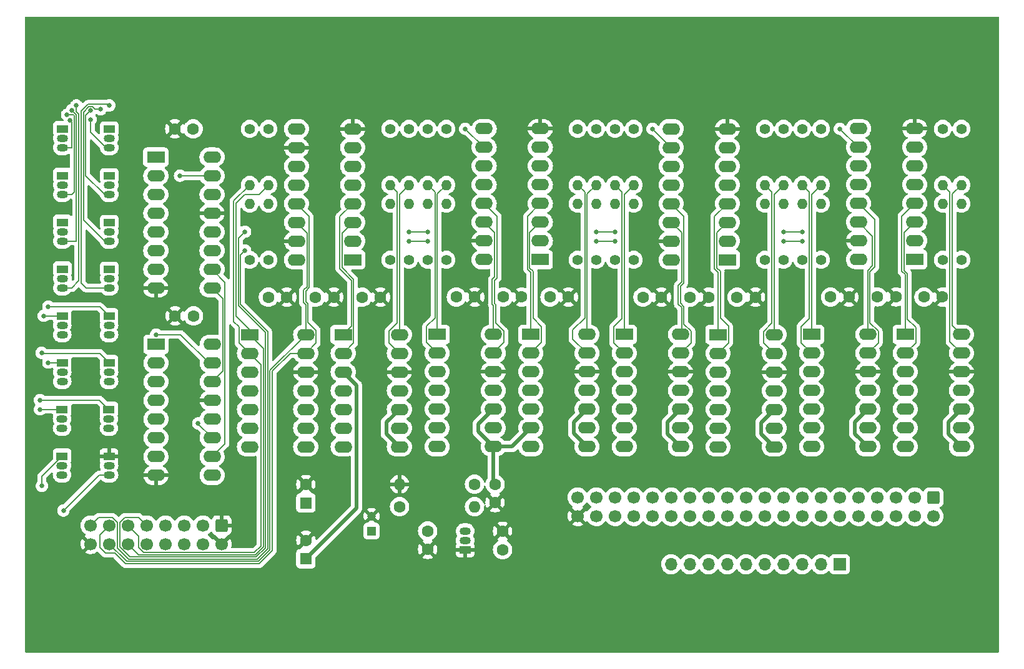
<source format=gbr>
%TF.GenerationSoftware,KiCad,Pcbnew,(6.0.6)*%
%TF.CreationDate,2022-08-01T21:04:16-04:00*%
%TF.ProjectId,calculator_interface,63616c63-756c-4617-946f-725f696e7465,rev?*%
%TF.SameCoordinates,Original*%
%TF.FileFunction,Copper,L2,Bot*%
%TF.FilePolarity,Positive*%
%FSLAX46Y46*%
G04 Gerber Fmt 4.6, Leading zero omitted, Abs format (unit mm)*
G04 Created by KiCad (PCBNEW (6.0.6)) date 2022-08-01 21:04:16*
%MOMM*%
%LPD*%
G01*
G04 APERTURE LIST*
G04 Aperture macros list*
%AMRoundRect*
0 Rectangle with rounded corners*
0 $1 Rounding radius*
0 $2 $3 $4 $5 $6 $7 $8 $9 X,Y pos of 4 corners*
0 Add a 4 corners polygon primitive as box body*
4,1,4,$2,$3,$4,$5,$6,$7,$8,$9,$2,$3,0*
0 Add four circle primitives for the rounded corners*
1,1,$1+$1,$2,$3*
1,1,$1+$1,$4,$5*
1,1,$1+$1,$6,$7*
1,1,$1+$1,$8,$9*
0 Add four rect primitives between the rounded corners*
20,1,$1+$1,$2,$3,$4,$5,0*
20,1,$1+$1,$4,$5,$6,$7,0*
20,1,$1+$1,$6,$7,$8,$9,0*
20,1,$1+$1,$8,$9,$2,$3,0*%
G04 Aperture macros list end*
%TA.AperFunction,ComponentPad*%
%ADD10C,1.400000*%
%TD*%
%TA.AperFunction,ComponentPad*%
%ADD11O,1.400000X1.400000*%
%TD*%
%TA.AperFunction,ComponentPad*%
%ADD12R,1.600000X1.600000*%
%TD*%
%TA.AperFunction,ComponentPad*%
%ADD13C,1.600000*%
%TD*%
%TA.AperFunction,ComponentPad*%
%ADD14C,0.900000*%
%TD*%
%TA.AperFunction,ComponentPad*%
%ADD15C,10.000000*%
%TD*%
%TA.AperFunction,ComponentPad*%
%ADD16R,1.500000X1.050000*%
%TD*%
%TA.AperFunction,ComponentPad*%
%ADD17O,1.500000X1.050000*%
%TD*%
%TA.AperFunction,ComponentPad*%
%ADD18R,2.400000X1.600000*%
%TD*%
%TA.AperFunction,ComponentPad*%
%ADD19O,2.400000X1.600000*%
%TD*%
%TA.AperFunction,ComponentPad*%
%ADD20O,1.600000X1.600000*%
%TD*%
%TA.AperFunction,ComponentPad*%
%ADD21R,1.200000X1.200000*%
%TD*%
%TA.AperFunction,ComponentPad*%
%ADD22C,1.200000*%
%TD*%
%TA.AperFunction,ComponentPad*%
%ADD23R,1.700000X1.700000*%
%TD*%
%TA.AperFunction,ComponentPad*%
%ADD24O,1.700000X1.700000*%
%TD*%
%TA.AperFunction,ComponentPad*%
%ADD25RoundRect,0.250000X-0.600000X0.600000X-0.600000X-0.600000X0.600000X-0.600000X0.600000X0.600000X0*%
%TD*%
%TA.AperFunction,ComponentPad*%
%ADD26C,1.700000*%
%TD*%
%TA.AperFunction,ViaPad*%
%ADD27C,0.660400*%
%TD*%
%TA.AperFunction,Conductor*%
%ADD28C,0.508000*%
%TD*%
%TA.AperFunction,Conductor*%
%ADD29C,0.152400*%
%TD*%
G04 APERTURE END LIST*
D10*
%TO.P,R13,1*%
%TO.N,+3V3*%
X105410000Y-60960000D03*
D11*
%TO.P,R13,2*%
%TO.N,/LCD Reading/DAT-13*%
X105410000Y-53340000D03*
%TD*%
D12*
%TO.P,C5,1*%
%TO.N,+3V3*%
X66040000Y-93980000D03*
D13*
%TO.P,C5,2*%
%TO.N,GND*%
X66040000Y-91480000D03*
%TD*%
%TO.P,C2,1*%
%TO.N,+5V*%
X92710000Y-100330000D03*
%TO.P,C2,2*%
%TO.N,GND*%
X92710000Y-97830000D03*
%TD*%
D14*
%TO.P,J4,1,Pin_1*%
%TO.N,GND*%
X157591650Y-30368350D03*
X152288350Y-30368350D03*
X151190000Y-33020000D03*
X152288350Y-35671650D03*
X157591650Y-35671650D03*
D15*
X154940000Y-33020000D03*
D14*
X154940000Y-29270000D03*
X154940000Y-36770000D03*
X158690000Y-33020000D03*
%TD*%
D10*
%TO.P,R11,1*%
%TO.N,+3V3*%
X85090000Y-60960000D03*
D11*
%TO.P,R11,2*%
%TO.N,/LCD Reading/DAT-11*%
X85090000Y-53340000D03*
%TD*%
D16*
%TO.P,Q8,1,S*%
%TO.N,Net-(Q1-Pad1)*%
X39370000Y-62245000D03*
D17*
%TO.P,Q8,2,G*%
%TO.N,/Keypad Driving/XA7*%
X39370000Y-63515000D03*
%TO.P,Q8,3,D*%
%TO.N,/Keypad Driving/A7*%
X39370000Y-64785000D03*
%TD*%
D13*
%TO.P,C20,1*%
%TO.N,+3V3*%
X50800000Y-68595000D03*
%TO.P,C20,2*%
%TO.N,GND*%
X48300000Y-68595000D03*
%TD*%
D18*
%TO.P,U9,1*%
%TO.N,/LCD Reading/DAT-18*%
X109205000Y-71115000D03*
D19*
%TO.P,U9,2*%
%TO.N,/LCD Reading/DAT-17*%
X109205000Y-73655000D03*
%TO.P,U9,3,V+*%
%TO.N,+5V*%
X109205000Y-76195000D03*
%TO.P,U9,4,-*%
%TO.N,/LCD Reading/Comparator reference*%
X109205000Y-78735000D03*
%TO.P,U9,5,+*%
%TO.N,/LCD Reading/LCD-17*%
X109205000Y-81275000D03*
%TO.P,U9,6,-*%
%TO.N,/LCD Reading/Comparator reference*%
X109205000Y-83815000D03*
%TO.P,U9,7,+*%
%TO.N,/LCD Reading/LCD-18*%
X109205000Y-86355000D03*
%TO.P,U9,8,-*%
%TO.N,/LCD Reading/Comparator reference*%
X116825000Y-86355000D03*
%TO.P,U9,9,+*%
%TO.N,/LCD Reading/LCD-20*%
X116825000Y-83815000D03*
%TO.P,U9,10,-*%
%TO.N,/LCD Reading/Comparator reference*%
X116825000Y-81275000D03*
%TO.P,U9,11,+*%
%TO.N,/LCD Reading/LCD-19*%
X116825000Y-78735000D03*
%TO.P,U9,12,V-*%
%TO.N,GND*%
X116825000Y-76195000D03*
%TO.P,U9,13*%
%TO.N,/LCD Reading/DAT-19*%
X116825000Y-73655000D03*
%TO.P,U9,14*%
%TO.N,/LCD Reading/DAT-20*%
X116825000Y-71115000D03*
%TD*%
D13*
%TO.P,R33,1*%
%TO.N,+1V5*%
X78740000Y-94488000D03*
D20*
%TO.P,R33,2*%
%TO.N,/LCD Reading/Comparator reference*%
X88900000Y-94488000D03*
%TD*%
D10*
%TO.P,R9,1*%
%TO.N,+3V3*%
X82550000Y-43180000D03*
D11*
%TO.P,R9,2*%
%TO.N,/LCD Reading/DAT-9*%
X82550000Y-50800000D03*
%TD*%
D21*
%TO.P,C4,1*%
%TO.N,+1V5*%
X74930000Y-97790000D03*
D22*
%TO.P,C4,2*%
%TO.N,GND*%
X74930000Y-95790000D03*
%TD*%
D13*
%TO.P,C3,1*%
%TO.N,+1V5*%
X82550000Y-97790000D03*
%TO.P,C3,2*%
%TO.N,GND*%
X82550000Y-100290000D03*
%TD*%
D10*
%TO.P,R27,1*%
%TO.N,+3V3*%
X135890000Y-60960000D03*
D11*
%TO.P,R27,2*%
%TO.N,/LCD Reading/DAT-27*%
X135890000Y-53340000D03*
%TD*%
D10*
%TO.P,R23,1*%
%TO.N,+3V3*%
X128270000Y-43180000D03*
D11*
%TO.P,R23,2*%
%TO.N,/LCD Reading/DAT-23*%
X128270000Y-50800000D03*
%TD*%
D18*
%TO.P,U8,1,~{PL}*%
%TO.N,/LCD Reading/~{SAMPLE}*%
X123190000Y-60960000D03*
D19*
%TO.P,U8,2,CP*%
%TO.N,/LCD Reading/CLOCK*%
X123190000Y-58420000D03*
%TO.P,U8,3,D4*%
%TO.N,/LCD Reading/DAT-21*%
X123190000Y-55880000D03*
%TO.P,U8,4,D5*%
%TO.N,/LCD Reading/DAT-22*%
X123190000Y-53340000D03*
%TO.P,U8,5,D6*%
%TO.N,/LCD Reading/DAT-23*%
X123190000Y-50800000D03*
%TO.P,U8,6,D7*%
%TO.N,/LCD Reading/DAT-24*%
X123190000Y-48260000D03*
%TO.P,U8,7,~{Q7}*%
%TO.N,unconnected-(U8-Pad7)*%
X123190000Y-45720000D03*
%TO.P,U8,8,GND*%
%TO.N,GND*%
X123190000Y-43180000D03*
%TO.P,U8,9,Q7*%
%TO.N,Net-(U11-Pad10)*%
X115570000Y-43180000D03*
%TO.P,U8,10,DS*%
%TO.N,Net-(U5-Pad9)*%
X115570000Y-45720000D03*
%TO.P,U8,11,D0*%
%TO.N,/LCD Reading/DAT-17*%
X115570000Y-48260000D03*
%TO.P,U8,12,D1*%
%TO.N,/LCD Reading/DAT-18*%
X115570000Y-50800000D03*
%TO.P,U8,13,D2*%
%TO.N,/LCD Reading/DAT-19*%
X115570000Y-53340000D03*
%TO.P,U8,14,D3*%
%TO.N,/LCD Reading/DAT-20*%
X115570000Y-55880000D03*
%TO.P,U8,15,~{CE}*%
%TO.N,GND*%
X115570000Y-58420000D03*
%TO.P,U8,16,VCC*%
%TO.N,+3V3*%
X115570000Y-60960000D03*
%TD*%
D14*
%TO.P,J6,1,Pin_1*%
%TO.N,GND*%
X154940000Y-112970000D03*
D15*
X154940000Y-109220000D03*
D14*
X152288350Y-106568350D03*
X157591650Y-106568350D03*
X152288350Y-111871650D03*
X151190000Y-109220000D03*
X157591650Y-111871650D03*
X154940000Y-105470000D03*
X158690000Y-109220000D03*
%TD*%
D13*
%TO.P,C16,1*%
%TO.N,+5V*%
X137185000Y-66035000D03*
%TO.P,C16,2*%
%TO.N,GND*%
X139685000Y-66035000D03*
%TD*%
%TO.P,R34,1*%
%TO.N,/LCD Reading/Comparator reference*%
X88900000Y-91440000D03*
D20*
%TO.P,R34,2*%
%TO.N,GND*%
X78740000Y-91440000D03*
%TD*%
D16*
%TO.P,Q4,1,S*%
%TO.N,Net-(Q1-Pad1)*%
X39370000Y-49545000D03*
D17*
%TO.P,Q4,2,G*%
%TO.N,/Keypad Driving/XA3*%
X39370000Y-50815000D03*
%TO.P,Q4,3,D*%
%TO.N,/Keypad Driving/A3*%
X39370000Y-52085000D03*
%TD*%
D18*
%TO.P,U13,1*%
%TO.N,/LCD Reading/DAT-30*%
X147305000Y-71110000D03*
D19*
%TO.P,U13,2*%
%TO.N,/LCD Reading/DAT-29*%
X147305000Y-73650000D03*
%TO.P,U13,3,V+*%
%TO.N,+5V*%
X147305000Y-76190000D03*
%TO.P,U13,4,-*%
%TO.N,/LCD Reading/Comparator reference*%
X147305000Y-78730000D03*
%TO.P,U13,5,+*%
%TO.N,/LCD Reading/LCD-29*%
X147305000Y-81270000D03*
%TO.P,U13,6,-*%
%TO.N,/LCD Reading/Comparator reference*%
X147305000Y-83810000D03*
%TO.P,U13,7,+*%
%TO.N,/LCD Reading/LCD-30*%
X147305000Y-86350000D03*
%TO.P,U13,8,-*%
%TO.N,/LCD Reading/Comparator reference*%
X154925000Y-86350000D03*
%TO.P,U13,9,+*%
%TO.N,/LCD Reading/LCD-32*%
X154925000Y-83810000D03*
%TO.P,U13,10,-*%
%TO.N,/LCD Reading/Comparator reference*%
X154925000Y-81270000D03*
%TO.P,U13,11,+*%
%TO.N,/LCD Reading/LCD-31*%
X154925000Y-78730000D03*
%TO.P,U13,12,V-*%
%TO.N,GND*%
X154925000Y-76190000D03*
%TO.P,U13,13*%
%TO.N,/LCD Reading/DAT-31*%
X154925000Y-73650000D03*
%TO.P,U13,14*%
%TO.N,/LCD Reading/DAT-32*%
X154925000Y-71110000D03*
%TD*%
D10*
%TO.P,R32,1*%
%TO.N,+3V3*%
X154940000Y-43180000D03*
D11*
%TO.P,R32,2*%
%TO.N,/LCD Reading/DAT-32*%
X154940000Y-50800000D03*
%TD*%
D10*
%TO.P,R8,1*%
%TO.N,+3V3*%
X80010000Y-43180000D03*
D11*
%TO.P,R8,2*%
%TO.N,/LCD Reading/DAT-8*%
X80010000Y-50800000D03*
%TD*%
D13*
%TO.P,C7,1*%
%TO.N,GND*%
X95280000Y-66025000D03*
%TO.P,C7,2*%
%TO.N,+3V3*%
X92780000Y-66025000D03*
%TD*%
D16*
%TO.P,Q2,1,S*%
%TO.N,Net-(Q1-Pad1)*%
X39370000Y-43195000D03*
D17*
%TO.P,Q2,2,G*%
%TO.N,/Keypad Driving/XA1*%
X39370000Y-44465000D03*
%TO.P,Q2,3,D*%
%TO.N,/Keypad Driving/A1*%
X39370000Y-45735000D03*
%TD*%
D18*
%TO.P,U7,1*%
%TO.N,/LCD Reading/DAT-14*%
X96535000Y-71100000D03*
D19*
%TO.P,U7,2*%
%TO.N,/LCD Reading/DAT-13*%
X96535000Y-73640000D03*
%TO.P,U7,3,V+*%
%TO.N,+5V*%
X96535000Y-76180000D03*
%TO.P,U7,4,-*%
%TO.N,/LCD Reading/Comparator reference*%
X96535000Y-78720000D03*
%TO.P,U7,5,+*%
%TO.N,/LCD Reading/LCD-13*%
X96535000Y-81260000D03*
%TO.P,U7,6,-*%
%TO.N,/LCD Reading/Comparator reference*%
X96535000Y-83800000D03*
%TO.P,U7,7,+*%
%TO.N,/LCD Reading/LCD-14*%
X96535000Y-86340000D03*
%TO.P,U7,8,-*%
%TO.N,/LCD Reading/Comparator reference*%
X104155000Y-86340000D03*
%TO.P,U7,9,+*%
%TO.N,/LCD Reading/LCD-16*%
X104155000Y-83800000D03*
%TO.P,U7,10,-*%
%TO.N,/LCD Reading/Comparator reference*%
X104155000Y-81260000D03*
%TO.P,U7,11,+*%
%TO.N,/LCD Reading/LCD-15*%
X104155000Y-78720000D03*
%TO.P,U7,12,V-*%
%TO.N,GND*%
X104155000Y-76180000D03*
%TO.P,U7,13*%
%TO.N,/LCD Reading/DAT-15*%
X104155000Y-73640000D03*
%TO.P,U7,14*%
%TO.N,/LCD Reading/DAT-16*%
X104155000Y-71100000D03*
%TD*%
D10*
%TO.P,R15,1*%
%TO.N,+3V3*%
X102870000Y-43180000D03*
D11*
%TO.P,R15,2*%
%TO.N,/LCD Reading/DAT-15*%
X102870000Y-50800000D03*
%TD*%
D10*
%TO.P,R16,1*%
%TO.N,+3V3*%
X105410000Y-43180000D03*
D11*
%TO.P,R16,2*%
%TO.N,/LCD Reading/DAT-16*%
X105410000Y-50800000D03*
%TD*%
D10*
%TO.P,R18,1*%
%TO.N,+3V3*%
X110490000Y-43180000D03*
D11*
%TO.P,R18,2*%
%TO.N,/LCD Reading/DAT-18*%
X110490000Y-50800000D03*
%TD*%
D16*
%TO.P,Q16,1,S*%
%TO.N,GND*%
X39340000Y-87630000D03*
D17*
%TO.P,Q16,2,G*%
%TO.N,/Keypad Driving/XRESET*%
X39340000Y-88900000D03*
%TO.P,Q16,3,D*%
%TO.N,/Keypad Driving/RESET*%
X39340000Y-90170000D03*
%TD*%
D16*
%TO.P,Q5,1,S*%
%TO.N,Net-(Q1-Pad1)*%
X33020000Y-55880000D03*
D17*
%TO.P,Q5,2,G*%
%TO.N,/Keypad Driving/XA4*%
X33020000Y-57150000D03*
%TO.P,Q5,3,D*%
%TO.N,/Keypad Driving/A4*%
X33020000Y-58420000D03*
%TD*%
D10*
%TO.P,R30,1*%
%TO.N,+3V3*%
X152400000Y-60960000D03*
D11*
%TO.P,R30,2*%
%TO.N,/LCD Reading/DAT-30*%
X152400000Y-53340000D03*
%TD*%
D13*
%TO.P,C14,1*%
%TO.N,+5V*%
X111745000Y-66040000D03*
%TO.P,C14,2*%
%TO.N,GND*%
X114245000Y-66040000D03*
%TD*%
D14*
%TO.P,J3,1,Pin_1*%
%TO.N,GND*%
X36770000Y-33020000D03*
X30368350Y-30368350D03*
X35671650Y-30368350D03*
D15*
X33020000Y-33020000D03*
D14*
X29270000Y-33020000D03*
X33020000Y-29270000D03*
X30368350Y-35671650D03*
X35671650Y-35671650D03*
X33020000Y-36770000D03*
%TD*%
D10*
%TO.P,R26,1*%
%TO.N,+3V3*%
X135890000Y-43180000D03*
D11*
%TO.P,R26,2*%
%TO.N,/LCD Reading/DAT-26*%
X135890000Y-50800000D03*
%TD*%
D18*
%TO.P,U2,1,~{PL}*%
%TO.N,/LCD Reading/~{SAMPLE}*%
X72375000Y-60975000D03*
D19*
%TO.P,U2,2,CP*%
%TO.N,/LCD Reading/CLOCK*%
X72375000Y-58435000D03*
%TO.P,U2,3,D4*%
%TO.N,/LCD Reading/DAT-5*%
X72375000Y-55895000D03*
%TO.P,U2,4,D5*%
%TO.N,/LCD Reading/DAT-6*%
X72375000Y-53355000D03*
%TO.P,U2,5,D6*%
%TO.N,/LCD Reading/DAT-7*%
X72375000Y-50815000D03*
%TO.P,U2,6,D7*%
%TO.N,/LCD Reading/DAT-8*%
X72375000Y-48275000D03*
%TO.P,U2,7,~{Q7}*%
%TO.N,unconnected-(U2-Pad7)*%
X72375000Y-45735000D03*
%TO.P,U2,8,GND*%
%TO.N,GND*%
X72375000Y-43195000D03*
%TO.P,U2,9,Q7*%
%TO.N,Net-(U2-Pad9)*%
X64755000Y-43195000D03*
%TO.P,U2,10,DS*%
%TO.N,GND*%
X64755000Y-45735000D03*
%TO.P,U2,11,D0*%
%TO.N,/LCD Reading/DAT-1*%
X64755000Y-48275000D03*
%TO.P,U2,12,D1*%
%TO.N,/LCD Reading/DAT-2*%
X64755000Y-50815000D03*
%TO.P,U2,13,D2*%
%TO.N,/LCD Reading/DAT-3*%
X64755000Y-53355000D03*
%TO.P,U2,14,D3*%
%TO.N,/LCD Reading/DAT-4*%
X64755000Y-55895000D03*
%TO.P,U2,15,~{CE}*%
%TO.N,GND*%
X64755000Y-58435000D03*
%TO.P,U2,16,VCC*%
%TO.N,+3V3*%
X64755000Y-60975000D03*
%TD*%
D10*
%TO.P,R25,1*%
%TO.N,+3V3*%
X133350000Y-43180000D03*
D11*
%TO.P,R25,2*%
%TO.N,/LCD Reading/DAT-25*%
X133350000Y-50800000D03*
%TD*%
D10*
%TO.P,R19,1*%
%TO.N,+3V3*%
X110490000Y-60960000D03*
D11*
%TO.P,R19,2*%
%TO.N,/LCD Reading/DAT-19*%
X110490000Y-53340000D03*
%TD*%
D10*
%TO.P,R20,1*%
%TO.N,+3V3*%
X107950000Y-60960000D03*
D11*
%TO.P,R20,2*%
%TO.N,/LCD Reading/DAT-20*%
X107950000Y-53340000D03*
%TD*%
D16*
%TO.P,Q1,1,S*%
%TO.N,Net-(Q1-Pad1)*%
X33020000Y-43180000D03*
D17*
%TO.P,Q1,2,G*%
%TO.N,/Keypad Driving/XA0*%
X33020000Y-44450000D03*
%TO.P,Q1,3,D*%
%TO.N,/Keypad Driving/A0*%
X33020000Y-45720000D03*
%TD*%
D16*
%TO.P,Q11,1,S*%
%TO.N,/Keypad Driving/B2*%
X32990000Y-74930000D03*
D17*
%TO.P,Q11,2,G*%
%TO.N,/Keypad Driving/XB2*%
X32990000Y-76200000D03*
%TO.P,Q11,3,D*%
%TO.N,Net-(Q1-Pad1)*%
X32990000Y-77470000D03*
%TD*%
D10*
%TO.P,R2,1*%
%TO.N,+3V3*%
X60960000Y-43180000D03*
D11*
%TO.P,R2,2*%
%TO.N,/LCD Reading/DAT-2*%
X60960000Y-50800000D03*
%TD*%
D10*
%TO.P,R6,1*%
%TO.N,+3V3*%
X77470000Y-60960000D03*
D11*
%TO.P,R6,2*%
%TO.N,/LCD Reading/DAT-6*%
X77470000Y-53340000D03*
%TD*%
D16*
%TO.P,Q14,1,S*%
%TO.N,/Keypad Driving/B5*%
X39325000Y-81280000D03*
D17*
%TO.P,Q14,2,G*%
%TO.N,/Keypad Driving/XB5*%
X39325000Y-82550000D03*
%TO.P,Q14,3,D*%
%TO.N,Net-(Q1-Pad1)*%
X39325000Y-83820000D03*
%TD*%
D10*
%TO.P,R21,1*%
%TO.N,+3V3*%
X130810000Y-60960000D03*
D11*
%TO.P,R21,2*%
%TO.N,/LCD Reading/DAT-21*%
X130810000Y-53340000D03*
%TD*%
D13*
%TO.P,C11,1*%
%TO.N,+5V*%
X73645000Y-66055000D03*
%TO.P,C11,2*%
%TO.N,GND*%
X76145000Y-66055000D03*
%TD*%
D23*
%TO.P,J7,1,A3*%
%TO.N,/Keypad Driving/A3*%
X138425000Y-102320000D03*
D24*
%TO.P,J7,2,A4*%
%TO.N,/Keypad Driving/A4*%
X135885000Y-102320000D03*
%TO.P,J7,3,A5*%
%TO.N,/Keypad Driving/A5*%
X133345000Y-102320000D03*
%TO.P,J7,4,A6*%
%TO.N,/Keypad Driving/A6*%
X130805000Y-102320000D03*
%TO.P,J7,5,A7*%
%TO.N,/Keypad Driving/A7*%
X128265000Y-102320000D03*
%TO.P,J7,6,B3*%
%TO.N,/Keypad Driving/B3*%
X125725000Y-102320000D03*
%TO.P,J7,7,B4*%
%TO.N,/Keypad Driving/B4*%
X123185000Y-102320000D03*
%TO.P,J7,8,B5*%
%TO.N,/Keypad Driving/B5*%
X120645000Y-102320000D03*
%TO.P,J7,9,B6*%
%TO.N,/Keypad Driving/B6*%
X118105000Y-102320000D03*
%TO.P,J7,10,RESET*%
%TO.N,/Keypad Driving/RESET*%
X115565000Y-102320000D03*
%TD*%
D16*
%TO.P,Q9,1,S*%
%TO.N,/Keypad Driving/B0*%
X32990000Y-68580000D03*
D17*
%TO.P,Q9,2,G*%
%TO.N,/Keypad Driving/XB0*%
X32990000Y-69850000D03*
%TO.P,Q9,3,D*%
%TO.N,Net-(Q1-Pad1)*%
X32990000Y-71120000D03*
%TD*%
D18*
%TO.P,U4,1*%
%TO.N,/LCD Reading/DAT-6*%
X71090000Y-71130000D03*
D19*
%TO.P,U4,2*%
%TO.N,/LCD Reading/DAT-5*%
X71090000Y-73670000D03*
%TO.P,U4,3,V+*%
%TO.N,+5V*%
X71090000Y-76210000D03*
%TO.P,U4,4,-*%
%TO.N,/LCD Reading/Comparator reference*%
X71090000Y-78750000D03*
%TO.P,U4,5,+*%
%TO.N,/LCD Reading/LCD-5*%
X71090000Y-81290000D03*
%TO.P,U4,6,-*%
%TO.N,/LCD Reading/Comparator reference*%
X71090000Y-83830000D03*
%TO.P,U4,7,+*%
%TO.N,/LCD Reading/LCD-6*%
X71090000Y-86370000D03*
%TO.P,U4,8,-*%
%TO.N,/LCD Reading/Comparator reference*%
X78710000Y-86370000D03*
%TO.P,U4,9,+*%
%TO.N,/LCD Reading/LCD-8*%
X78710000Y-83830000D03*
%TO.P,U4,10,-*%
%TO.N,/LCD Reading/Comparator reference*%
X78710000Y-81290000D03*
%TO.P,U4,11,+*%
%TO.N,/LCD Reading/LCD-7*%
X78710000Y-78750000D03*
%TO.P,U4,12,V-*%
%TO.N,GND*%
X78710000Y-76210000D03*
%TO.P,U4,13*%
%TO.N,/LCD Reading/DAT-7*%
X78710000Y-73670000D03*
%TO.P,U4,14*%
%TO.N,/LCD Reading/DAT-8*%
X78710000Y-71130000D03*
%TD*%
D13*
%TO.P,C13,1*%
%TO.N,+5V*%
X99130000Y-66025000D03*
%TO.P,C13,2*%
%TO.N,GND*%
X101630000Y-66025000D03*
%TD*%
D16*
%TO.P,Q10,1,S*%
%TO.N,/Keypad Driving/B1*%
X39340000Y-68580000D03*
D17*
%TO.P,Q10,2,G*%
%TO.N,/Keypad Driving/XB1*%
X39340000Y-69850000D03*
%TO.P,Q10,3,D*%
%TO.N,Net-(Q1-Pad1)*%
X39340000Y-71120000D03*
%TD*%
D10*
%TO.P,R22,1*%
%TO.N,+3V3*%
X128270000Y-60960000D03*
D11*
%TO.P,R22,2*%
%TO.N,/LCD Reading/DAT-22*%
X128270000Y-53340000D03*
%TD*%
D16*
%TO.P,U1,1,GND*%
%TO.N,GND*%
X87630000Y-100330000D03*
D17*
%TO.P,U1,2,VIN*%
%TO.N,+5V*%
X87630000Y-99060000D03*
%TO.P,U1,3,VOUT*%
%TO.N,+1V5*%
X87630000Y-97790000D03*
%TD*%
D10*
%TO.P,R29,1*%
%TO.N,+3V3*%
X154940000Y-60960000D03*
D11*
%TO.P,R29,2*%
%TO.N,/LCD Reading/DAT-29*%
X154940000Y-53340000D03*
%TD*%
D16*
%TO.P,Q7,1,S*%
%TO.N,Net-(Q1-Pad1)*%
X33020000Y-62230000D03*
D17*
%TO.P,Q7,2,G*%
%TO.N,/Keypad Driving/XA6*%
X33020000Y-63500000D03*
%TO.P,Q7,3,D*%
%TO.N,/Keypad Driving/A6*%
X33020000Y-64770000D03*
%TD*%
D18*
%TO.P,U3,1*%
%TO.N,/LCD Reading/DAT-2*%
X58390000Y-71130000D03*
D19*
%TO.P,U3,2*%
%TO.N,/LCD Reading/DAT-1*%
X58390000Y-73670000D03*
%TO.P,U3,3,V+*%
%TO.N,+5V*%
X58390000Y-76210000D03*
%TO.P,U3,4,-*%
%TO.N,+3V3*%
X58390000Y-78750000D03*
%TO.P,U3,5,+*%
%TO.N,/LCD Reading/LCD-1*%
X58390000Y-81290000D03*
%TO.P,U3,6,-*%
%TO.N,+3V3*%
X58390000Y-83830000D03*
%TO.P,U3,7,+*%
%TO.N,/LCD Reading/LCD-2*%
X58390000Y-86370000D03*
%TO.P,U3,8,-*%
%TO.N,+3V3*%
X66010000Y-86370000D03*
%TO.P,U3,9,+*%
%TO.N,/LCD Reading/LCD-4*%
X66010000Y-83830000D03*
%TO.P,U3,10,-*%
%TO.N,+3V3*%
X66010000Y-81290000D03*
%TO.P,U3,11,+*%
%TO.N,/LCD Reading/LCD-3*%
X66010000Y-78750000D03*
%TO.P,U3,12,V-*%
%TO.N,GND*%
X66010000Y-76210000D03*
%TO.P,U3,13*%
%TO.N,/LCD Reading/DAT-3*%
X66010000Y-73670000D03*
%TO.P,U3,14*%
%TO.N,/LCD Reading/DAT-4*%
X66010000Y-71130000D03*
%TD*%
D13*
%TO.P,C19,1*%
%TO.N,GND*%
X48260000Y-43195000D03*
%TO.P,C19,2*%
%TO.N,+3V3*%
X50760000Y-43195000D03*
%TD*%
D18*
%TO.P,U15,1,QB*%
%TO.N,/Keypad Driving/XB1*%
X45705000Y-72450000D03*
D19*
%TO.P,U15,2,QC*%
%TO.N,/Keypad Driving/XB2*%
X45705000Y-74990000D03*
%TO.P,U15,3,QD*%
%TO.N,/Keypad Driving/XB3*%
X45705000Y-77530000D03*
%TO.P,U15,4,QE*%
%TO.N,/Keypad Driving/XB4*%
X45705000Y-80070000D03*
%TO.P,U15,5,QF*%
%TO.N,/Keypad Driving/XB5*%
X45705000Y-82610000D03*
%TO.P,U15,6,QG*%
%TO.N,/Keypad Driving/XB6*%
X45705000Y-85150000D03*
%TO.P,U15,7,QH*%
%TO.N,/Keypad Driving/XRESET*%
X45705000Y-87690000D03*
%TO.P,U15,8,GND*%
%TO.N,GND*%
X45705000Y-90230000D03*
%TO.P,U15,9,QH'*%
%TO.N,unconnected-(U15-Pad9)*%
X53325000Y-90230000D03*
%TO.P,U15,10,~{SRCLR}*%
%TO.N,/Keypad Driving/~{BLANK}*%
X53325000Y-87690000D03*
%TO.P,U15,11,SRCLK*%
%TO.N,/Keypad Driving/CLOCK*%
X53325000Y-85150000D03*
%TO.P,U15,12,RCLK*%
%TO.N,/Keypad Driving/SHOW*%
X53325000Y-82610000D03*
%TO.P,U15,13,~{OE}*%
%TO.N,GND*%
X53325000Y-80070000D03*
%TO.P,U15,14,SER*%
%TO.N,Net-(U14-Pad9)*%
X53325000Y-77530000D03*
%TO.P,U15,15,QA*%
%TO.N,/Keypad Driving/XB0*%
X53325000Y-74990000D03*
%TO.P,U15,16,VCC*%
%TO.N,+3V3*%
X53325000Y-72450000D03*
%TD*%
D10*
%TO.P,R12,1*%
%TO.N,+3V3*%
X82550000Y-60960000D03*
D11*
%TO.P,R12,2*%
%TO.N,/LCD Reading/DAT-12*%
X82550000Y-53340000D03*
%TD*%
D13*
%TO.P,C18,1*%
%TO.N,+5V*%
X149845000Y-66035000D03*
%TO.P,C18,2*%
%TO.N,GND*%
X152345000Y-66035000D03*
%TD*%
D10*
%TO.P,R3,1*%
%TO.N,+3V3*%
X60960000Y-60960000D03*
D11*
%TO.P,R3,2*%
%TO.N,/LCD Reading/DAT-3*%
X60960000Y-53340000D03*
%TD*%
D13*
%TO.P,C10,1*%
%TO.N,+5V*%
X60945000Y-66055000D03*
%TO.P,C10,2*%
%TO.N,GND*%
X63445000Y-66055000D03*
%TD*%
D12*
%TO.P,C1,1*%
%TO.N,+5V*%
X66040000Y-101560000D03*
D13*
%TO.P,C1,2*%
%TO.N,GND*%
X66040000Y-99060000D03*
%TD*%
D18*
%TO.P,U10,1*%
%TO.N,/LCD Reading/DAT-22*%
X121920000Y-71120000D03*
D19*
%TO.P,U10,2*%
%TO.N,/LCD Reading/DAT-21*%
X121920000Y-73660000D03*
%TO.P,U10,3,V+*%
%TO.N,+5V*%
X121920000Y-76200000D03*
%TO.P,U10,4,-*%
%TO.N,/LCD Reading/Comparator reference*%
X121920000Y-78740000D03*
%TO.P,U10,5,+*%
%TO.N,/LCD Reading/LCD-21*%
X121920000Y-81280000D03*
%TO.P,U10,6,-*%
%TO.N,/LCD Reading/Comparator reference*%
X121920000Y-83820000D03*
%TO.P,U10,7,+*%
%TO.N,/LCD Reading/LCD-22*%
X121920000Y-86360000D03*
%TO.P,U10,8,-*%
%TO.N,/LCD Reading/Comparator reference*%
X129540000Y-86360000D03*
%TO.P,U10,9,+*%
%TO.N,/LCD Reading/LCD-24*%
X129540000Y-83820000D03*
%TO.P,U10,10,-*%
%TO.N,/LCD Reading/Comparator reference*%
X129540000Y-81280000D03*
%TO.P,U10,11,+*%
%TO.N,/LCD Reading/LCD-23*%
X129540000Y-78740000D03*
%TO.P,U10,12,V-*%
%TO.N,GND*%
X129540000Y-76200000D03*
%TO.P,U10,13*%
%TO.N,/LCD Reading/DAT-23*%
X129540000Y-73660000D03*
%TO.P,U10,14*%
%TO.N,/LCD Reading/DAT-24*%
X129540000Y-71120000D03*
%TD*%
D16*
%TO.P,Q6,1,S*%
%TO.N,Net-(Q1-Pad1)*%
X39370000Y-55895000D03*
D17*
%TO.P,Q6,2,G*%
%TO.N,/Keypad Driving/XA5*%
X39370000Y-57165000D03*
%TO.P,Q6,3,D*%
%TO.N,/Keypad Driving/A5*%
X39370000Y-58435000D03*
%TD*%
D18*
%TO.P,U14,1,QB*%
%TO.N,/Keypad Driving/XA1*%
X45690000Y-47020000D03*
D19*
%TO.P,U14,2,QC*%
%TO.N,/Keypad Driving/XA2*%
X45690000Y-49560000D03*
%TO.P,U14,3,QD*%
%TO.N,/Keypad Driving/XA3*%
X45690000Y-52100000D03*
%TO.P,U14,4,QE*%
%TO.N,/Keypad Driving/XA4*%
X45690000Y-54640000D03*
%TO.P,U14,5,QF*%
%TO.N,/Keypad Driving/XA5*%
X45690000Y-57180000D03*
%TO.P,U14,6,QG*%
%TO.N,/Keypad Driving/XA6*%
X45690000Y-59720000D03*
%TO.P,U14,7,QH*%
%TO.N,/Keypad Driving/XA7*%
X45690000Y-62260000D03*
%TO.P,U14,8,GND*%
%TO.N,GND*%
X45690000Y-64800000D03*
%TO.P,U14,9,QH'*%
%TO.N,Net-(U14-Pad9)*%
X53310000Y-64800000D03*
%TO.P,U14,10,~{SRCLR}*%
%TO.N,/Keypad Driving/~{BLANK}*%
X53310000Y-62260000D03*
%TO.P,U14,11,SRCLK*%
%TO.N,/Keypad Driving/CLOCK*%
X53310000Y-59720000D03*
%TO.P,U14,12,RCLK*%
%TO.N,/Keypad Driving/SHOW*%
X53310000Y-57180000D03*
%TO.P,U14,13,~{OE}*%
%TO.N,GND*%
X53310000Y-54640000D03*
%TO.P,U14,14,SER*%
%TO.N,/Keypad Driving/DATA*%
X53310000Y-52100000D03*
%TO.P,U14,15,QA*%
%TO.N,/Keypad Driving/XA0*%
X53310000Y-49560000D03*
%TO.P,U14,16,VCC*%
%TO.N,+3V3*%
X53310000Y-47020000D03*
%TD*%
D16*
%TO.P,Q13,1,S*%
%TO.N,/Keypad Driving/B4*%
X32975000Y-81280000D03*
D17*
%TO.P,Q13,2,G*%
%TO.N,/Keypad Driving/XB4*%
X32975000Y-82550000D03*
%TO.P,Q13,3,D*%
%TO.N,Net-(Q1-Pad1)*%
X32975000Y-83820000D03*
%TD*%
D18*
%TO.P,U12,1*%
%TO.N,/LCD Reading/DAT-26*%
X134605000Y-71115000D03*
D19*
%TO.P,U12,2*%
%TO.N,/LCD Reading/DAT-25*%
X134605000Y-73655000D03*
%TO.P,U12,3,V+*%
%TO.N,+5V*%
X134605000Y-76195000D03*
%TO.P,U12,4,-*%
%TO.N,/LCD Reading/Comparator reference*%
X134605000Y-78735000D03*
%TO.P,U12,5,+*%
%TO.N,/LCD Reading/LCD-25*%
X134605000Y-81275000D03*
%TO.P,U12,6,-*%
%TO.N,/LCD Reading/Comparator reference*%
X134605000Y-83815000D03*
%TO.P,U12,7,+*%
%TO.N,/LCD Reading/LCD-26*%
X134605000Y-86355000D03*
%TO.P,U12,8,-*%
%TO.N,/LCD Reading/Comparator reference*%
X142225000Y-86355000D03*
%TO.P,U12,9,+*%
%TO.N,/LCD Reading/LCD-28*%
X142225000Y-83815000D03*
%TO.P,U12,10,-*%
%TO.N,/LCD Reading/Comparator reference*%
X142225000Y-81275000D03*
%TO.P,U12,11,+*%
%TO.N,/LCD Reading/LCD-27*%
X142225000Y-78735000D03*
%TO.P,U12,12,V-*%
%TO.N,GND*%
X142225000Y-76195000D03*
%TO.P,U12,13*%
%TO.N,/LCD Reading/DAT-27*%
X142225000Y-73655000D03*
%TO.P,U12,14*%
%TO.N,/LCD Reading/DAT-28*%
X142225000Y-71115000D03*
%TD*%
D16*
%TO.P,Q12,1,S*%
%TO.N,/Keypad Driving/B3*%
X39340000Y-74930000D03*
D17*
%TO.P,Q12,2,G*%
%TO.N,/Keypad Driving/XB3*%
X39340000Y-76200000D03*
%TO.P,Q12,3,D*%
%TO.N,Net-(Q1-Pad1)*%
X39340000Y-77470000D03*
%TD*%
D10*
%TO.P,R5,1*%
%TO.N,+3V3*%
X80010000Y-60960000D03*
D11*
%TO.P,R5,2*%
%TO.N,/LCD Reading/DAT-5*%
X80010000Y-53340000D03*
%TD*%
D10*
%TO.P,R4,1*%
%TO.N,+3V3*%
X58420000Y-60960000D03*
D11*
%TO.P,R4,2*%
%TO.N,/LCD Reading/DAT-4*%
X58420000Y-53340000D03*
%TD*%
D16*
%TO.P,Q15,1,S*%
%TO.N,/Keypad Driving/B6*%
X32975000Y-87630000D03*
D17*
%TO.P,Q15,2,G*%
%TO.N,/Keypad Driving/XB6*%
X32975000Y-88900000D03*
%TO.P,Q15,3,D*%
%TO.N,Net-(Q1-Pad1)*%
X32975000Y-90170000D03*
%TD*%
D10*
%TO.P,R14,1*%
%TO.N,+3V3*%
X102870000Y-60960000D03*
D11*
%TO.P,R14,2*%
%TO.N,/LCD Reading/DAT-14*%
X102870000Y-53340000D03*
%TD*%
D18*
%TO.P,U5,1,~{PL}*%
%TO.N,/LCD Reading/~{SAMPLE}*%
X97820000Y-60945000D03*
D19*
%TO.P,U5,2,CP*%
%TO.N,/LCD Reading/CLOCK*%
X97820000Y-58405000D03*
%TO.P,U5,3,D4*%
%TO.N,/LCD Reading/DAT-13*%
X97820000Y-55865000D03*
%TO.P,U5,4,D5*%
%TO.N,/LCD Reading/DAT-14*%
X97820000Y-53325000D03*
%TO.P,U5,5,D6*%
%TO.N,/LCD Reading/DAT-15*%
X97820000Y-50785000D03*
%TO.P,U5,6,D7*%
%TO.N,/LCD Reading/DAT-16*%
X97820000Y-48245000D03*
%TO.P,U5,7,~{Q7}*%
%TO.N,unconnected-(U5-Pad7)*%
X97820000Y-45705000D03*
%TO.P,U5,8,GND*%
%TO.N,GND*%
X97820000Y-43165000D03*
%TO.P,U5,9,Q7*%
%TO.N,Net-(U5-Pad9)*%
X90200000Y-43165000D03*
%TO.P,U5,10,DS*%
%TO.N,Net-(U2-Pad9)*%
X90200000Y-45705000D03*
%TO.P,U5,11,D0*%
%TO.N,/LCD Reading/DAT-9*%
X90200000Y-48245000D03*
%TO.P,U5,12,D1*%
%TO.N,/LCD Reading/DAT-10*%
X90200000Y-50785000D03*
%TO.P,U5,13,D2*%
%TO.N,/LCD Reading/DAT-11*%
X90200000Y-53325000D03*
%TO.P,U5,14,D3*%
%TO.N,/LCD Reading/DAT-12*%
X90200000Y-55865000D03*
%TO.P,U5,15,~{CE}*%
%TO.N,GND*%
X90200000Y-58405000D03*
%TO.P,U5,16,VCC*%
%TO.N,+3V3*%
X90200000Y-60945000D03*
%TD*%
D10*
%TO.P,R24,1*%
%TO.N,+3V3*%
X130810000Y-43180000D03*
D11*
%TO.P,R24,2*%
%TO.N,/LCD Reading/DAT-24*%
X130810000Y-50800000D03*
%TD*%
D25*
%TO.P,J1,1,GND*%
%TO.N,GND*%
X54610000Y-97037500D03*
D26*
%TO.P,J1,2,GND2*%
X54610000Y-99577500D03*
%TO.P,J1,3,3V3*%
%TO.N,+3V3*%
X52070000Y-97037500D03*
%TO.P,J1,4,5V*%
%TO.N,+5V*%
X52070000Y-99577500D03*
%TO.P,J1,5,KEYPAD_CLOCK*%
%TO.N,/Keypad Driving/CLOCK*%
X49530000Y-97037500D03*
%TO.P,J1,6,KEYPAD_DATA*%
%TO.N,/Keypad Driving/DATA*%
X49530000Y-99577500D03*
%TO.P,J1,7,KEYPAD_SHOW*%
%TO.N,/Keypad Driving/SHOW*%
X46990000Y-97037500D03*
%TO.P,J1,8,KEYPAD_~{BLANK}*%
%TO.N,/Keypad Driving/~{BLANK}*%
X46990000Y-99577500D03*
%TO.P,J1,9,LCD_CLOCK*%
%TO.N,/LCD Reading/CLOCK*%
X44450000Y-97037500D03*
%TO.P,J1,10,LCD_DATA*%
%TO.N,/LCD Reading/DATA*%
X44450000Y-99577500D03*
%TO.P,J1,11,LCD_PLANE_1*%
%TO.N,/LCD Reading/DAT-1*%
X41910000Y-97037500D03*
%TO.P,J1,12,LCD_PLANE_2*%
%TO.N,/LCD Reading/DAT-2*%
X41910000Y-99577500D03*
%TO.P,J1,13,LCD_PLANE_3*%
%TO.N,/LCD Reading/DAT-3*%
X39370000Y-97037500D03*
%TO.P,J1,14,LCD_PLANE_4*%
%TO.N,/LCD Reading/DAT-4*%
X39370000Y-99577500D03*
%TO.P,J1,15,LCD_~{SAMPLE}*%
%TO.N,/LCD Reading/~{SAMPLE}*%
X36830000Y-97037500D03*
%TO.P,J1,16,GND3*%
%TO.N,GND*%
X36830000Y-99577500D03*
%TD*%
D14*
%TO.P,J5,1,Pin_1*%
%TO.N,GND*%
X33020000Y-112970000D03*
D15*
X33020000Y-109220000D03*
D14*
X30368350Y-106568350D03*
X33020000Y-105470000D03*
X36770000Y-109220000D03*
X29270000Y-109220000D03*
X30368350Y-111871650D03*
X35671650Y-111871650D03*
X35671650Y-106568350D03*
%TD*%
D18*
%TO.P,U11,1,~{PL}*%
%TO.N,/LCD Reading/~{SAMPLE}*%
X148590000Y-60925000D03*
D19*
%TO.P,U11,2,CP*%
%TO.N,/LCD Reading/CLOCK*%
X148590000Y-58385000D03*
%TO.P,U11,3,D4*%
%TO.N,/LCD Reading/DAT-29*%
X148590000Y-55845000D03*
%TO.P,U11,4,D5*%
%TO.N,/LCD Reading/DAT-30*%
X148590000Y-53305000D03*
%TO.P,U11,5,D6*%
%TO.N,/LCD Reading/DAT-31*%
X148590000Y-50765000D03*
%TO.P,U11,6,D7*%
%TO.N,/LCD Reading/DAT-32*%
X148590000Y-48225000D03*
%TO.P,U11,7,~{Q7}*%
%TO.N,unconnected-(U11-Pad7)*%
X148590000Y-45685000D03*
%TO.P,U11,8,GND*%
%TO.N,GND*%
X148590000Y-43145000D03*
%TO.P,U11,9,Q7*%
%TO.N,/LCD Reading/DATA*%
X140970000Y-43145000D03*
%TO.P,U11,10,DS*%
%TO.N,Net-(U11-Pad10)*%
X140970000Y-45685000D03*
%TO.P,U11,11,D0*%
%TO.N,/LCD Reading/DAT-25*%
X140970000Y-48225000D03*
%TO.P,U11,12,D1*%
%TO.N,/LCD Reading/DAT-26*%
X140970000Y-50765000D03*
%TO.P,U11,13,D2*%
%TO.N,/LCD Reading/DAT-27*%
X140970000Y-53305000D03*
%TO.P,U11,14,D3*%
%TO.N,/LCD Reading/DAT-28*%
X140970000Y-55845000D03*
%TO.P,U11,15,~{CE}*%
%TO.N,GND*%
X140970000Y-58385000D03*
%TO.P,U11,16,VCC*%
%TO.N,+3V3*%
X140970000Y-60925000D03*
%TD*%
D10*
%TO.P,R31,1*%
%TO.N,+3V3*%
X152400000Y-43180000D03*
D11*
%TO.P,R31,2*%
%TO.N,/LCD Reading/DAT-31*%
X152400000Y-50800000D03*
%TD*%
D16*
%TO.P,Q3,1,S*%
%TO.N,Net-(Q1-Pad1)*%
X33020000Y-49530000D03*
D17*
%TO.P,Q3,2,G*%
%TO.N,/Keypad Driving/XA2*%
X33020000Y-50800000D03*
%TO.P,Q3,3,D*%
%TO.N,/Keypad Driving/A2*%
X33020000Y-52070000D03*
%TD*%
D13*
%TO.P,C17,1*%
%TO.N,/LCD Reading/Comparator reference*%
X91694000Y-91440000D03*
%TO.P,C17,2*%
%TO.N,GND*%
X91694000Y-93940000D03*
%TD*%
D10*
%TO.P,R28,1*%
%TO.N,+3V3*%
X133350000Y-60960000D03*
D11*
%TO.P,R28,2*%
%TO.N,/LCD Reading/DAT-28*%
X133350000Y-53340000D03*
%TD*%
D13*
%TO.P,C15,1*%
%TO.N,+5V*%
X124500000Y-66040000D03*
%TO.P,C15,2*%
%TO.N,GND*%
X127000000Y-66040000D03*
%TD*%
D10*
%TO.P,R10,1*%
%TO.N,+3V3*%
X85090000Y-43180000D03*
D11*
%TO.P,R10,2*%
%TO.N,/LCD Reading/DAT-10*%
X85090000Y-50800000D03*
%TD*%
D10*
%TO.P,R7,1*%
%TO.N,+3V3*%
X77470000Y-43180000D03*
D11*
%TO.P,R7,2*%
%TO.N,/LCD Reading/DAT-7*%
X77470000Y-50800000D03*
%TD*%
D10*
%TO.P,R1,1*%
%TO.N,+3V3*%
X58420000Y-43180000D03*
D11*
%TO.P,R1,2*%
%TO.N,/LCD Reading/DAT-1*%
X58420000Y-50800000D03*
%TD*%
D13*
%TO.P,C8,1*%
%TO.N,GND*%
X120650000Y-66040000D03*
%TO.P,C8,2*%
%TO.N,+3V3*%
X118150000Y-66040000D03*
%TD*%
D25*
%TO.P,J2,1,LCD_31*%
%TO.N,/LCD Reading/LCD-31*%
X151130000Y-93242500D03*
D26*
%TO.P,J2,2,LCD_32*%
%TO.N,/LCD Reading/LCD-32*%
X151130000Y-95782500D03*
%TO.P,J2,3,LCD_29*%
%TO.N,/LCD Reading/LCD-29*%
X148590000Y-93242500D03*
%TO.P,J2,4,LCD_30*%
%TO.N,/LCD Reading/LCD-30*%
X148590000Y-95782500D03*
%TO.P,J2,5,LCD_27*%
%TO.N,/LCD Reading/LCD-27*%
X146050000Y-93242500D03*
%TO.P,J2,6,LCD_28*%
%TO.N,/LCD Reading/LCD-28*%
X146050000Y-95782500D03*
%TO.P,J2,7,LCD_25*%
%TO.N,/LCD Reading/LCD-25*%
X143510000Y-93242500D03*
%TO.P,J2,8,LCD_26*%
%TO.N,/LCD Reading/LCD-26*%
X143510000Y-95782500D03*
%TO.P,J2,9,LCD_23*%
%TO.N,/LCD Reading/LCD-23*%
X140970000Y-93242500D03*
%TO.P,J2,10,LCD_24*%
%TO.N,/LCD Reading/LCD-24*%
X140970000Y-95782500D03*
%TO.P,J2,11,LCD_21*%
%TO.N,/LCD Reading/LCD-21*%
X138430000Y-93242500D03*
%TO.P,J2,12,LCD_22*%
%TO.N,/LCD Reading/LCD-22*%
X138430000Y-95782500D03*
%TO.P,J2,13,LCD_19*%
%TO.N,/LCD Reading/LCD-19*%
X135890000Y-93242500D03*
%TO.P,J2,14,LCD_20*%
%TO.N,/LCD Reading/LCD-20*%
X135890000Y-95782500D03*
%TO.P,J2,15,LCD_17*%
%TO.N,/LCD Reading/LCD-17*%
X133350000Y-93242500D03*
%TO.P,J2,16,LCD_18*%
%TO.N,/LCD Reading/LCD-18*%
X133350000Y-95782500D03*
%TO.P,J2,17,LCD_15*%
%TO.N,/LCD Reading/LCD-15*%
X130810000Y-93242500D03*
%TO.P,J2,18,LCD_16*%
%TO.N,/LCD Reading/LCD-16*%
X130810000Y-95782500D03*
%TO.P,J2,19,LCD_13*%
%TO.N,/LCD Reading/LCD-13*%
X128270000Y-93242500D03*
%TO.P,J2,20,LCD_14*%
%TO.N,/LCD Reading/LCD-14*%
X128270000Y-95782500D03*
%TO.P,J2,21,LCD_11*%
%TO.N,/LCD Reading/LCD-11*%
X125730000Y-93242500D03*
%TO.P,J2,22,LCD_12*%
%TO.N,/LCD Reading/LCD-12*%
X125730000Y-95782500D03*
%TO.P,J2,23,LCD_9*%
%TO.N,/LCD Reading/LCD-9*%
X123190000Y-93242500D03*
%TO.P,J2,24,LCD_10*%
%TO.N,/LCD Reading/LCD-10*%
X123190000Y-95782500D03*
%TO.P,J2,25,LCD_7*%
%TO.N,/LCD Reading/LCD-7*%
X120650000Y-93242500D03*
%TO.P,J2,26,LCD_8*%
%TO.N,/LCD Reading/LCD-8*%
X120650000Y-95782500D03*
%TO.P,J2,27,LCD_5*%
%TO.N,/LCD Reading/LCD-5*%
X118110000Y-93242500D03*
%TO.P,J2,28,LCD_6*%
%TO.N,/LCD Reading/LCD-6*%
X118110000Y-95782500D03*
%TO.P,J2,29,LCD_3(A)*%
%TO.N,/LCD Reading/LCD-3*%
X115570000Y-93242500D03*
%TO.P,J2,30,LCD_4(B)*%
%TO.N,/LCD Reading/LCD-4*%
X115570000Y-95782500D03*
%TO.P,J2,31,LCD_1(D)*%
%TO.N,/LCD Reading/LCD-1*%
X113030000Y-93242500D03*
%TO.P,J2,32,LCD_2(C)*%
%TO.N,/LCD Reading/LCD-2*%
X113030000Y-95782500D03*
%TO.P,J2,33,B0*%
%TO.N,/Keypad Driving/B0*%
X110490000Y-93242500D03*
%TO.P,J2,34,A0*%
%TO.N,/Keypad Driving/A0*%
X110490000Y-95782500D03*
%TO.P,J2,35,B1*%
%TO.N,/Keypad Driving/B1*%
X107950000Y-93242500D03*
%TO.P,J2,36,A1*%
%TO.N,/Keypad Driving/A1*%
X107950000Y-95782500D03*
%TO.P,J2,37,B2*%
%TO.N,/Keypad Driving/B2*%
X105410000Y-93242500D03*
%TO.P,J2,38,A2*%
%TO.N,/Keypad Driving/A2*%
X105410000Y-95782500D03*
%TO.P,J2,39,B+*%
%TO.N,+1V5*%
X102870000Y-93242500D03*
%TO.P,J2,40,GND*%
%TO.N,GND*%
X102870000Y-95782500D03*
%TD*%
D13*
%TO.P,C12,1*%
%TO.N,+5V*%
X86430000Y-66025000D03*
%TO.P,C12,2*%
%TO.N,GND*%
X88930000Y-66025000D03*
%TD*%
%TO.P,C9,1*%
%TO.N,GND*%
X146050000Y-66005000D03*
%TO.P,C9,2*%
%TO.N,+3V3*%
X143550000Y-66005000D03*
%TD*%
D18*
%TO.P,U6,1*%
%TO.N,/LCD Reading/DAT-10*%
X83835000Y-71100000D03*
D19*
%TO.P,U6,2*%
%TO.N,/LCD Reading/DAT-9*%
X83835000Y-73640000D03*
%TO.P,U6,3,V+*%
%TO.N,+5V*%
X83835000Y-76180000D03*
%TO.P,U6,4,-*%
%TO.N,/LCD Reading/Comparator reference*%
X83835000Y-78720000D03*
%TO.P,U6,5,+*%
%TO.N,/LCD Reading/LCD-9*%
X83835000Y-81260000D03*
%TO.P,U6,6,-*%
%TO.N,/LCD Reading/Comparator reference*%
X83835000Y-83800000D03*
%TO.P,U6,7,+*%
%TO.N,/LCD Reading/LCD-10*%
X83835000Y-86340000D03*
%TO.P,U6,8,-*%
%TO.N,/LCD Reading/Comparator reference*%
X91455000Y-86340000D03*
%TO.P,U6,9,+*%
%TO.N,/LCD Reading/LCD-12*%
X91455000Y-83800000D03*
%TO.P,U6,10,-*%
%TO.N,/LCD Reading/Comparator reference*%
X91455000Y-81260000D03*
%TO.P,U6,11,+*%
%TO.N,/LCD Reading/LCD-11*%
X91455000Y-78720000D03*
%TO.P,U6,12,V-*%
%TO.N,GND*%
X91455000Y-76180000D03*
%TO.P,U6,13*%
%TO.N,/LCD Reading/DAT-11*%
X91455000Y-73640000D03*
%TO.P,U6,14*%
%TO.N,/LCD Reading/DAT-12*%
X91455000Y-71100000D03*
%TD*%
D13*
%TO.P,C6,1*%
%TO.N,GND*%
X69835000Y-66055000D03*
%TO.P,C6,2*%
%TO.N,+3V3*%
X67335000Y-66055000D03*
%TD*%
D10*
%TO.P,R17,1*%
%TO.N,+3V3*%
X107950000Y-43180000D03*
D11*
%TO.P,R17,2*%
%TO.N,/LCD Reading/DAT-17*%
X107950000Y-50800000D03*
%TD*%
D27*
%TO.N,/Keypad Driving/CLOCK*%
X51435000Y-83185000D03*
%TO.N,/LCD Reading/CLOCK*%
X82550000Y-57150000D03*
X107950000Y-57150000D03*
X130810000Y-57150000D03*
X105410000Y-57150000D03*
X57785000Y-57150000D03*
X80010000Y-57150000D03*
X133350000Y-57150000D03*
%TO.N,/LCD Reading/~{SAMPLE}*%
X133350000Y-58420000D03*
X82550000Y-58420000D03*
X57785000Y-59690000D03*
X105410000Y-58420000D03*
X130810000Y-58420000D03*
X80010000Y-58420000D03*
X107950000Y-58420000D03*
%TO.N,/Keypad Driving/B0*%
X30480000Y-68580000D03*
%TO.N,/Keypad Driving/A0*%
X34036500Y-41992140D03*
%TO.N,/Keypad Driving/B1*%
X31115000Y-67310000D03*
%TO.N,/Keypad Driving/A1*%
X36830000Y-41910000D03*
%TO.N,/Keypad Driving/B2*%
X31115000Y-74930000D03*
%TO.N,/Keypad Driving/A2*%
X33655000Y-41275000D03*
%TO.N,/Keypad Driving/A3*%
X36830000Y-40716700D03*
%TO.N,/Keypad Driving/A4*%
X34290000Y-40640000D03*
%TO.N,/Keypad Driving/A5*%
X38216559Y-40523440D03*
%TO.N,/Keypad Driving/A6*%
X34925000Y-40005000D03*
%TO.N,/Keypad Driving/A7*%
X39370000Y-40005000D03*
%TO.N,/Keypad Driving/B3*%
X30193080Y-73601180D03*
%TO.N,/Keypad Driving/B4*%
X29972500Y-81280000D03*
%TO.N,/Keypad Driving/B5*%
X29972500Y-80010000D03*
%TO.N,/Keypad Driving/B6*%
X30244716Y-91675283D03*
%TO.N,/Keypad Driving/RESET*%
X33153640Y-95015260D03*
%TO.N,Net-(U2-Pad9)*%
X87630000Y-43180000D03*
%TO.N,Net-(U5-Pad9)*%
X113030000Y-43180000D03*
%TO.N,Net-(U11-Pad10)*%
X138430000Y-43180000D03*
%TO.N,/Keypad Driving/XA0*%
X48971700Y-49555400D03*
%TO.N,/Keypad Driving/XB0*%
X45720000Y-71120000D03*
%TD*%
D28*
%TO.N,+5V*%
X72898000Y-78018000D02*
X71090000Y-76210000D01*
X72898000Y-94702000D02*
X72898000Y-78018000D01*
X66040000Y-101560000D02*
X72898000Y-94702000D01*
%TO.N,/LCD Reading/Comparator reference*%
X153162000Y-84587000D02*
X153162000Y-83033000D01*
X102362000Y-83053000D02*
X104155000Y-81260000D01*
X78710000Y-86370000D02*
X76962000Y-84622000D01*
X127762000Y-84582000D02*
X127762000Y-83058000D01*
X91455000Y-86340000D02*
X91455000Y-91201000D01*
X140462000Y-84592000D02*
X140462000Y-83038000D01*
X140462000Y-83038000D02*
X142225000Y-81275000D01*
X76962000Y-83038000D02*
X78710000Y-81290000D01*
X104155000Y-86340000D02*
X102362000Y-84547000D01*
X115062000Y-83038000D02*
X116825000Y-81275000D01*
X115062000Y-84592000D02*
X115062000Y-83038000D01*
X116825000Y-86355000D02*
X115062000Y-84592000D01*
X91455000Y-91201000D02*
X91694000Y-91440000D01*
X93995000Y-86340000D02*
X96535000Y-83800000D01*
X91455000Y-86340000D02*
X89408000Y-84293000D01*
X153162000Y-83033000D02*
X154925000Y-81270000D01*
X129540000Y-86360000D02*
X127762000Y-84582000D01*
X102362000Y-84547000D02*
X102362000Y-83053000D01*
X154925000Y-86350000D02*
X153162000Y-84587000D01*
X127762000Y-83058000D02*
X129540000Y-81280000D01*
X89408000Y-83307000D02*
X91455000Y-81260000D01*
X89408000Y-84293000D02*
X89408000Y-83307000D01*
X76962000Y-84622000D02*
X76962000Y-83038000D01*
X91455000Y-86340000D02*
X93995000Y-86340000D01*
X142225000Y-86355000D02*
X140462000Y-84592000D01*
D29*
%TO.N,/Keypad Driving/CLOCK*%
X51435000Y-83185000D02*
X51435000Y-83260000D01*
X51435000Y-83260000D02*
X53325000Y-85150000D01*
%TO.N,/Keypad Driving/~{BLANK}*%
X55058400Y-85956600D02*
X53325000Y-87690000D01*
X55058400Y-64008400D02*
X55058400Y-85956600D01*
X53310000Y-62260000D02*
X55058400Y-64008400D01*
%TO.N,/LCD Reading/CLOCK*%
X107950000Y-57150000D02*
X105410000Y-57150000D01*
X57785000Y-57150000D02*
X56870100Y-58064900D01*
X41486329Y-95935800D02*
X43348300Y-95935800D01*
X59310204Y-101320600D02*
X42127729Y-101320600D01*
X133350000Y-57150000D02*
X130810000Y-57150000D01*
X40792400Y-99985271D02*
X40792400Y-96629729D01*
X43348300Y-95935800D02*
X44450000Y-97037500D01*
X60553600Y-70836400D02*
X60553600Y-100077204D01*
X56870100Y-67152900D02*
X60553600Y-70836400D01*
X42127729Y-101320600D02*
X40792400Y-99985271D01*
X82550000Y-57150000D02*
X80010000Y-57150000D01*
X56870100Y-58064900D02*
X56870100Y-67152900D01*
X60553600Y-100077204D02*
X59310204Y-101320600D01*
X40792400Y-96629729D02*
X41486329Y-95935800D01*
%TO.N,/LCD Reading/DAT-1*%
X44043600Y-100711000D02*
X59057700Y-100711000D01*
X43371400Y-98498900D02*
X43371400Y-100038800D01*
X59057700Y-100711000D02*
X59944000Y-99824700D01*
X58390000Y-73670000D02*
X56961400Y-72241400D01*
X56961400Y-72241400D02*
X56961400Y-70038600D01*
X56961400Y-70038600D02*
X56261000Y-69338200D01*
X43371400Y-100038800D02*
X44043600Y-100711000D01*
X59944000Y-99824700D02*
X59944000Y-75224000D01*
X56261000Y-52959000D02*
X58420000Y-50800000D01*
X59944000Y-75224000D02*
X58390000Y-73670000D01*
X56261000Y-69338200D02*
X56261000Y-52959000D01*
X41910000Y-97037500D02*
X43371400Y-98498900D01*
%TO.N,/LCD Reading/DAT-2*%
X60248800Y-99950952D02*
X60248800Y-72988800D01*
X59183952Y-101015800D02*
X60248800Y-99950952D01*
X56565800Y-53289200D02*
X56565800Y-68630800D01*
X59690000Y-52070000D02*
X57785000Y-52070000D01*
X56565800Y-68630800D02*
X58390000Y-70455000D01*
X60248800Y-72988800D02*
X58390000Y-71130000D01*
X43348300Y-101015800D02*
X59183952Y-101015800D01*
X41910000Y-99577500D02*
X43348300Y-101015800D01*
X57785000Y-52070000D02*
X56565800Y-53289200D01*
X60960000Y-50800000D02*
X59690000Y-52070000D01*
%TO.N,/LCD Reading/DAT-3*%
X39370000Y-97037500D02*
X38100000Y-98307500D01*
X38100000Y-98307500D02*
X38100000Y-100050600D01*
X66014600Y-65226452D02*
X66488400Y-64752652D01*
X66488400Y-64752652D02*
X66488400Y-55088400D01*
X66314800Y-69439000D02*
X66314800Y-66949800D01*
X41596448Y-102235000D02*
X59713904Y-102235000D01*
X66488400Y-55088400D02*
X64755000Y-53355000D01*
X66314800Y-66949800D02*
X66014600Y-66649600D01*
X61468000Y-76103052D02*
X63901052Y-73670000D01*
X38100000Y-100050600D02*
X38862000Y-100812600D01*
X66010000Y-73670000D02*
X67438600Y-72241400D01*
X38862000Y-100812600D02*
X40174048Y-100812600D01*
X66014600Y-66649600D02*
X66014600Y-65226452D01*
X61468000Y-100480904D02*
X61468000Y-76103052D01*
X63901052Y-73670000D02*
X66010000Y-73670000D01*
X67438600Y-72241400D02*
X67438600Y-70562800D01*
X67438600Y-70562800D02*
X66314800Y-69439000D01*
X59713904Y-102235000D02*
X61468000Y-100480904D01*
X40174048Y-100812600D02*
X41596448Y-102235000D01*
%TO.N,/LCD Reading/DAT-4*%
X41722700Y-101930200D02*
X59587652Y-101930200D01*
X66010000Y-71130000D02*
X66010000Y-67076052D01*
X66183600Y-57323600D02*
X64755000Y-55895000D01*
X61163200Y-75976800D02*
X66010000Y-71130000D01*
X61163200Y-100354652D02*
X61163200Y-75976800D01*
X65709800Y-65100200D02*
X66183600Y-64626400D01*
X59587652Y-101930200D02*
X61163200Y-100354652D01*
X66010000Y-67076052D02*
X65709800Y-66775852D01*
X65709800Y-66775852D02*
X65709800Y-65100200D01*
X39370000Y-99577500D02*
X41722700Y-101930200D01*
X66183600Y-64626400D02*
X66183600Y-57323600D01*
%TO.N,/LCD Reading/~{SAMPLE}*%
X60858400Y-70710148D02*
X60858400Y-100228400D01*
X57174900Y-67026648D02*
X60858400Y-70710148D01*
X107950000Y-58420000D02*
X105410000Y-58420000D01*
X57785000Y-59690000D02*
X57174900Y-60300100D01*
X133350000Y-58420000D02*
X130810000Y-58420000D01*
X40487600Y-96621600D02*
X39824900Y-95958900D01*
X57174900Y-60300100D02*
X57174900Y-67026648D01*
X40487600Y-100111523D02*
X40487600Y-96621600D01*
X60858400Y-100228400D02*
X59461400Y-101625400D01*
X37908600Y-95958900D02*
X36830000Y-97037500D01*
X82550000Y-58420000D02*
X80010000Y-58420000D01*
X42001477Y-101625400D02*
X40487600Y-100111523D01*
X39824900Y-95958900D02*
X37908600Y-95958900D01*
X59461400Y-101625400D02*
X42001477Y-101625400D01*
%TO.N,/Keypad Driving/B0*%
X30480000Y-68580000D02*
X32990000Y-68580000D01*
%TO.N,/Keypad Driving/A0*%
X34036500Y-41992140D02*
X34290000Y-42245640D01*
X34290000Y-45720000D02*
X33020000Y-45720000D01*
X34290000Y-42245640D02*
X34290000Y-45720000D01*
%TO.N,/Keypad Driving/B1*%
X38070000Y-67310000D02*
X39340000Y-68580000D01*
X31115000Y-67310000D02*
X38070000Y-67310000D01*
%TO.N,/Keypad Driving/A1*%
X36830000Y-43647400D02*
X38917600Y-45735000D01*
X36830000Y-41910000D02*
X36830000Y-43647400D01*
%TO.N,/Keypad Driving/B2*%
X31115000Y-74930000D02*
X32990000Y-74930000D01*
%TO.N,/Keypad Driving/A2*%
X34290000Y-52070000D02*
X33020000Y-52070000D01*
X34594800Y-41375852D02*
X34594800Y-51765200D01*
X33655000Y-41275000D02*
X34493948Y-41275000D01*
X34594800Y-51765200D02*
X34290000Y-52070000D01*
X34493948Y-41275000D02*
X34594800Y-41375852D01*
%TO.N,/Keypad Driving/A3*%
X36195000Y-41351700D02*
X36195000Y-49530000D01*
X36830000Y-40716700D02*
X36195000Y-41351700D01*
X36195000Y-49530000D02*
X38750000Y-52085000D01*
%TO.N,/Keypad Driving/A4*%
X34925000Y-58420000D02*
X33020000Y-58420000D01*
X34290000Y-40640000D02*
X34925000Y-41275000D01*
X34925000Y-41275000D02*
X34925000Y-58420000D01*
%TO.N,/Keypad Driving/A5*%
X35864800Y-40891637D02*
X35864800Y-55549800D01*
X38216559Y-40523440D02*
X37427003Y-40523440D01*
X37427003Y-40523440D02*
X37061463Y-40157900D01*
X37061463Y-40157900D02*
X36598537Y-40157900D01*
X35864800Y-55549800D02*
X38750000Y-58435000D01*
X36598537Y-40157900D02*
X35864800Y-40891637D01*
%TO.N,/Keypad Driving/A6*%
X34290000Y-64770000D02*
X33020000Y-64770000D01*
X35229800Y-41148748D02*
X35229800Y-63830200D01*
X35229800Y-63830200D02*
X34290000Y-64770000D01*
X34925000Y-40843948D02*
X35229800Y-41148748D01*
X34925000Y-40005000D02*
X34925000Y-40843948D01*
%TO.N,/Keypad Driving/A7*%
X35560000Y-40765385D02*
X35560000Y-64135000D01*
X36210000Y-64785000D02*
X39370000Y-64785000D01*
X35560000Y-64135000D02*
X36210000Y-64785000D01*
X36472285Y-39853100D02*
X35560000Y-40765385D01*
X39218100Y-39853100D02*
X36472285Y-39853100D01*
X39370000Y-40005000D02*
X39218100Y-39853100D01*
%TO.N,/Keypad Driving/B3*%
X38070000Y-73660000D02*
X39340000Y-74930000D01*
X30193080Y-73601180D02*
X30251900Y-73660000D01*
X30251900Y-73660000D02*
X38070000Y-73660000D01*
%TO.N,/Keypad Driving/B4*%
X29972500Y-81280000D02*
X32975000Y-81280000D01*
%TO.N,/Keypad Driving/B5*%
X38055000Y-80010000D02*
X39325000Y-81280000D01*
X29972500Y-80010000D02*
X38055000Y-80010000D01*
%TO.N,/Keypad Driving/B6*%
X30244716Y-91675283D02*
X30244716Y-90339533D01*
X30244716Y-90339533D02*
X32954249Y-87630000D01*
%TO.N,/Keypad Driving/RESET*%
X37998900Y-90170000D02*
X39340000Y-90170000D01*
X33153640Y-95015260D02*
X37998900Y-90170000D01*
%TO.N,/LCD Reading/DAT-5*%
X71090000Y-73670000D02*
X72518600Y-72241400D01*
X72518600Y-63628600D02*
X70946400Y-62056400D01*
X70946400Y-57323600D02*
X72375000Y-55895000D01*
X70946400Y-62056400D02*
X70946400Y-57323600D01*
X72518600Y-72241400D02*
X72518600Y-63628600D01*
%TO.N,/LCD Reading/DAT-6*%
X70641600Y-55088400D02*
X72375000Y-53355000D01*
X71090000Y-71130000D02*
X72213800Y-70006200D01*
X72213800Y-63754852D02*
X70641600Y-62182652D01*
X70641600Y-62182652D02*
X70641600Y-55088400D01*
X72213800Y-70006200D02*
X72213800Y-63754852D01*
%TO.N,/LCD Reading/DAT-7*%
X78405200Y-51735200D02*
X77470000Y-50800000D01*
X77281400Y-72241400D02*
X77281400Y-70673600D01*
X77281400Y-70673600D02*
X78405200Y-69549800D01*
X78405200Y-69549800D02*
X78405200Y-51735200D01*
X78710000Y-73670000D02*
X77281400Y-72241400D01*
%TO.N,/LCD Reading/DAT-8*%
X78710000Y-71130000D02*
X78710000Y-52100000D01*
X78710000Y-52100000D02*
X80010000Y-50800000D01*
%TO.N,/LCD Reading/DAT-9*%
X83530200Y-68869800D02*
X83530200Y-51780200D01*
X83835000Y-73640000D02*
X82406400Y-72211400D01*
X82406400Y-72211400D02*
X82406400Y-69993600D01*
X83530200Y-51780200D02*
X82550000Y-50800000D01*
X82406400Y-69993600D02*
X83530200Y-68869800D01*
%TO.N,/LCD Reading/DAT-10*%
X83835000Y-71100000D02*
X83835000Y-52055000D01*
X83835000Y-52055000D02*
X85090000Y-50800000D01*
%TO.N,/LCD Reading/DAT-11*%
X91933400Y-55058400D02*
X90200000Y-53325000D01*
X91617800Y-66902631D02*
X91617800Y-63753252D01*
X91933400Y-63437652D02*
X91933400Y-55058400D01*
X91617800Y-63753252D02*
X91933400Y-63437652D01*
X91759800Y-67044631D02*
X91617800Y-66902631D01*
X92883600Y-70673940D02*
X91759800Y-69550140D01*
X92883600Y-72211400D02*
X92883600Y-70673940D01*
X91759800Y-69550140D02*
X91759800Y-67044631D01*
X91455000Y-73640000D02*
X92883600Y-72211400D01*
%TO.N,/LCD Reading/DAT-12*%
X91628600Y-57293600D02*
X90200000Y-55865000D01*
X91455000Y-71100000D02*
X91455000Y-67170883D01*
X91313000Y-63627000D02*
X91628600Y-63311400D01*
X91455000Y-67170883D02*
X91313000Y-67028883D01*
X91628600Y-63311400D02*
X91628600Y-57293600D01*
X91313000Y-67028883D02*
X91313000Y-63627000D01*
%TO.N,/LCD Reading/DAT-13*%
X96391400Y-57293600D02*
X97820000Y-55865000D01*
X97963600Y-72211400D02*
X97963600Y-70023600D01*
X96535000Y-73640000D02*
X97963600Y-72211400D01*
X96391400Y-62101400D02*
X96391400Y-57293600D01*
X96839800Y-68899800D02*
X96839800Y-62549800D01*
X97963600Y-70023600D02*
X96839800Y-68899800D01*
X96839800Y-62549800D02*
X96391400Y-62101400D01*
%TO.N,/LCD Reading/DAT-14*%
X96535000Y-71100000D02*
X96535000Y-62676052D01*
X96086600Y-62227652D02*
X96086600Y-55058400D01*
X96535000Y-62676052D02*
X96086600Y-62227652D01*
X96086600Y-55058400D02*
X97820000Y-53325000D01*
%TO.N,/LCD Reading/DAT-15*%
X103850200Y-51780200D02*
X102870000Y-50800000D01*
X103850200Y-68869800D02*
X103850200Y-51780200D01*
X102235000Y-70485000D02*
X103850200Y-68869800D01*
X104155000Y-73640000D02*
X102235000Y-71720000D01*
X102235000Y-71720000D02*
X102235000Y-70485000D01*
%TO.N,/LCD Reading/DAT-16*%
X104155000Y-52055000D02*
X105410000Y-50800000D01*
X104155000Y-71100000D02*
X104155000Y-52055000D01*
%TO.N,/LCD Reading/DAT-17*%
X108900200Y-68962600D02*
X108900200Y-51750200D01*
X107776400Y-72226400D02*
X107776400Y-70086400D01*
X107776400Y-70086400D02*
X108900200Y-68962600D01*
X109205000Y-73655000D02*
X107776400Y-72226400D01*
X108900200Y-51750200D02*
X107950000Y-50800000D01*
%TO.N,/LCD Reading/DAT-18*%
X109205000Y-52085000D02*
X110490000Y-50800000D01*
X109205000Y-71115000D02*
X109205000Y-52085000D01*
%TO.N,/LCD Reading/DAT-19*%
X116825000Y-73655000D02*
X118253600Y-72226400D01*
X116840000Y-64566052D02*
X117303400Y-64102652D01*
X118253600Y-72226400D02*
X118253600Y-70628600D01*
X117303400Y-64102652D02*
X117303400Y-55073400D01*
X117303400Y-67342348D02*
X116840000Y-66878948D01*
X117303400Y-69678400D02*
X117303400Y-67342348D01*
X117303400Y-55073400D02*
X115570000Y-53340000D01*
X118253600Y-70628600D02*
X117303400Y-69678400D01*
X116840000Y-66878948D02*
X116840000Y-64566052D01*
%TO.N,/LCD Reading/DAT-20*%
X116998600Y-63976400D02*
X116998600Y-57308600D01*
X116535200Y-67005200D02*
X116535200Y-64439800D01*
X116998600Y-67468600D02*
X116535200Y-67005200D01*
X116998600Y-70941400D02*
X116998600Y-67468600D01*
X116535200Y-64439800D02*
X116998600Y-63976400D01*
X116998600Y-57308600D02*
X115570000Y-55880000D01*
%TO.N,/LCD Reading/DAT-21*%
X122224800Y-62534800D02*
X121761400Y-62071400D01*
X121761400Y-57308600D02*
X123190000Y-55880000D01*
X123348600Y-72231400D02*
X123348600Y-70008600D01*
X123348600Y-70008600D02*
X122224800Y-68884800D01*
X122224800Y-68884800D02*
X122224800Y-62534800D01*
X121920000Y-73660000D02*
X123348600Y-72231400D01*
X121761400Y-62071400D02*
X121761400Y-57308600D01*
%TO.N,/LCD Reading/DAT-22*%
X121920000Y-71120000D02*
X121920000Y-62661052D01*
X121456600Y-62197652D02*
X121456600Y-55073400D01*
X121456600Y-55073400D02*
X123190000Y-53340000D01*
X121920000Y-62661052D02*
X121456600Y-62197652D01*
%TO.N,/LCD Reading/DAT-23*%
X128111400Y-70693940D02*
X129235200Y-69570140D01*
X128111400Y-72231400D02*
X128111400Y-70693940D01*
X129540000Y-73660000D02*
X128111400Y-72231400D01*
X129235200Y-51765200D02*
X128270000Y-50800000D01*
X129235200Y-69570140D02*
X129235200Y-51765200D01*
%TO.N,/LCD Reading/DAT-24*%
X129540000Y-52070000D02*
X130810000Y-50800000D01*
X129540000Y-71120000D02*
X129540000Y-52070000D01*
%TO.N,/LCD Reading/DAT-25*%
X134605000Y-73655000D02*
X133176400Y-72226400D01*
X133176400Y-72226400D02*
X133176400Y-70023600D01*
X133176400Y-70023600D02*
X134278600Y-68921400D01*
X134278600Y-68921400D02*
X134278600Y-51728600D01*
X134278600Y-51728600D02*
X133350000Y-50800000D01*
%TO.N,/LCD Reading/DAT-26*%
X134605000Y-71115000D02*
X134605000Y-52085000D01*
X134605000Y-52085000D02*
X135890000Y-50800000D01*
%TO.N,/LCD Reading/DAT-27*%
X143179800Y-61925200D02*
X143179800Y-55514800D01*
X143653600Y-70679400D02*
X142529800Y-69555600D01*
X143179800Y-55514800D02*
X140970000Y-53305000D01*
X142521400Y-62583600D02*
X143179800Y-61925200D01*
X142225000Y-73655000D02*
X143653600Y-72226400D01*
X142521400Y-66956400D02*
X142521400Y-62583600D01*
X142529800Y-69555600D02*
X142529800Y-66964800D01*
X143653600Y-72226400D02*
X143653600Y-70679400D01*
X142529800Y-66964800D02*
X142521400Y-66956400D01*
%TO.N,/LCD Reading/DAT-28*%
X142225000Y-67091052D02*
X142216600Y-67082652D01*
X142225000Y-71115000D02*
X142225000Y-67091052D01*
X142875000Y-57750000D02*
X140970000Y-55845000D01*
X142216600Y-62457348D02*
X142875000Y-61798948D01*
X142875000Y-61798948D02*
X142875000Y-57750000D01*
X142216600Y-67082652D02*
X142216600Y-62457348D01*
%TO.N,/LCD Reading/DAT-29*%
X147161400Y-62401600D02*
X147161400Y-57273600D01*
X147161400Y-57273600D02*
X148590000Y-55845000D01*
X147609800Y-69047600D02*
X147609800Y-62850000D01*
X148733600Y-70171400D02*
X147609800Y-69047600D01*
X147609800Y-62850000D02*
X147161400Y-62401600D01*
X147305000Y-73650000D02*
X148733600Y-72221400D01*
X148733600Y-72221400D02*
X148733600Y-70171400D01*
%TO.N,/LCD Reading/DAT-30*%
X146856600Y-62527852D02*
X146856600Y-55038400D01*
X146856600Y-55038400D02*
X148590000Y-53305000D01*
X147305000Y-71110000D02*
X147305000Y-62976252D01*
X147305000Y-62976252D02*
X146856600Y-62527852D01*
%TO.N,/LCD Reading/DAT-31*%
X153373600Y-72093600D02*
X153373600Y-51773600D01*
X154925000Y-73645000D02*
X153373600Y-72093600D01*
X153373600Y-51773600D02*
X152400000Y-50800000D01*
%TO.N,/LCD Reading/DAT-32*%
X154925000Y-71110000D02*
X153678400Y-69863400D01*
X153678400Y-52061600D02*
X154940000Y-50800000D01*
X153678400Y-69863400D02*
X153678400Y-52061600D01*
%TO.N,Net-(U2-Pad9)*%
X90155000Y-45705000D02*
X87630000Y-43180000D01*
%TO.N,Net-(U5-Pad9)*%
X115570000Y-45720000D02*
X113030000Y-43180000D01*
%TO.N,Net-(U11-Pad10)*%
X140935000Y-45685000D02*
X138430000Y-43180000D01*
%TO.N,Net-(U14-Pad9)*%
X54753600Y-66243600D02*
X53310000Y-64800000D01*
X53325000Y-77530000D02*
X54753600Y-76101400D01*
X54753600Y-76101400D02*
X54753600Y-66243600D01*
%TO.N,/Keypad Driving/XA0*%
X48971700Y-49555400D02*
X48976300Y-49560000D01*
X48976300Y-49560000D02*
X53310000Y-49560000D01*
%TO.N,/Keypad Driving/XB0*%
X45720000Y-71120000D02*
X49055000Y-71120000D01*
X49055000Y-71120000D02*
X52925000Y-74990000D01*
%TD*%
%TA.AperFunction,Conductor*%
%TO.N,GND*%
G36*
X159962121Y-27960002D02*
G01*
X160008614Y-28013658D01*
X160020000Y-28066000D01*
X160020000Y-114174000D01*
X159999998Y-114242121D01*
X159946342Y-114288614D01*
X159894000Y-114300000D01*
X28066000Y-114300000D01*
X27997879Y-114279998D01*
X27951386Y-114226342D01*
X27940000Y-114174000D01*
X27940000Y-113802386D01*
X32552443Y-113802386D01*
X32557353Y-113808945D01*
X32629232Y-113849118D01*
X32640471Y-113854027D01*
X32807429Y-113908275D01*
X32819403Y-113910908D01*
X32993728Y-113931695D01*
X33005977Y-113931952D01*
X33181017Y-113918483D01*
X33193095Y-113916353D01*
X33362179Y-113869144D01*
X33373609Y-113864711D01*
X33478288Y-113811834D01*
X33488362Y-113802386D01*
X154472443Y-113802386D01*
X154477353Y-113808945D01*
X154549232Y-113849118D01*
X154560471Y-113854027D01*
X154727429Y-113908275D01*
X154739403Y-113910908D01*
X154913728Y-113931695D01*
X154925977Y-113931952D01*
X155101017Y-113918483D01*
X155113095Y-113916353D01*
X155282179Y-113869144D01*
X155293609Y-113864711D01*
X155398288Y-113811834D01*
X155408572Y-113802189D01*
X155406334Y-113795545D01*
X154952811Y-113342021D01*
X154938868Y-113334408D01*
X154937034Y-113334539D01*
X154930420Y-113338790D01*
X154479200Y-113790011D01*
X154472443Y-113802386D01*
X33488362Y-113802386D01*
X33488572Y-113802189D01*
X33486334Y-113795545D01*
X33032811Y-113342021D01*
X33018868Y-113334408D01*
X33017034Y-113334539D01*
X33010420Y-113338790D01*
X32559200Y-113790011D01*
X32552443Y-113802386D01*
X27940000Y-113802386D01*
X27940000Y-112962704D01*
X32057975Y-112962704D01*
X32072664Y-113137632D01*
X32074879Y-113149699D01*
X32123265Y-113318443D01*
X32127784Y-113329855D01*
X32178282Y-113428113D01*
X32188001Y-113438332D01*
X32194801Y-113435988D01*
X32647979Y-112982811D01*
X32654356Y-112971132D01*
X33384408Y-112971132D01*
X33384539Y-112972966D01*
X33388790Y-112979580D01*
X33839992Y-113430781D01*
X33852367Y-113437538D01*
X33859101Y-113432497D01*
X33896364Y-113366902D01*
X33901358Y-113355686D01*
X33956766Y-113189122D01*
X33959486Y-113177150D01*
X33981818Y-113000381D01*
X33982309Y-112993354D01*
X33982586Y-112973505D01*
X33982293Y-112966512D01*
X33981920Y-112962704D01*
X153977975Y-112962704D01*
X153992664Y-113137632D01*
X153994879Y-113149699D01*
X154043265Y-113318443D01*
X154047784Y-113329855D01*
X154098282Y-113428113D01*
X154108001Y-113438332D01*
X154114801Y-113435988D01*
X154567979Y-112982811D01*
X154574356Y-112971132D01*
X155304408Y-112971132D01*
X155304539Y-112972966D01*
X155308790Y-112979580D01*
X155759992Y-113430781D01*
X155772367Y-113437538D01*
X155779101Y-113432497D01*
X155816364Y-113366902D01*
X155821358Y-113355686D01*
X155876766Y-113189122D01*
X155879486Y-113177150D01*
X155901818Y-113000381D01*
X155902309Y-112993354D01*
X155902586Y-112973505D01*
X155902293Y-112966512D01*
X155884903Y-112789156D01*
X155882520Y-112777121D01*
X155860454Y-112704036D01*
X157124093Y-112704036D01*
X157129003Y-112710595D01*
X157200882Y-112750768D01*
X157212121Y-112755677D01*
X157379079Y-112809925D01*
X157391053Y-112812558D01*
X157565378Y-112833345D01*
X157577627Y-112833602D01*
X157752667Y-112820133D01*
X157764745Y-112818003D01*
X157933829Y-112770794D01*
X157945259Y-112766361D01*
X158049938Y-112713484D01*
X158060222Y-112703839D01*
X158057984Y-112697195D01*
X157604461Y-112243671D01*
X157590518Y-112236058D01*
X157588684Y-112236189D01*
X157582070Y-112240440D01*
X157130850Y-112691661D01*
X157124093Y-112704036D01*
X155860454Y-112704036D01*
X155831781Y-112609069D01*
X155827108Y-112597729D01*
X155781590Y-112512121D01*
X155771730Y-112502040D01*
X155764603Y-112504608D01*
X155312021Y-112957189D01*
X155304408Y-112971132D01*
X154574356Y-112971132D01*
X154575592Y-112968868D01*
X154575461Y-112967034D01*
X154571210Y-112960420D01*
X154119935Y-112509146D01*
X154107560Y-112502389D01*
X154101171Y-112507171D01*
X154058175Y-112585381D01*
X154053345Y-112596651D01*
X154000264Y-112763984D01*
X153997714Y-112775978D01*
X153978146Y-112950435D01*
X153977975Y-112962704D01*
X33981920Y-112962704D01*
X33964903Y-112789156D01*
X33962520Y-112777121D01*
X33940454Y-112704036D01*
X35204093Y-112704036D01*
X35209003Y-112710595D01*
X35280882Y-112750768D01*
X35292121Y-112755677D01*
X35459079Y-112809925D01*
X35471053Y-112812558D01*
X35645378Y-112833345D01*
X35657627Y-112833602D01*
X35832667Y-112820133D01*
X35844745Y-112818003D01*
X36013829Y-112770794D01*
X36025259Y-112766361D01*
X36129938Y-112713484D01*
X36140012Y-112704036D01*
X151820793Y-112704036D01*
X151825703Y-112710595D01*
X151897582Y-112750768D01*
X151908821Y-112755677D01*
X152075779Y-112809925D01*
X152087753Y-112812558D01*
X152262078Y-112833345D01*
X152274327Y-112833602D01*
X152449367Y-112820133D01*
X152461445Y-112818003D01*
X152630529Y-112770794D01*
X152641959Y-112766361D01*
X152746638Y-112713484D01*
X152756922Y-112703839D01*
X152754684Y-112697195D01*
X152301161Y-112243671D01*
X152287218Y-112236058D01*
X152285384Y-112236189D01*
X152278770Y-112240440D01*
X151827550Y-112691661D01*
X151820793Y-112704036D01*
X36140012Y-112704036D01*
X36140222Y-112703839D01*
X36137984Y-112697195D01*
X35684461Y-112243671D01*
X35670518Y-112236058D01*
X35668684Y-112236189D01*
X35662070Y-112240440D01*
X35210850Y-112691661D01*
X35204093Y-112704036D01*
X33940454Y-112704036D01*
X33911781Y-112609069D01*
X33907108Y-112597729D01*
X33861590Y-112512121D01*
X33851730Y-112502040D01*
X33844603Y-112504608D01*
X33392021Y-112957189D01*
X33384408Y-112971132D01*
X32654356Y-112971132D01*
X32655592Y-112968868D01*
X32655461Y-112967034D01*
X32651210Y-112960420D01*
X32199935Y-112509146D01*
X32187560Y-112502389D01*
X32181171Y-112507171D01*
X32138175Y-112585381D01*
X32133345Y-112596651D01*
X32080264Y-112763984D01*
X32077714Y-112775978D01*
X32058146Y-112950435D01*
X32057975Y-112962704D01*
X27940000Y-112962704D01*
X27940000Y-112704036D01*
X29900793Y-112704036D01*
X29905703Y-112710595D01*
X29977582Y-112750768D01*
X29988821Y-112755677D01*
X30155779Y-112809925D01*
X30167753Y-112812558D01*
X30342078Y-112833345D01*
X30354327Y-112833602D01*
X30529367Y-112820133D01*
X30541445Y-112818003D01*
X30710529Y-112770794D01*
X30721959Y-112766361D01*
X30826638Y-112713484D01*
X30836922Y-112703839D01*
X30834684Y-112697195D01*
X30381161Y-112243671D01*
X30367218Y-112236058D01*
X30365384Y-112236189D01*
X30358770Y-112240440D01*
X29907550Y-112691661D01*
X29900793Y-112704036D01*
X27940000Y-112704036D01*
X27940000Y-111864354D01*
X29406325Y-111864354D01*
X29421014Y-112039282D01*
X29423229Y-112051349D01*
X29471615Y-112220093D01*
X29476134Y-112231505D01*
X29526632Y-112329763D01*
X29536351Y-112339982D01*
X29543151Y-112337638D01*
X29996329Y-111884461D01*
X30002706Y-111872782D01*
X30732758Y-111872782D01*
X30732889Y-111874616D01*
X30737140Y-111881230D01*
X31188342Y-112332431D01*
X31200717Y-112339188D01*
X31207451Y-112334147D01*
X31244714Y-112268552D01*
X31249708Y-112257336D01*
X31289355Y-112138152D01*
X32551871Y-112138152D01*
X32554324Y-112145113D01*
X33007189Y-112597979D01*
X33021132Y-112605592D01*
X33022966Y-112605461D01*
X33029580Y-112601210D01*
X33480943Y-112149846D01*
X33487700Y-112137471D01*
X33483041Y-112131247D01*
X33398456Y-112085513D01*
X33387150Y-112080760D01*
X33219452Y-112028849D01*
X33207439Y-112026383D01*
X33032848Y-112008032D01*
X33020580Y-112007947D01*
X32845759Y-112023857D01*
X32833710Y-112026155D01*
X32665300Y-112075721D01*
X32653931Y-112080314D01*
X32562020Y-112128364D01*
X32551871Y-112138152D01*
X31289355Y-112138152D01*
X31305116Y-112090772D01*
X31307836Y-112078800D01*
X31330168Y-111902031D01*
X31330659Y-111895004D01*
X31330936Y-111875155D01*
X31330643Y-111868162D01*
X31330270Y-111864354D01*
X34709625Y-111864354D01*
X34724314Y-112039282D01*
X34726529Y-112051349D01*
X34774915Y-112220093D01*
X34779434Y-112231505D01*
X34829932Y-112329763D01*
X34839651Y-112339982D01*
X34846451Y-112337638D01*
X35299629Y-111884461D01*
X35306006Y-111872782D01*
X36036058Y-111872782D01*
X36036189Y-111874616D01*
X36040440Y-111881230D01*
X36491642Y-112332431D01*
X36504017Y-112339188D01*
X36510751Y-112334147D01*
X36548014Y-112268552D01*
X36553008Y-112257336D01*
X36608416Y-112090772D01*
X36611136Y-112078800D01*
X36633468Y-111902031D01*
X36633959Y-111895004D01*
X36634236Y-111875155D01*
X36633943Y-111868162D01*
X36633570Y-111864354D01*
X151326325Y-111864354D01*
X151341014Y-112039282D01*
X151343229Y-112051349D01*
X151391615Y-112220093D01*
X151396134Y-112231505D01*
X151446632Y-112329763D01*
X151456351Y-112339982D01*
X151463151Y-112337638D01*
X151916329Y-111884461D01*
X151922706Y-111872782D01*
X152652758Y-111872782D01*
X152652889Y-111874616D01*
X152657140Y-111881230D01*
X153108342Y-112332431D01*
X153120717Y-112339188D01*
X153127451Y-112334147D01*
X153164714Y-112268552D01*
X153169708Y-112257336D01*
X153209355Y-112138152D01*
X154471871Y-112138152D01*
X154474324Y-112145113D01*
X154927189Y-112597979D01*
X154941132Y-112605592D01*
X154942966Y-112605461D01*
X154949580Y-112601210D01*
X155400943Y-112149846D01*
X155407700Y-112137471D01*
X155403041Y-112131247D01*
X155318456Y-112085513D01*
X155307150Y-112080760D01*
X155139452Y-112028849D01*
X155127439Y-112026383D01*
X154952848Y-112008032D01*
X154940580Y-112007947D01*
X154765759Y-112023857D01*
X154753710Y-112026155D01*
X154585300Y-112075721D01*
X154573931Y-112080314D01*
X154482020Y-112128364D01*
X154471871Y-112138152D01*
X153209355Y-112138152D01*
X153225116Y-112090772D01*
X153227836Y-112078800D01*
X153250168Y-111902031D01*
X153250659Y-111895004D01*
X153250936Y-111875155D01*
X153250643Y-111868162D01*
X153250270Y-111864354D01*
X156629625Y-111864354D01*
X156644314Y-112039282D01*
X156646529Y-112051349D01*
X156694915Y-112220093D01*
X156699434Y-112231505D01*
X156749932Y-112329763D01*
X156759651Y-112339982D01*
X156766451Y-112337638D01*
X157219629Y-111884461D01*
X157226006Y-111872782D01*
X157956058Y-111872782D01*
X157956189Y-111874616D01*
X157960440Y-111881230D01*
X158411642Y-112332431D01*
X158424017Y-112339188D01*
X158430751Y-112334147D01*
X158468014Y-112268552D01*
X158473008Y-112257336D01*
X158528416Y-112090772D01*
X158531136Y-112078800D01*
X158553468Y-111902031D01*
X158553959Y-111895004D01*
X158554236Y-111875155D01*
X158553943Y-111868162D01*
X158536553Y-111690806D01*
X158534170Y-111678771D01*
X158483431Y-111510719D01*
X158478758Y-111499379D01*
X158433240Y-111413771D01*
X158423380Y-111403690D01*
X158416253Y-111406258D01*
X157963671Y-111858839D01*
X157956058Y-111872782D01*
X157226006Y-111872782D01*
X157227242Y-111870518D01*
X157227111Y-111868684D01*
X157222860Y-111862070D01*
X156771585Y-111410796D01*
X156759210Y-111404039D01*
X156752821Y-111408821D01*
X156709825Y-111487031D01*
X156704995Y-111498301D01*
X156651914Y-111665634D01*
X156649364Y-111677628D01*
X156629796Y-111852085D01*
X156629625Y-111864354D01*
X153250270Y-111864354D01*
X153233253Y-111690806D01*
X153230870Y-111678771D01*
X153180131Y-111510719D01*
X153175458Y-111499379D01*
X153129940Y-111413771D01*
X153120080Y-111403690D01*
X153112953Y-111406258D01*
X152660371Y-111858839D01*
X152652758Y-111872782D01*
X151922706Y-111872782D01*
X151923942Y-111870518D01*
X151923811Y-111868684D01*
X151919560Y-111862070D01*
X151468285Y-111410796D01*
X151455910Y-111404039D01*
X151449521Y-111408821D01*
X151406525Y-111487031D01*
X151401695Y-111498301D01*
X151348614Y-111665634D01*
X151346064Y-111677628D01*
X151326496Y-111852085D01*
X151326325Y-111864354D01*
X36633570Y-111864354D01*
X36616553Y-111690806D01*
X36614170Y-111678771D01*
X36563431Y-111510719D01*
X36558758Y-111499379D01*
X36513240Y-111413771D01*
X36503380Y-111403690D01*
X36496253Y-111406258D01*
X36043671Y-111858839D01*
X36036058Y-111872782D01*
X35306006Y-111872782D01*
X35307242Y-111870518D01*
X35307111Y-111868684D01*
X35302860Y-111862070D01*
X34851585Y-111410796D01*
X34839210Y-111404039D01*
X34832821Y-111408821D01*
X34789825Y-111487031D01*
X34784995Y-111498301D01*
X34731914Y-111665634D01*
X34729364Y-111677628D01*
X34709796Y-111852085D01*
X34709625Y-111864354D01*
X31330270Y-111864354D01*
X31313253Y-111690806D01*
X31310870Y-111678771D01*
X31260131Y-111510719D01*
X31255458Y-111499379D01*
X31209940Y-111413771D01*
X31200080Y-111403690D01*
X31192953Y-111406258D01*
X30740371Y-111858839D01*
X30732758Y-111872782D01*
X30002706Y-111872782D01*
X30003942Y-111870518D01*
X30003811Y-111868684D01*
X29999560Y-111862070D01*
X29548285Y-111410796D01*
X29535910Y-111404039D01*
X29529521Y-111408821D01*
X29486525Y-111487031D01*
X29481695Y-111498301D01*
X29428614Y-111665634D01*
X29426064Y-111677628D01*
X29406496Y-111852085D01*
X29406325Y-111864354D01*
X27940000Y-111864354D01*
X27940000Y-111039802D01*
X29900221Y-111039802D01*
X29902674Y-111046763D01*
X30355539Y-111499629D01*
X30369482Y-111507242D01*
X30371316Y-111507111D01*
X30377930Y-111502860D01*
X30829293Y-111051496D01*
X30835678Y-111039802D01*
X35203521Y-111039802D01*
X35205974Y-111046763D01*
X35658839Y-111499629D01*
X35672782Y-111507242D01*
X35674616Y-111507111D01*
X35681230Y-111502860D01*
X36132593Y-111051496D01*
X36138978Y-111039802D01*
X151820221Y-111039802D01*
X151822674Y-111046763D01*
X152275539Y-111499629D01*
X152289482Y-111507242D01*
X152291316Y-111507111D01*
X152297930Y-111502860D01*
X152749293Y-111051496D01*
X152755678Y-111039802D01*
X157123521Y-111039802D01*
X157125974Y-111046763D01*
X157578839Y-111499629D01*
X157592782Y-111507242D01*
X157594616Y-111507111D01*
X157601230Y-111502860D01*
X158052593Y-111051496D01*
X158059350Y-111039121D01*
X158054691Y-111032897D01*
X157970106Y-110987163D01*
X157958800Y-110982410D01*
X157791102Y-110930499D01*
X157779089Y-110928033D01*
X157604498Y-110909682D01*
X157592230Y-110909597D01*
X157417409Y-110925507D01*
X157405360Y-110927805D01*
X157236950Y-110977371D01*
X157225581Y-110981964D01*
X157133670Y-111030014D01*
X157123521Y-111039802D01*
X152755678Y-111039802D01*
X152756050Y-111039121D01*
X152751391Y-111032897D01*
X152666806Y-110987163D01*
X152655500Y-110982410D01*
X152487802Y-110930499D01*
X152475789Y-110928033D01*
X152301198Y-110909682D01*
X152288930Y-110909597D01*
X152114109Y-110925507D01*
X152102060Y-110927805D01*
X151933650Y-110977371D01*
X151922281Y-110981964D01*
X151830370Y-111030014D01*
X151820221Y-111039802D01*
X36138978Y-111039802D01*
X36139350Y-111039121D01*
X36134691Y-111032897D01*
X36050106Y-110987163D01*
X36038800Y-110982410D01*
X35871102Y-110930499D01*
X35859089Y-110928033D01*
X35684498Y-110909682D01*
X35672230Y-110909597D01*
X35497409Y-110925507D01*
X35485360Y-110927805D01*
X35316950Y-110977371D01*
X35305581Y-110981964D01*
X35213670Y-111030014D01*
X35203521Y-111039802D01*
X30835678Y-111039802D01*
X30836050Y-111039121D01*
X30831391Y-111032897D01*
X30746806Y-110987163D01*
X30735500Y-110982410D01*
X30567802Y-110930499D01*
X30555789Y-110928033D01*
X30381198Y-110909682D01*
X30368930Y-110909597D01*
X30194109Y-110925507D01*
X30182060Y-110927805D01*
X30013650Y-110977371D01*
X30002281Y-110981964D01*
X29910370Y-111030014D01*
X29900221Y-111039802D01*
X27940000Y-111039802D01*
X27940000Y-110052386D01*
X28802443Y-110052386D01*
X28807353Y-110058945D01*
X28879232Y-110099118D01*
X28890471Y-110104027D01*
X29057429Y-110158275D01*
X29069403Y-110160908D01*
X29243728Y-110181695D01*
X29255977Y-110181952D01*
X29431017Y-110168483D01*
X29443095Y-110166353D01*
X29612179Y-110119144D01*
X29623609Y-110114711D01*
X29728288Y-110061834D01*
X29738362Y-110052386D01*
X36302443Y-110052386D01*
X36307353Y-110058945D01*
X36379232Y-110099118D01*
X36390471Y-110104027D01*
X36557429Y-110158275D01*
X36569403Y-110160908D01*
X36743728Y-110181695D01*
X36755977Y-110181952D01*
X36931017Y-110168483D01*
X36943095Y-110166353D01*
X37112179Y-110119144D01*
X37123609Y-110114711D01*
X37228288Y-110061834D01*
X37238362Y-110052386D01*
X150722443Y-110052386D01*
X150727353Y-110058945D01*
X150799232Y-110099118D01*
X150810471Y-110104027D01*
X150977429Y-110158275D01*
X150989403Y-110160908D01*
X151163728Y-110181695D01*
X151175977Y-110181952D01*
X151351017Y-110168483D01*
X151363095Y-110166353D01*
X151532179Y-110119144D01*
X151543609Y-110114711D01*
X151648288Y-110061834D01*
X151658362Y-110052386D01*
X158222443Y-110052386D01*
X158227353Y-110058945D01*
X158299232Y-110099118D01*
X158310471Y-110104027D01*
X158477429Y-110158275D01*
X158489403Y-110160908D01*
X158663728Y-110181695D01*
X158675977Y-110181952D01*
X158851017Y-110168483D01*
X158863095Y-110166353D01*
X159032179Y-110119144D01*
X159043609Y-110114711D01*
X159148288Y-110061834D01*
X159158572Y-110052189D01*
X159156334Y-110045545D01*
X158702811Y-109592021D01*
X158688868Y-109584408D01*
X158687034Y-109584539D01*
X158680420Y-109588790D01*
X158229200Y-110040011D01*
X158222443Y-110052386D01*
X151658362Y-110052386D01*
X151658572Y-110052189D01*
X151656334Y-110045545D01*
X151202811Y-109592021D01*
X151188868Y-109584408D01*
X151187034Y-109584539D01*
X151180420Y-109588790D01*
X150729200Y-110040011D01*
X150722443Y-110052386D01*
X37238362Y-110052386D01*
X37238572Y-110052189D01*
X37236334Y-110045545D01*
X36782811Y-109592021D01*
X36768868Y-109584408D01*
X36767034Y-109584539D01*
X36760420Y-109588790D01*
X36309200Y-110040011D01*
X36302443Y-110052386D01*
X29738362Y-110052386D01*
X29738572Y-110052189D01*
X29736334Y-110045545D01*
X29282811Y-109592021D01*
X29268868Y-109584408D01*
X29267034Y-109584539D01*
X29260420Y-109588790D01*
X28809200Y-110040011D01*
X28802443Y-110052386D01*
X27940000Y-110052386D01*
X27940000Y-109212704D01*
X28307975Y-109212704D01*
X28322664Y-109387632D01*
X28324879Y-109399699D01*
X28373265Y-109568443D01*
X28377784Y-109579855D01*
X28428282Y-109678113D01*
X28438001Y-109688332D01*
X28444801Y-109685988D01*
X28897979Y-109232811D01*
X28904356Y-109221132D01*
X29634408Y-109221132D01*
X29634539Y-109222966D01*
X29638790Y-109229580D01*
X30089992Y-109680781D01*
X30102367Y-109687538D01*
X30109101Y-109682497D01*
X30146364Y-109616902D01*
X30151358Y-109605686D01*
X30206766Y-109439122D01*
X30209486Y-109427150D01*
X30231818Y-109250381D01*
X30232309Y-109243354D01*
X30232586Y-109223505D01*
X30232293Y-109216512D01*
X30231920Y-109212704D01*
X35807975Y-109212704D01*
X35822664Y-109387632D01*
X35824879Y-109399699D01*
X35873265Y-109568443D01*
X35877784Y-109579855D01*
X35928282Y-109678113D01*
X35938001Y-109688332D01*
X35944801Y-109685988D01*
X36397979Y-109232811D01*
X36404356Y-109221132D01*
X37134408Y-109221132D01*
X37134539Y-109222966D01*
X37138790Y-109229580D01*
X37589992Y-109680781D01*
X37602367Y-109687538D01*
X37609101Y-109682497D01*
X37646364Y-109616902D01*
X37651358Y-109605686D01*
X37706766Y-109439122D01*
X37709486Y-109427150D01*
X37731818Y-109250381D01*
X37732309Y-109243354D01*
X37732586Y-109223505D01*
X37732293Y-109216512D01*
X37731920Y-109212704D01*
X150227975Y-109212704D01*
X150242664Y-109387632D01*
X150244879Y-109399699D01*
X150293265Y-109568443D01*
X150297784Y-109579855D01*
X150348282Y-109678113D01*
X150358001Y-109688332D01*
X150364801Y-109685988D01*
X150817979Y-109232811D01*
X150824356Y-109221132D01*
X151554408Y-109221132D01*
X151554539Y-109222966D01*
X151558790Y-109229580D01*
X152009992Y-109680781D01*
X152022367Y-109687538D01*
X152029101Y-109682497D01*
X152066364Y-109616902D01*
X152071358Y-109605686D01*
X152126766Y-109439122D01*
X152129486Y-109427150D01*
X152151818Y-109250381D01*
X152152309Y-109243354D01*
X152152586Y-109223505D01*
X152152293Y-109216512D01*
X152151920Y-109212704D01*
X157727975Y-109212704D01*
X157742664Y-109387632D01*
X157744879Y-109399699D01*
X157793265Y-109568443D01*
X157797784Y-109579855D01*
X157848282Y-109678113D01*
X157858001Y-109688332D01*
X157864801Y-109685988D01*
X158317979Y-109232811D01*
X158324356Y-109221132D01*
X159054408Y-109221132D01*
X159054539Y-109222966D01*
X159058790Y-109229580D01*
X159509992Y-109680781D01*
X159522367Y-109687538D01*
X159529101Y-109682497D01*
X159566364Y-109616902D01*
X159571358Y-109605686D01*
X159626766Y-109439122D01*
X159629486Y-109427150D01*
X159651818Y-109250381D01*
X159652309Y-109243354D01*
X159652586Y-109223505D01*
X159652293Y-109216512D01*
X159634903Y-109039156D01*
X159632520Y-109027121D01*
X159581781Y-108859069D01*
X159577108Y-108847729D01*
X159531590Y-108762121D01*
X159521730Y-108752040D01*
X159514603Y-108754608D01*
X159062021Y-109207189D01*
X159054408Y-109221132D01*
X158324356Y-109221132D01*
X158325592Y-109218868D01*
X158325461Y-109217034D01*
X158321210Y-109210420D01*
X157869935Y-108759146D01*
X157857560Y-108752389D01*
X157851171Y-108757171D01*
X157808175Y-108835381D01*
X157803345Y-108846651D01*
X157750264Y-109013984D01*
X157747714Y-109025978D01*
X157728146Y-109200435D01*
X157727975Y-109212704D01*
X152151920Y-109212704D01*
X152134903Y-109039156D01*
X152132520Y-109027121D01*
X152081781Y-108859069D01*
X152077108Y-108847729D01*
X152031590Y-108762121D01*
X152021730Y-108752040D01*
X152014603Y-108754608D01*
X151562021Y-109207189D01*
X151554408Y-109221132D01*
X150824356Y-109221132D01*
X150825592Y-109218868D01*
X150825461Y-109217034D01*
X150821210Y-109210420D01*
X150369935Y-108759146D01*
X150357560Y-108752389D01*
X150351171Y-108757171D01*
X150308175Y-108835381D01*
X150303345Y-108846651D01*
X150250264Y-109013984D01*
X150247714Y-109025978D01*
X150228146Y-109200435D01*
X150227975Y-109212704D01*
X37731920Y-109212704D01*
X37714903Y-109039156D01*
X37712520Y-109027121D01*
X37661781Y-108859069D01*
X37657108Y-108847729D01*
X37611590Y-108762121D01*
X37601730Y-108752040D01*
X37594603Y-108754608D01*
X37142021Y-109207189D01*
X37134408Y-109221132D01*
X36404356Y-109221132D01*
X36405592Y-109218868D01*
X36405461Y-109217034D01*
X36401210Y-109210420D01*
X35949935Y-108759146D01*
X35937560Y-108752389D01*
X35931171Y-108757171D01*
X35888175Y-108835381D01*
X35883345Y-108846651D01*
X35830264Y-109013984D01*
X35827714Y-109025978D01*
X35808146Y-109200435D01*
X35807975Y-109212704D01*
X30231920Y-109212704D01*
X30214903Y-109039156D01*
X30212520Y-109027121D01*
X30161781Y-108859069D01*
X30157108Y-108847729D01*
X30111590Y-108762121D01*
X30101730Y-108752040D01*
X30094603Y-108754608D01*
X29642021Y-109207189D01*
X29634408Y-109221132D01*
X28904356Y-109221132D01*
X28905592Y-109218868D01*
X28905461Y-109217034D01*
X28901210Y-109210420D01*
X28449935Y-108759146D01*
X28437560Y-108752389D01*
X28431171Y-108757171D01*
X28388175Y-108835381D01*
X28383345Y-108846651D01*
X28330264Y-109013984D01*
X28327714Y-109025978D01*
X28308146Y-109200435D01*
X28307975Y-109212704D01*
X27940000Y-109212704D01*
X27940000Y-108388152D01*
X28801871Y-108388152D01*
X28804324Y-108395113D01*
X29257189Y-108847979D01*
X29271132Y-108855592D01*
X29272966Y-108855461D01*
X29279580Y-108851210D01*
X29730943Y-108399846D01*
X29737328Y-108388152D01*
X36301871Y-108388152D01*
X36304324Y-108395113D01*
X36757189Y-108847979D01*
X36771132Y-108855592D01*
X36772966Y-108855461D01*
X36779580Y-108851210D01*
X37230943Y-108399846D01*
X37237328Y-108388152D01*
X150721871Y-108388152D01*
X150724324Y-108395113D01*
X151177189Y-108847979D01*
X151191132Y-108855592D01*
X151192966Y-108855461D01*
X151199580Y-108851210D01*
X151650943Y-108399846D01*
X151657328Y-108388152D01*
X158221871Y-108388152D01*
X158224324Y-108395113D01*
X158677189Y-108847979D01*
X158691132Y-108855592D01*
X158692966Y-108855461D01*
X158699580Y-108851210D01*
X159150943Y-108399846D01*
X159157700Y-108387471D01*
X159153041Y-108381247D01*
X159068456Y-108335513D01*
X159057150Y-108330760D01*
X158889452Y-108278849D01*
X158877439Y-108276383D01*
X158702848Y-108258032D01*
X158690580Y-108257947D01*
X158515759Y-108273857D01*
X158503710Y-108276155D01*
X158335300Y-108325721D01*
X158323931Y-108330314D01*
X158232020Y-108378364D01*
X158221871Y-108388152D01*
X151657328Y-108388152D01*
X151657700Y-108387471D01*
X151653041Y-108381247D01*
X151568456Y-108335513D01*
X151557150Y-108330760D01*
X151389452Y-108278849D01*
X151377439Y-108276383D01*
X151202848Y-108258032D01*
X151190580Y-108257947D01*
X151015759Y-108273857D01*
X151003710Y-108276155D01*
X150835300Y-108325721D01*
X150823931Y-108330314D01*
X150732020Y-108378364D01*
X150721871Y-108388152D01*
X37237328Y-108388152D01*
X37237700Y-108387471D01*
X37233041Y-108381247D01*
X37148456Y-108335513D01*
X37137150Y-108330760D01*
X36969452Y-108278849D01*
X36957439Y-108276383D01*
X36782848Y-108258032D01*
X36770580Y-108257947D01*
X36595759Y-108273857D01*
X36583710Y-108276155D01*
X36415300Y-108325721D01*
X36403931Y-108330314D01*
X36312020Y-108378364D01*
X36301871Y-108388152D01*
X29737328Y-108388152D01*
X29737700Y-108387471D01*
X29733041Y-108381247D01*
X29648456Y-108335513D01*
X29637150Y-108330760D01*
X29469452Y-108278849D01*
X29457439Y-108276383D01*
X29282848Y-108258032D01*
X29270580Y-108257947D01*
X29095759Y-108273857D01*
X29083710Y-108276155D01*
X28915300Y-108325721D01*
X28903931Y-108330314D01*
X28812020Y-108378364D01*
X28801871Y-108388152D01*
X27940000Y-108388152D01*
X27940000Y-107400736D01*
X29900793Y-107400736D01*
X29905703Y-107407295D01*
X29977582Y-107447468D01*
X29988821Y-107452377D01*
X30155779Y-107506625D01*
X30167753Y-107509258D01*
X30342078Y-107530045D01*
X30354327Y-107530302D01*
X30529367Y-107516833D01*
X30541445Y-107514703D01*
X30710529Y-107467494D01*
X30721959Y-107463061D01*
X30826638Y-107410184D01*
X30836712Y-107400736D01*
X35204093Y-107400736D01*
X35209003Y-107407295D01*
X35280882Y-107447468D01*
X35292121Y-107452377D01*
X35459079Y-107506625D01*
X35471053Y-107509258D01*
X35645378Y-107530045D01*
X35657627Y-107530302D01*
X35832667Y-107516833D01*
X35844745Y-107514703D01*
X36013829Y-107467494D01*
X36025259Y-107463061D01*
X36129938Y-107410184D01*
X36140012Y-107400736D01*
X151820793Y-107400736D01*
X151825703Y-107407295D01*
X151897582Y-107447468D01*
X151908821Y-107452377D01*
X152075779Y-107506625D01*
X152087753Y-107509258D01*
X152262078Y-107530045D01*
X152274327Y-107530302D01*
X152449367Y-107516833D01*
X152461445Y-107514703D01*
X152630529Y-107467494D01*
X152641959Y-107463061D01*
X152746638Y-107410184D01*
X152756712Y-107400736D01*
X157124093Y-107400736D01*
X157129003Y-107407295D01*
X157200882Y-107447468D01*
X157212121Y-107452377D01*
X157379079Y-107506625D01*
X157391053Y-107509258D01*
X157565378Y-107530045D01*
X157577627Y-107530302D01*
X157752667Y-107516833D01*
X157764745Y-107514703D01*
X157933829Y-107467494D01*
X157945259Y-107463061D01*
X158049938Y-107410184D01*
X158060222Y-107400539D01*
X158057984Y-107393895D01*
X157604461Y-106940371D01*
X157590518Y-106932758D01*
X157588684Y-106932889D01*
X157582070Y-106937140D01*
X157130850Y-107388361D01*
X157124093Y-107400736D01*
X152756712Y-107400736D01*
X152756922Y-107400539D01*
X152754684Y-107393895D01*
X152301161Y-106940371D01*
X152287218Y-106932758D01*
X152285384Y-106932889D01*
X152278770Y-106937140D01*
X151827550Y-107388361D01*
X151820793Y-107400736D01*
X36140012Y-107400736D01*
X36140222Y-107400539D01*
X36137984Y-107393895D01*
X35684461Y-106940371D01*
X35670518Y-106932758D01*
X35668684Y-106932889D01*
X35662070Y-106937140D01*
X35210850Y-107388361D01*
X35204093Y-107400736D01*
X30836712Y-107400736D01*
X30836922Y-107400539D01*
X30834684Y-107393895D01*
X30381161Y-106940371D01*
X30367218Y-106932758D01*
X30365384Y-106932889D01*
X30358770Y-106937140D01*
X29907550Y-107388361D01*
X29900793Y-107400736D01*
X27940000Y-107400736D01*
X27940000Y-106561054D01*
X29406325Y-106561054D01*
X29421014Y-106735982D01*
X29423229Y-106748049D01*
X29471615Y-106916793D01*
X29476134Y-106928205D01*
X29526632Y-107026463D01*
X29536351Y-107036682D01*
X29543151Y-107034338D01*
X29996329Y-106581161D01*
X30002706Y-106569482D01*
X30732758Y-106569482D01*
X30732889Y-106571316D01*
X30737140Y-106577930D01*
X31188342Y-107029131D01*
X31200717Y-107035888D01*
X31207451Y-107030847D01*
X31244714Y-106965252D01*
X31249708Y-106954036D01*
X31305116Y-106787472D01*
X31307836Y-106775500D01*
X31330168Y-106598731D01*
X31330659Y-106591704D01*
X31330936Y-106571855D01*
X31330643Y-106564862D01*
X31330270Y-106561054D01*
X34709625Y-106561054D01*
X34724314Y-106735982D01*
X34726529Y-106748049D01*
X34774915Y-106916793D01*
X34779434Y-106928205D01*
X34829932Y-107026463D01*
X34839651Y-107036682D01*
X34846451Y-107034338D01*
X35299629Y-106581161D01*
X35306006Y-106569482D01*
X36036058Y-106569482D01*
X36036189Y-106571316D01*
X36040440Y-106577930D01*
X36491642Y-107029131D01*
X36504017Y-107035888D01*
X36510751Y-107030847D01*
X36548014Y-106965252D01*
X36553008Y-106954036D01*
X36608416Y-106787472D01*
X36611136Y-106775500D01*
X36633468Y-106598731D01*
X36633959Y-106591704D01*
X36634236Y-106571855D01*
X36633943Y-106564862D01*
X36633570Y-106561054D01*
X151326325Y-106561054D01*
X151341014Y-106735982D01*
X151343229Y-106748049D01*
X151391615Y-106916793D01*
X151396134Y-106928205D01*
X151446632Y-107026463D01*
X151456351Y-107036682D01*
X151463151Y-107034338D01*
X151916329Y-106581161D01*
X151922706Y-106569482D01*
X152652758Y-106569482D01*
X152652889Y-106571316D01*
X152657140Y-106577930D01*
X153108342Y-107029131D01*
X153120717Y-107035888D01*
X153127451Y-107030847D01*
X153164714Y-106965252D01*
X153169708Y-106954036D01*
X153225116Y-106787472D01*
X153227836Y-106775500D01*
X153250168Y-106598731D01*
X153250659Y-106591704D01*
X153250936Y-106571855D01*
X153250643Y-106564862D01*
X153250270Y-106561054D01*
X156629625Y-106561054D01*
X156644314Y-106735982D01*
X156646529Y-106748049D01*
X156694915Y-106916793D01*
X156699434Y-106928205D01*
X156749932Y-107026463D01*
X156759651Y-107036682D01*
X156766451Y-107034338D01*
X157219629Y-106581161D01*
X157226006Y-106569482D01*
X157956058Y-106569482D01*
X157956189Y-106571316D01*
X157960440Y-106577930D01*
X158411642Y-107029131D01*
X158424017Y-107035888D01*
X158430751Y-107030847D01*
X158468014Y-106965252D01*
X158473008Y-106954036D01*
X158528416Y-106787472D01*
X158531136Y-106775500D01*
X158553468Y-106598731D01*
X158553959Y-106591704D01*
X158554236Y-106571855D01*
X158553943Y-106564862D01*
X158536553Y-106387506D01*
X158534170Y-106375471D01*
X158483431Y-106207419D01*
X158478758Y-106196079D01*
X158433240Y-106110471D01*
X158423380Y-106100390D01*
X158416253Y-106102958D01*
X157963671Y-106555539D01*
X157956058Y-106569482D01*
X157226006Y-106569482D01*
X157227242Y-106567218D01*
X157227111Y-106565384D01*
X157222860Y-106558770D01*
X156771585Y-106107496D01*
X156759210Y-106100739D01*
X156752821Y-106105521D01*
X156709825Y-106183731D01*
X156704995Y-106195001D01*
X156651914Y-106362334D01*
X156649364Y-106374328D01*
X156629796Y-106548785D01*
X156629625Y-106561054D01*
X153250270Y-106561054D01*
X153233253Y-106387506D01*
X153230870Y-106375471D01*
X153208804Y-106302386D01*
X154472443Y-106302386D01*
X154477353Y-106308945D01*
X154549232Y-106349118D01*
X154560471Y-106354027D01*
X154727429Y-106408275D01*
X154739403Y-106410908D01*
X154913728Y-106431695D01*
X154925977Y-106431952D01*
X155101017Y-106418483D01*
X155113095Y-106416353D01*
X155282179Y-106369144D01*
X155293609Y-106364711D01*
X155398288Y-106311834D01*
X155408572Y-106302189D01*
X155406334Y-106295545D01*
X154952811Y-105842021D01*
X154938868Y-105834408D01*
X154937034Y-105834539D01*
X154930420Y-105838790D01*
X154479200Y-106290011D01*
X154472443Y-106302386D01*
X153208804Y-106302386D01*
X153180131Y-106207419D01*
X153175458Y-106196079D01*
X153129940Y-106110471D01*
X153120080Y-106100390D01*
X153112953Y-106102958D01*
X152660371Y-106555539D01*
X152652758Y-106569482D01*
X151922706Y-106569482D01*
X151923942Y-106567218D01*
X151923811Y-106565384D01*
X151919560Y-106558770D01*
X151468285Y-106107496D01*
X151455910Y-106100739D01*
X151449521Y-106105521D01*
X151406525Y-106183731D01*
X151401695Y-106195001D01*
X151348614Y-106362334D01*
X151346064Y-106374328D01*
X151326496Y-106548785D01*
X151326325Y-106561054D01*
X36633570Y-106561054D01*
X36616553Y-106387506D01*
X36614170Y-106375471D01*
X36563431Y-106207419D01*
X36558758Y-106196079D01*
X36513240Y-106110471D01*
X36503380Y-106100390D01*
X36496253Y-106102958D01*
X36043671Y-106555539D01*
X36036058Y-106569482D01*
X35306006Y-106569482D01*
X35307242Y-106567218D01*
X35307111Y-106565384D01*
X35302860Y-106558770D01*
X34851585Y-106107496D01*
X34839210Y-106100739D01*
X34832821Y-106105521D01*
X34789825Y-106183731D01*
X34784995Y-106195001D01*
X34731914Y-106362334D01*
X34729364Y-106374328D01*
X34709796Y-106548785D01*
X34709625Y-106561054D01*
X31330270Y-106561054D01*
X31313253Y-106387506D01*
X31310870Y-106375471D01*
X31288804Y-106302386D01*
X32552443Y-106302386D01*
X32557353Y-106308945D01*
X32629232Y-106349118D01*
X32640471Y-106354027D01*
X32807429Y-106408275D01*
X32819403Y-106410908D01*
X32993728Y-106431695D01*
X33005977Y-106431952D01*
X33181017Y-106418483D01*
X33193095Y-106416353D01*
X33362179Y-106369144D01*
X33373609Y-106364711D01*
X33478288Y-106311834D01*
X33488572Y-106302189D01*
X33486334Y-106295545D01*
X33032811Y-105842021D01*
X33018868Y-105834408D01*
X33017034Y-105834539D01*
X33010420Y-105838790D01*
X32559200Y-106290011D01*
X32552443Y-106302386D01*
X31288804Y-106302386D01*
X31260131Y-106207419D01*
X31255458Y-106196079D01*
X31209940Y-106110471D01*
X31200080Y-106100390D01*
X31192953Y-106102958D01*
X30740371Y-106555539D01*
X30732758Y-106569482D01*
X30002706Y-106569482D01*
X30003942Y-106567218D01*
X30003811Y-106565384D01*
X29999560Y-106558770D01*
X29548285Y-106107496D01*
X29535910Y-106100739D01*
X29529521Y-106105521D01*
X29486525Y-106183731D01*
X29481695Y-106195001D01*
X29428614Y-106362334D01*
X29426064Y-106374328D01*
X29406496Y-106548785D01*
X29406325Y-106561054D01*
X27940000Y-106561054D01*
X27940000Y-105736502D01*
X29900221Y-105736502D01*
X29902674Y-105743463D01*
X30355539Y-106196329D01*
X30369482Y-106203942D01*
X30371316Y-106203811D01*
X30377930Y-106199560D01*
X30829293Y-105748196D01*
X30836050Y-105735821D01*
X30831391Y-105729597D01*
X30746806Y-105683863D01*
X30735500Y-105679110D01*
X30567802Y-105627199D01*
X30555789Y-105624733D01*
X30381198Y-105606382D01*
X30368930Y-105606297D01*
X30194109Y-105622207D01*
X30182060Y-105624505D01*
X30013650Y-105674071D01*
X30002281Y-105678664D01*
X29910370Y-105726714D01*
X29900221Y-105736502D01*
X27940000Y-105736502D01*
X27940000Y-105462704D01*
X32057975Y-105462704D01*
X32072664Y-105637632D01*
X32074879Y-105649699D01*
X32123265Y-105818443D01*
X32127784Y-105829855D01*
X32178282Y-105928113D01*
X32188001Y-105938332D01*
X32194801Y-105935988D01*
X32647979Y-105482811D01*
X32654356Y-105471132D01*
X33384408Y-105471132D01*
X33384539Y-105472966D01*
X33388790Y-105479580D01*
X33839992Y-105930781D01*
X33852367Y-105937538D01*
X33859101Y-105932497D01*
X33896364Y-105866902D01*
X33901358Y-105855686D01*
X33941005Y-105736502D01*
X35203521Y-105736502D01*
X35205974Y-105743463D01*
X35658839Y-106196329D01*
X35672782Y-106203942D01*
X35674616Y-106203811D01*
X35681230Y-106199560D01*
X36132593Y-105748196D01*
X36138978Y-105736502D01*
X151820221Y-105736502D01*
X151822674Y-105743463D01*
X152275539Y-106196329D01*
X152289482Y-106203942D01*
X152291316Y-106203811D01*
X152297930Y-106199560D01*
X152749293Y-105748196D01*
X152756050Y-105735821D01*
X152751391Y-105729597D01*
X152666806Y-105683863D01*
X152655500Y-105679110D01*
X152487802Y-105627199D01*
X152475789Y-105624733D01*
X152301198Y-105606382D01*
X152288930Y-105606297D01*
X152114109Y-105622207D01*
X152102060Y-105624505D01*
X151933650Y-105674071D01*
X151922281Y-105678664D01*
X151830370Y-105726714D01*
X151820221Y-105736502D01*
X36138978Y-105736502D01*
X36139350Y-105735821D01*
X36134691Y-105729597D01*
X36050106Y-105683863D01*
X36038800Y-105679110D01*
X35871102Y-105627199D01*
X35859089Y-105624733D01*
X35684498Y-105606382D01*
X35672230Y-105606297D01*
X35497409Y-105622207D01*
X35485360Y-105624505D01*
X35316950Y-105674071D01*
X35305581Y-105678664D01*
X35213670Y-105726714D01*
X35203521Y-105736502D01*
X33941005Y-105736502D01*
X33956766Y-105689122D01*
X33959486Y-105677150D01*
X33981818Y-105500381D01*
X33982309Y-105493354D01*
X33982586Y-105473505D01*
X33982293Y-105466512D01*
X33981920Y-105462704D01*
X153977975Y-105462704D01*
X153992664Y-105637632D01*
X153994879Y-105649699D01*
X154043265Y-105818443D01*
X154047784Y-105829855D01*
X154098282Y-105928113D01*
X154108001Y-105938332D01*
X154114801Y-105935988D01*
X154567979Y-105482811D01*
X154574356Y-105471132D01*
X155304408Y-105471132D01*
X155304539Y-105472966D01*
X155308790Y-105479580D01*
X155759992Y-105930781D01*
X155772367Y-105937538D01*
X155779101Y-105932497D01*
X155816364Y-105866902D01*
X155821358Y-105855686D01*
X155861005Y-105736502D01*
X157123521Y-105736502D01*
X157125974Y-105743463D01*
X157578839Y-106196329D01*
X157592782Y-106203942D01*
X157594616Y-106203811D01*
X157601230Y-106199560D01*
X158052593Y-105748196D01*
X158059350Y-105735821D01*
X158054691Y-105729597D01*
X157970106Y-105683863D01*
X157958800Y-105679110D01*
X157791102Y-105627199D01*
X157779089Y-105624733D01*
X157604498Y-105606382D01*
X157592230Y-105606297D01*
X157417409Y-105622207D01*
X157405360Y-105624505D01*
X157236950Y-105674071D01*
X157225581Y-105678664D01*
X157133670Y-105726714D01*
X157123521Y-105736502D01*
X155861005Y-105736502D01*
X155876766Y-105689122D01*
X155879486Y-105677150D01*
X155901818Y-105500381D01*
X155902309Y-105493354D01*
X155902586Y-105473505D01*
X155902293Y-105466512D01*
X155884903Y-105289156D01*
X155882520Y-105277121D01*
X155831781Y-105109069D01*
X155827108Y-105097729D01*
X155781590Y-105012121D01*
X155771730Y-105002040D01*
X155764603Y-105004608D01*
X155312021Y-105457189D01*
X155304408Y-105471132D01*
X154574356Y-105471132D01*
X154575592Y-105468868D01*
X154575461Y-105467034D01*
X154571210Y-105460420D01*
X154119935Y-105009146D01*
X154107560Y-105002389D01*
X154101171Y-105007171D01*
X154058175Y-105085381D01*
X154053345Y-105096651D01*
X154000264Y-105263984D01*
X153997714Y-105275978D01*
X153978146Y-105450435D01*
X153977975Y-105462704D01*
X33981920Y-105462704D01*
X33964903Y-105289156D01*
X33962520Y-105277121D01*
X33911781Y-105109069D01*
X33907108Y-105097729D01*
X33861590Y-105012121D01*
X33851730Y-105002040D01*
X33844603Y-105004608D01*
X33392021Y-105457189D01*
X33384408Y-105471132D01*
X32654356Y-105471132D01*
X32655592Y-105468868D01*
X32655461Y-105467034D01*
X32651210Y-105460420D01*
X32199935Y-105009146D01*
X32187560Y-105002389D01*
X32181171Y-105007171D01*
X32138175Y-105085381D01*
X32133345Y-105096651D01*
X32080264Y-105263984D01*
X32077714Y-105275978D01*
X32058146Y-105450435D01*
X32057975Y-105462704D01*
X27940000Y-105462704D01*
X27940000Y-104638152D01*
X32551871Y-104638152D01*
X32554324Y-104645113D01*
X33007189Y-105097979D01*
X33021132Y-105105592D01*
X33022966Y-105105461D01*
X33029580Y-105101210D01*
X33480943Y-104649846D01*
X33487328Y-104638152D01*
X154471871Y-104638152D01*
X154474324Y-104645113D01*
X154927189Y-105097979D01*
X154941132Y-105105592D01*
X154942966Y-105105461D01*
X154949580Y-105101210D01*
X155400943Y-104649846D01*
X155407700Y-104637471D01*
X155403041Y-104631247D01*
X155318456Y-104585513D01*
X155307150Y-104580760D01*
X155139452Y-104528849D01*
X155127439Y-104526383D01*
X154952848Y-104508032D01*
X154940580Y-104507947D01*
X154765759Y-104523857D01*
X154753710Y-104526155D01*
X154585300Y-104575721D01*
X154573931Y-104580314D01*
X154482020Y-104628364D01*
X154471871Y-104638152D01*
X33487328Y-104638152D01*
X33487700Y-104637471D01*
X33483041Y-104631247D01*
X33398456Y-104585513D01*
X33387150Y-104580760D01*
X33219452Y-104528849D01*
X33207439Y-104526383D01*
X33032848Y-104508032D01*
X33020580Y-104507947D01*
X32845759Y-104523857D01*
X32833710Y-104526155D01*
X32665300Y-104575721D01*
X32653931Y-104580314D01*
X32562020Y-104628364D01*
X32551871Y-104638152D01*
X27940000Y-104638152D01*
X27940000Y-99549363D01*
X35468050Y-99549363D01*
X35480309Y-99761977D01*
X35481745Y-99772197D01*
X35528565Y-99979946D01*
X35531645Y-99989775D01*
X35611770Y-100187103D01*
X35616413Y-100196294D01*
X35696460Y-100326920D01*
X35706916Y-100336380D01*
X35715694Y-100332596D01*
X36457978Y-99590312D01*
X36465592Y-99576368D01*
X36465461Y-99574535D01*
X36461210Y-99567920D01*
X35719849Y-98826559D01*
X35708313Y-98820259D01*
X35696031Y-98829882D01*
X35648089Y-98900162D01*
X35643004Y-98909113D01*
X35553338Y-99102283D01*
X35549775Y-99111970D01*
X35492864Y-99317181D01*
X35490933Y-99327300D01*
X35468302Y-99539074D01*
X35468050Y-99549363D01*
X27940000Y-99549363D01*
X27940000Y-97004195D01*
X35467251Y-97004195D01*
X35467548Y-97009348D01*
X35467548Y-97009351D01*
X35478802Y-97204528D01*
X35480110Y-97227215D01*
X35481247Y-97232261D01*
X35481248Y-97232267D01*
X35498680Y-97309615D01*
X35529222Y-97445139D01*
X35613266Y-97652116D01*
X35664942Y-97736444D01*
X35727291Y-97838188D01*
X35729987Y-97842588D01*
X35876250Y-98011438D01*
X36048126Y-98154132D01*
X36100076Y-98184489D01*
X36121955Y-98197274D01*
X36170679Y-98248912D01*
X36183750Y-98318695D01*
X36157019Y-98384467D01*
X36116562Y-98417827D01*
X36108460Y-98422044D01*
X36099734Y-98427539D01*
X36079677Y-98442599D01*
X36071223Y-98453927D01*
X36077968Y-98466258D01*
X37100115Y-99488405D01*
X37134141Y-99550717D01*
X37129076Y-99621532D01*
X37100115Y-99666595D01*
X36076737Y-100689973D01*
X36069977Y-100702353D01*
X36075258Y-100709407D01*
X36236756Y-100803779D01*
X36246042Y-100808229D01*
X36445001Y-100884203D01*
X36454899Y-100887079D01*
X36663595Y-100929538D01*
X36673823Y-100930757D01*
X36886650Y-100938562D01*
X36896936Y-100938095D01*
X37108185Y-100911034D01*
X37118262Y-100908892D01*
X37322255Y-100847691D01*
X37331842Y-100843933D01*
X37523095Y-100750239D01*
X37531945Y-100744964D01*
X37699312Y-100625582D01*
X37766385Y-100602309D01*
X37835394Y-100618992D01*
X37861575Y-100639065D01*
X38138929Y-100916420D01*
X38415616Y-101193107D01*
X38426483Y-101205498D01*
X38444987Y-101229613D01*
X38475651Y-101253142D01*
X38475652Y-101253143D01*
X38567127Y-101323334D01*
X38709363Y-101382250D01*
X38862000Y-101402346D01*
X38892138Y-101398378D01*
X38908585Y-101397300D01*
X39879668Y-101397300D01*
X39947789Y-101417302D01*
X39968763Y-101434205D01*
X41150064Y-102615507D01*
X41160931Y-102627898D01*
X41179435Y-102652013D01*
X41210099Y-102675542D01*
X41301575Y-102745734D01*
X41360491Y-102770138D01*
X41436181Y-102801490D01*
X41436184Y-102801491D01*
X41443811Y-102804650D01*
X41451999Y-102805728D01*
X41558124Y-102819700D01*
X41558129Y-102819700D01*
X41596448Y-102824745D01*
X41604636Y-102823667D01*
X41626581Y-102820778D01*
X41643027Y-102819700D01*
X59667326Y-102819700D01*
X59683773Y-102820778D01*
X59713904Y-102824745D01*
X59752223Y-102819700D01*
X59752228Y-102819700D01*
X59858353Y-102805728D01*
X59866541Y-102804650D01*
X59967117Y-102762990D01*
X60008777Y-102745734D01*
X60053290Y-102711577D01*
X60130917Y-102652013D01*
X60135943Y-102645463D01*
X60135947Y-102645459D01*
X60149427Y-102627891D01*
X60160295Y-102615499D01*
X60367660Y-102408134D01*
X64731500Y-102408134D01*
X64738255Y-102470316D01*
X64789385Y-102606705D01*
X64876739Y-102723261D01*
X64993295Y-102810615D01*
X65129684Y-102861745D01*
X65191866Y-102868500D01*
X66888134Y-102868500D01*
X66950316Y-102861745D01*
X67086705Y-102810615D01*
X67203261Y-102723261D01*
X67290615Y-102606705D01*
X67341745Y-102470316D01*
X67348500Y-102408134D01*
X67348500Y-102286695D01*
X114202251Y-102286695D01*
X114215110Y-102509715D01*
X114216247Y-102514761D01*
X114216248Y-102514767D01*
X114235073Y-102598297D01*
X114264222Y-102727639D01*
X114348266Y-102934616D01*
X114385685Y-102995678D01*
X114462291Y-103120688D01*
X114464987Y-103125088D01*
X114611250Y-103293938D01*
X114783126Y-103436632D01*
X114976000Y-103549338D01*
X115184692Y-103629030D01*
X115189760Y-103630061D01*
X115189763Y-103630062D01*
X115297017Y-103651883D01*
X115403597Y-103673567D01*
X115408772Y-103673757D01*
X115408774Y-103673757D01*
X115621673Y-103681564D01*
X115621677Y-103681564D01*
X115626837Y-103681753D01*
X115631957Y-103681097D01*
X115631959Y-103681097D01*
X115843288Y-103654025D01*
X115843289Y-103654025D01*
X115848416Y-103653368D01*
X115853366Y-103651883D01*
X116057429Y-103590661D01*
X116057434Y-103590659D01*
X116062384Y-103589174D01*
X116262994Y-103490896D01*
X116444860Y-103361173D01*
X116603096Y-103203489D01*
X116662594Y-103120689D01*
X116733453Y-103022077D01*
X116734776Y-103023028D01*
X116781645Y-102979857D01*
X116851580Y-102967625D01*
X116917026Y-102995144D01*
X116944875Y-103026994D01*
X117004987Y-103125088D01*
X117151250Y-103293938D01*
X117323126Y-103436632D01*
X117516000Y-103549338D01*
X117724692Y-103629030D01*
X117729760Y-103630061D01*
X117729763Y-103630062D01*
X117837017Y-103651883D01*
X117943597Y-103673567D01*
X117948772Y-103673757D01*
X117948774Y-103673757D01*
X118161673Y-103681564D01*
X118161677Y-103681564D01*
X118166837Y-103681753D01*
X118171957Y-103681097D01*
X118171959Y-103681097D01*
X118383288Y-103654025D01*
X118383289Y-103654025D01*
X118388416Y-103653368D01*
X118393366Y-103651883D01*
X118597429Y-103590661D01*
X118597434Y-103590659D01*
X118602384Y-103589174D01*
X118802994Y-103490896D01*
X118984860Y-103361173D01*
X119143096Y-103203489D01*
X119202594Y-103120689D01*
X119273453Y-103022077D01*
X119274776Y-103023028D01*
X119321645Y-102979857D01*
X119391580Y-102967625D01*
X119457026Y-102995144D01*
X119484875Y-103026994D01*
X119544987Y-103125088D01*
X119691250Y-103293938D01*
X119863126Y-103436632D01*
X120056000Y-103549338D01*
X120264692Y-103629030D01*
X120269760Y-103630061D01*
X120269763Y-103630062D01*
X120377017Y-103651883D01*
X120483597Y-103673567D01*
X120488772Y-103673757D01*
X120488774Y-103673757D01*
X120701673Y-103681564D01*
X120701677Y-103681564D01*
X120706837Y-103681753D01*
X120711957Y-103681097D01*
X120711959Y-103681097D01*
X120923288Y-103654025D01*
X120923289Y-103654025D01*
X120928416Y-103653368D01*
X120933366Y-103651883D01*
X121137429Y-103590661D01*
X121137434Y-103590659D01*
X121142384Y-103589174D01*
X121342994Y-103490896D01*
X121524860Y-103361173D01*
X121683096Y-103203489D01*
X121742594Y-103120689D01*
X121813453Y-103022077D01*
X121814776Y-103023028D01*
X121861645Y-102979857D01*
X121931580Y-102967625D01*
X121997026Y-102995144D01*
X122024875Y-103026994D01*
X122084987Y-103125088D01*
X122231250Y-103293938D01*
X122403126Y-103436632D01*
X122596000Y-103549338D01*
X122804692Y-103629030D01*
X122809760Y-103630061D01*
X122809763Y-103630062D01*
X122917017Y-103651883D01*
X123023597Y-103673567D01*
X123028772Y-103673757D01*
X123028774Y-103673757D01*
X123241673Y-103681564D01*
X123241677Y-103681564D01*
X123246837Y-103681753D01*
X123251957Y-103681097D01*
X123251959Y-103681097D01*
X123463288Y-103654025D01*
X123463289Y-103654025D01*
X123468416Y-103653368D01*
X123473366Y-103651883D01*
X123677429Y-103590661D01*
X123677434Y-103590659D01*
X123682384Y-103589174D01*
X123882994Y-103490896D01*
X124064860Y-103361173D01*
X124223096Y-103203489D01*
X124282594Y-103120689D01*
X124353453Y-103022077D01*
X124354776Y-103023028D01*
X124401645Y-102979857D01*
X124471580Y-102967625D01*
X124537026Y-102995144D01*
X124564875Y-103026994D01*
X124624987Y-103125088D01*
X124771250Y-103293938D01*
X124943126Y-103436632D01*
X125136000Y-103549338D01*
X125344692Y-103629030D01*
X125349760Y-103630061D01*
X125349763Y-103630062D01*
X125457017Y-103651883D01*
X125563597Y-103673567D01*
X125568772Y-103673757D01*
X125568774Y-103673757D01*
X125781673Y-103681564D01*
X125781677Y-103681564D01*
X125786837Y-103681753D01*
X125791957Y-103681097D01*
X125791959Y-103681097D01*
X126003288Y-103654025D01*
X126003289Y-103654025D01*
X126008416Y-103653368D01*
X126013366Y-103651883D01*
X126217429Y-103590661D01*
X126217434Y-103590659D01*
X126222384Y-103589174D01*
X126422994Y-103490896D01*
X126604860Y-103361173D01*
X126763096Y-103203489D01*
X126822594Y-103120689D01*
X126893453Y-103022077D01*
X126894776Y-103023028D01*
X126941645Y-102979857D01*
X127011580Y-102967625D01*
X127077026Y-102995144D01*
X127104875Y-103026994D01*
X127164987Y-103125088D01*
X127311250Y-103293938D01*
X127483126Y-103436632D01*
X127676000Y-103549338D01*
X127884692Y-103629030D01*
X127889760Y-103630061D01*
X127889763Y-103630062D01*
X127997017Y-103651883D01*
X128103597Y-103673567D01*
X128108772Y-103673757D01*
X128108774Y-103673757D01*
X128321673Y-103681564D01*
X128321677Y-103681564D01*
X128326837Y-103681753D01*
X128331957Y-103681097D01*
X128331959Y-103681097D01*
X128543288Y-103654025D01*
X128543289Y-103654025D01*
X128548416Y-103653368D01*
X128553366Y-103651883D01*
X128757429Y-103590661D01*
X128757434Y-103590659D01*
X128762384Y-103589174D01*
X128962994Y-103490896D01*
X129144860Y-103361173D01*
X129303096Y-103203489D01*
X129362594Y-103120689D01*
X129433453Y-103022077D01*
X129434776Y-103023028D01*
X129481645Y-102979857D01*
X129551580Y-102967625D01*
X129617026Y-102995144D01*
X129644875Y-103026994D01*
X129704987Y-103125088D01*
X129851250Y-103293938D01*
X130023126Y-103436632D01*
X130216000Y-103549338D01*
X130424692Y-103629030D01*
X130429760Y-103630061D01*
X130429763Y-103630062D01*
X130537017Y-103651883D01*
X130643597Y-103673567D01*
X130648772Y-103673757D01*
X130648774Y-103673757D01*
X130861673Y-103681564D01*
X130861677Y-103681564D01*
X130866837Y-103681753D01*
X130871957Y-103681097D01*
X130871959Y-103681097D01*
X131083288Y-103654025D01*
X131083289Y-103654025D01*
X131088416Y-103653368D01*
X131093366Y-103651883D01*
X131297429Y-103590661D01*
X131297434Y-103590659D01*
X131302384Y-103589174D01*
X131502994Y-103490896D01*
X131684860Y-103361173D01*
X131843096Y-103203489D01*
X131902594Y-103120689D01*
X131973453Y-103022077D01*
X131974776Y-103023028D01*
X132021645Y-102979857D01*
X132091580Y-102967625D01*
X132157026Y-102995144D01*
X132184875Y-103026994D01*
X132244987Y-103125088D01*
X132391250Y-103293938D01*
X132563126Y-103436632D01*
X132756000Y-103549338D01*
X132964692Y-103629030D01*
X132969760Y-103630061D01*
X132969763Y-103630062D01*
X133077017Y-103651883D01*
X133183597Y-103673567D01*
X133188772Y-103673757D01*
X133188774Y-103673757D01*
X133401673Y-103681564D01*
X133401677Y-103681564D01*
X133406837Y-103681753D01*
X133411957Y-103681097D01*
X133411959Y-103681097D01*
X133623288Y-103654025D01*
X133623289Y-103654025D01*
X133628416Y-103653368D01*
X133633366Y-103651883D01*
X133837429Y-103590661D01*
X133837434Y-103590659D01*
X133842384Y-103589174D01*
X134042994Y-103490896D01*
X134224860Y-103361173D01*
X134383096Y-103203489D01*
X134442594Y-103120689D01*
X134513453Y-103022077D01*
X134514776Y-103023028D01*
X134561645Y-102979857D01*
X134631580Y-102967625D01*
X134697026Y-102995144D01*
X134724875Y-103026994D01*
X134784987Y-103125088D01*
X134931250Y-103293938D01*
X135103126Y-103436632D01*
X135296000Y-103549338D01*
X135504692Y-103629030D01*
X135509760Y-103630061D01*
X135509763Y-103630062D01*
X135617017Y-103651883D01*
X135723597Y-103673567D01*
X135728772Y-103673757D01*
X135728774Y-103673757D01*
X135941673Y-103681564D01*
X135941677Y-103681564D01*
X135946837Y-103681753D01*
X135951957Y-103681097D01*
X135951959Y-103681097D01*
X136163288Y-103654025D01*
X136163289Y-103654025D01*
X136168416Y-103653368D01*
X136173366Y-103651883D01*
X136377429Y-103590661D01*
X136377434Y-103590659D01*
X136382384Y-103589174D01*
X136582994Y-103490896D01*
X136764860Y-103361173D01*
X136873091Y-103253319D01*
X136935462Y-103219404D01*
X137006268Y-103224592D01*
X137063030Y-103267238D01*
X137080012Y-103298341D01*
X137124385Y-103416705D01*
X137211739Y-103533261D01*
X137328295Y-103620615D01*
X137464684Y-103671745D01*
X137526866Y-103678500D01*
X139323134Y-103678500D01*
X139385316Y-103671745D01*
X139521705Y-103620615D01*
X139638261Y-103533261D01*
X139725615Y-103416705D01*
X139776745Y-103280316D01*
X139783500Y-103218134D01*
X139783500Y-101421866D01*
X139776745Y-101359684D01*
X139725615Y-101223295D01*
X139638261Y-101106739D01*
X139521705Y-101019385D01*
X139385316Y-100968255D01*
X139323134Y-100961500D01*
X137526866Y-100961500D01*
X137464684Y-100968255D01*
X137328295Y-101019385D01*
X137211739Y-101106739D01*
X137124385Y-101223295D01*
X137121233Y-101231703D01*
X137079919Y-101341907D01*
X137037277Y-101398671D01*
X136970716Y-101423371D01*
X136901367Y-101408163D01*
X136868743Y-101382476D01*
X136818151Y-101326875D01*
X136818142Y-101326866D01*
X136814670Y-101323051D01*
X136810619Y-101319852D01*
X136810615Y-101319848D01*
X136643414Y-101187800D01*
X136643410Y-101187798D01*
X136639359Y-101184598D01*
X136612533Y-101169789D01*
X136587136Y-101155769D01*
X136443789Y-101076638D01*
X136438920Y-101074914D01*
X136438916Y-101074912D01*
X136238087Y-101003795D01*
X136238083Y-101003794D01*
X136233212Y-101002069D01*
X136228119Y-101001162D01*
X136228116Y-101001161D01*
X136018373Y-100963800D01*
X136018367Y-100963799D01*
X136013284Y-100962894D01*
X135939452Y-100961992D01*
X135795081Y-100960228D01*
X135795079Y-100960228D01*
X135789911Y-100960165D01*
X135569091Y-100993955D01*
X135356756Y-101063357D01*
X135158607Y-101166507D01*
X135154474Y-101169610D01*
X135154471Y-101169612D01*
X134990223Y-101292933D01*
X134979965Y-101300635D01*
X134952058Y-101329838D01*
X134886280Y-101398671D01*
X134825629Y-101462138D01*
X134718201Y-101619621D01*
X134663293Y-101664621D01*
X134592768Y-101672792D01*
X134529021Y-101641538D01*
X134508324Y-101617054D01*
X134427822Y-101492617D01*
X134427820Y-101492614D01*
X134425014Y-101488277D01*
X134274670Y-101323051D01*
X134270619Y-101319852D01*
X134270615Y-101319848D01*
X134103414Y-101187800D01*
X134103410Y-101187798D01*
X134099359Y-101184598D01*
X134072533Y-101169789D01*
X134047136Y-101155769D01*
X133903789Y-101076638D01*
X133898920Y-101074914D01*
X133898916Y-101074912D01*
X133698087Y-101003795D01*
X133698083Y-101003794D01*
X133693212Y-101002069D01*
X133688119Y-101001162D01*
X133688116Y-101001161D01*
X133478373Y-100963800D01*
X133478367Y-100963799D01*
X133473284Y-100962894D01*
X133399452Y-100961992D01*
X133255081Y-100960228D01*
X133255079Y-100960228D01*
X133249911Y-100960165D01*
X133029091Y-100993955D01*
X132816756Y-101063357D01*
X132618607Y-101166507D01*
X132614474Y-101169610D01*
X132614471Y-101169612D01*
X132450223Y-101292933D01*
X132439965Y-101300635D01*
X132412058Y-101329838D01*
X132346280Y-101398671D01*
X132285629Y-101462138D01*
X132178201Y-101619621D01*
X132123293Y-101664621D01*
X132052768Y-101672792D01*
X131989021Y-101641538D01*
X131968324Y-101617054D01*
X131887822Y-101492617D01*
X131887820Y-101492614D01*
X131885014Y-101488277D01*
X131734670Y-101323051D01*
X131730619Y-101319852D01*
X131730615Y-101319848D01*
X131563414Y-101187800D01*
X131563410Y-101187798D01*
X131559359Y-101184598D01*
X131532533Y-101169789D01*
X131507136Y-101155769D01*
X131363789Y-101076638D01*
X131358920Y-101074914D01*
X131358916Y-101074912D01*
X131158087Y-101003795D01*
X131158083Y-101003794D01*
X131153212Y-101002069D01*
X131148119Y-101001162D01*
X131148116Y-101001161D01*
X130938373Y-100963800D01*
X130938367Y-100963799D01*
X130933284Y-100962894D01*
X130859452Y-100961992D01*
X130715081Y-100960228D01*
X130715079Y-100960228D01*
X130709911Y-100960165D01*
X130489091Y-100993955D01*
X130276756Y-101063357D01*
X130078607Y-101166507D01*
X130074474Y-101169610D01*
X130074471Y-101169612D01*
X129910223Y-101292933D01*
X129899965Y-101300635D01*
X129872058Y-101329838D01*
X129806280Y-101398671D01*
X129745629Y-101462138D01*
X129638201Y-101619621D01*
X129583293Y-101664621D01*
X129512768Y-101672792D01*
X129449021Y-101641538D01*
X129428324Y-101617054D01*
X129347822Y-101492617D01*
X129347820Y-101492614D01*
X129345014Y-101488277D01*
X129194670Y-101323051D01*
X129190619Y-101319852D01*
X129190615Y-101319848D01*
X129023414Y-101187800D01*
X129023410Y-101187798D01*
X129019359Y-101184598D01*
X128992533Y-101169789D01*
X128967136Y-101155769D01*
X128823789Y-101076638D01*
X128818920Y-101074914D01*
X128818916Y-101074912D01*
X128618087Y-101003795D01*
X128618083Y-101003794D01*
X128613212Y-101002069D01*
X128608119Y-101001162D01*
X128608116Y-101001161D01*
X128398373Y-100963800D01*
X128398367Y-100963799D01*
X128393284Y-100962894D01*
X128319452Y-100961992D01*
X128175081Y-100960228D01*
X128175079Y-100960228D01*
X128169911Y-100960165D01*
X127949091Y-100993955D01*
X127736756Y-101063357D01*
X127538607Y-101166507D01*
X127534474Y-101169610D01*
X127534471Y-101169612D01*
X127370223Y-101292933D01*
X127359965Y-101300635D01*
X127332058Y-101329838D01*
X127266280Y-101398671D01*
X127205629Y-101462138D01*
X127098201Y-101619621D01*
X127043293Y-101664621D01*
X126972768Y-101672792D01*
X126909021Y-101641538D01*
X126888324Y-101617054D01*
X126807822Y-101492617D01*
X126807820Y-101492614D01*
X126805014Y-101488277D01*
X126654670Y-101323051D01*
X126650619Y-101319852D01*
X126650615Y-101319848D01*
X126483414Y-101187800D01*
X126483410Y-101187798D01*
X126479359Y-101184598D01*
X126452533Y-101169789D01*
X126427136Y-101155769D01*
X126283789Y-101076638D01*
X126278920Y-101074914D01*
X126278916Y-101074912D01*
X126078087Y-101003795D01*
X126078083Y-101003794D01*
X126073212Y-101002069D01*
X126068119Y-101001162D01*
X126068116Y-101001161D01*
X125858373Y-100963800D01*
X125858367Y-100963799D01*
X125853284Y-100962894D01*
X125779452Y-100961992D01*
X125635081Y-100960228D01*
X125635079Y-100960228D01*
X125629911Y-100960165D01*
X125409091Y-100993955D01*
X125196756Y-101063357D01*
X124998607Y-101166507D01*
X124994474Y-101169610D01*
X124994471Y-101169612D01*
X124830223Y-101292933D01*
X124819965Y-101300635D01*
X124792058Y-101329838D01*
X124726280Y-101398671D01*
X124665629Y-101462138D01*
X124558201Y-101619621D01*
X124503293Y-101664621D01*
X124432768Y-101672792D01*
X124369021Y-101641538D01*
X124348324Y-101617054D01*
X124267822Y-101492617D01*
X124267820Y-101492614D01*
X124265014Y-101488277D01*
X124114670Y-101323051D01*
X124110619Y-101319852D01*
X124110615Y-101319848D01*
X123943414Y-101187800D01*
X123943410Y-101187798D01*
X123939359Y-101184598D01*
X123912533Y-101169789D01*
X123887136Y-101155769D01*
X123743789Y-101076638D01*
X123738920Y-101074914D01*
X123738916Y-101074912D01*
X123538087Y-101003795D01*
X123538083Y-101003794D01*
X123533212Y-101002069D01*
X123528119Y-101001162D01*
X123528116Y-101001161D01*
X123318373Y-100963800D01*
X123318367Y-100963799D01*
X123313284Y-100962894D01*
X123239452Y-100961992D01*
X123095081Y-100960228D01*
X123095079Y-100960228D01*
X123089911Y-100960165D01*
X122869091Y-100993955D01*
X122656756Y-101063357D01*
X122458607Y-101166507D01*
X122454474Y-101169610D01*
X122454471Y-101169612D01*
X122290223Y-101292933D01*
X122279965Y-101300635D01*
X122252058Y-101329838D01*
X122186280Y-101398671D01*
X122125629Y-101462138D01*
X122018201Y-101619621D01*
X121963293Y-101664621D01*
X121892768Y-101672792D01*
X121829021Y-101641538D01*
X121808324Y-101617054D01*
X121727822Y-101492617D01*
X121727820Y-101492614D01*
X121725014Y-101488277D01*
X121574670Y-101323051D01*
X121570619Y-101319852D01*
X121570615Y-101319848D01*
X121403414Y-101187800D01*
X121403410Y-101187798D01*
X121399359Y-101184598D01*
X121372533Y-101169789D01*
X121347136Y-101155769D01*
X121203789Y-101076638D01*
X121198920Y-101074914D01*
X121198916Y-101074912D01*
X120998087Y-101003795D01*
X120998083Y-101003794D01*
X120993212Y-101002069D01*
X120988119Y-101001162D01*
X120988116Y-101001161D01*
X120778373Y-100963800D01*
X120778367Y-100963799D01*
X120773284Y-100962894D01*
X120699452Y-100961992D01*
X120555081Y-100960228D01*
X120555079Y-100960228D01*
X120549911Y-100960165D01*
X120329091Y-100993955D01*
X120116756Y-101063357D01*
X119918607Y-101166507D01*
X119914474Y-101169610D01*
X119914471Y-101169612D01*
X119750223Y-101292933D01*
X119739965Y-101300635D01*
X119712058Y-101329838D01*
X119646280Y-101398671D01*
X119585629Y-101462138D01*
X119478201Y-101619621D01*
X119423293Y-101664621D01*
X119352768Y-101672792D01*
X119289021Y-101641538D01*
X119268324Y-101617054D01*
X119187822Y-101492617D01*
X119187820Y-101492614D01*
X119185014Y-101488277D01*
X119034670Y-101323051D01*
X119030619Y-101319852D01*
X119030615Y-101319848D01*
X118863414Y-101187800D01*
X118863410Y-101187798D01*
X118859359Y-101184598D01*
X118832533Y-101169789D01*
X118807136Y-101155769D01*
X118663789Y-101076638D01*
X118658920Y-101074914D01*
X118658916Y-101074912D01*
X118458087Y-101003795D01*
X118458083Y-101003794D01*
X118453212Y-101002069D01*
X118448119Y-101001162D01*
X118448116Y-101001161D01*
X118238373Y-100963800D01*
X118238367Y-100963799D01*
X118233284Y-100962894D01*
X118159452Y-100961992D01*
X118015081Y-100960228D01*
X118015079Y-100960228D01*
X118009911Y-100960165D01*
X117789091Y-100993955D01*
X117576756Y-101063357D01*
X117378607Y-101166507D01*
X117374474Y-101169610D01*
X117374471Y-101169612D01*
X117210223Y-101292933D01*
X117199965Y-101300635D01*
X117172058Y-101329838D01*
X117106280Y-101398671D01*
X117045629Y-101462138D01*
X116938201Y-101619621D01*
X116883293Y-101664621D01*
X116812768Y-101672792D01*
X116749021Y-101641538D01*
X116728324Y-101617054D01*
X116647822Y-101492617D01*
X116647820Y-101492614D01*
X116645014Y-101488277D01*
X116494670Y-101323051D01*
X116490619Y-101319852D01*
X116490615Y-101319848D01*
X116323414Y-101187800D01*
X116323410Y-101187798D01*
X116319359Y-101184598D01*
X116292533Y-101169789D01*
X116267136Y-101155769D01*
X116123789Y-101076638D01*
X116118920Y-101074914D01*
X116118916Y-101074912D01*
X115918087Y-101003795D01*
X115918083Y-101003794D01*
X115913212Y-101002069D01*
X115908119Y-101001162D01*
X115908116Y-101001161D01*
X115698373Y-100963800D01*
X115698367Y-100963799D01*
X115693284Y-100962894D01*
X115619452Y-100961992D01*
X115475081Y-100960228D01*
X115475079Y-100960228D01*
X115469911Y-100960165D01*
X115249091Y-100993955D01*
X115036756Y-101063357D01*
X114838607Y-101166507D01*
X114834474Y-101169610D01*
X114834471Y-101169612D01*
X114670223Y-101292933D01*
X114659965Y-101300635D01*
X114632058Y-101329838D01*
X114566280Y-101398671D01*
X114505629Y-101462138D01*
X114502720Y-101466403D01*
X114502714Y-101466411D01*
X114422822Y-101583528D01*
X114379743Y-101646680D01*
X114285688Y-101849305D01*
X114225989Y-102064570D01*
X114202251Y-102286695D01*
X67348500Y-102286695D01*
X67348500Y-101382028D01*
X67350252Y-101376062D01*
X81828493Y-101376062D01*
X81837789Y-101388077D01*
X81888994Y-101423931D01*
X81898489Y-101429414D01*
X82095947Y-101521490D01*
X82106239Y-101525236D01*
X82316688Y-101581625D01*
X82327481Y-101583528D01*
X82544525Y-101602517D01*
X82555475Y-101602517D01*
X82772519Y-101583528D01*
X82783312Y-101581625D01*
X82993761Y-101525236D01*
X83004053Y-101521490D01*
X83201511Y-101429414D01*
X83211006Y-101423931D01*
X83263048Y-101387491D01*
X83271424Y-101377012D01*
X83264356Y-101363566D01*
X82562812Y-100662022D01*
X82548868Y-100654408D01*
X82547035Y-100654539D01*
X82540420Y-100658790D01*
X81834923Y-101364287D01*
X81828493Y-101376062D01*
X67350252Y-101376062D01*
X67368502Y-101313907D01*
X67385405Y-101292933D01*
X68382863Y-100295475D01*
X81237483Y-100295475D01*
X81256472Y-100512519D01*
X81258375Y-100523312D01*
X81314764Y-100733761D01*
X81318510Y-100744053D01*
X81410586Y-100941511D01*
X81416069Y-100951006D01*
X81452509Y-101003048D01*
X81462988Y-101011424D01*
X81476434Y-101004356D01*
X82177978Y-100302812D01*
X82184356Y-100291132D01*
X82914408Y-100291132D01*
X82914539Y-100292965D01*
X82918790Y-100299580D01*
X83624287Y-101005077D01*
X83636062Y-101011507D01*
X83648077Y-101002211D01*
X83683931Y-100951006D01*
X83689414Y-100941511D01*
X83708925Y-100899669D01*
X86372001Y-100899669D01*
X86372371Y-100906490D01*
X86377895Y-100957352D01*
X86381521Y-100972604D01*
X86426676Y-101093054D01*
X86435214Y-101108649D01*
X86511715Y-101210724D01*
X86524276Y-101223285D01*
X86626351Y-101299786D01*
X86641946Y-101308324D01*
X86762394Y-101353478D01*
X86777649Y-101357105D01*
X86828514Y-101362631D01*
X86835328Y-101363000D01*
X87357885Y-101363000D01*
X87373124Y-101358525D01*
X87374329Y-101357135D01*
X87376000Y-101349452D01*
X87376000Y-101344884D01*
X87884000Y-101344884D01*
X87888475Y-101360123D01*
X87889865Y-101361328D01*
X87897548Y-101362999D01*
X88424669Y-101362999D01*
X88431490Y-101362629D01*
X88482352Y-101357105D01*
X88497604Y-101353479D01*
X88618054Y-101308324D01*
X88633649Y-101299786D01*
X88735724Y-101223285D01*
X88748285Y-101210724D01*
X88824786Y-101108649D01*
X88833324Y-101093054D01*
X88878478Y-100972606D01*
X88882105Y-100957351D01*
X88887631Y-100906486D01*
X88888000Y-100899672D01*
X88888000Y-100602115D01*
X88883525Y-100586876D01*
X88882135Y-100585671D01*
X88874452Y-100584000D01*
X87902115Y-100584000D01*
X87886876Y-100588475D01*
X87885671Y-100589865D01*
X87884000Y-100597548D01*
X87884000Y-101344884D01*
X87376000Y-101344884D01*
X87376000Y-100602115D01*
X87371525Y-100586876D01*
X87370135Y-100585671D01*
X87362452Y-100584000D01*
X86390116Y-100584000D01*
X86374877Y-100588475D01*
X86373672Y-100589865D01*
X86372001Y-100597548D01*
X86372001Y-100899669D01*
X83708925Y-100899669D01*
X83781490Y-100744053D01*
X83785236Y-100733761D01*
X83841625Y-100523312D01*
X83843528Y-100512519D01*
X83859496Y-100330000D01*
X91396502Y-100330000D01*
X91416457Y-100558087D01*
X91417881Y-100563400D01*
X91417881Y-100563402D01*
X91472743Y-100768146D01*
X91475716Y-100779243D01*
X91478039Y-100784224D01*
X91478039Y-100784225D01*
X91570151Y-100981762D01*
X91570154Y-100981767D01*
X91572477Y-100986749D01*
X91626119Y-101063357D01*
X91657833Y-101108649D01*
X91703802Y-101174300D01*
X91865700Y-101336198D01*
X91870208Y-101339355D01*
X91870211Y-101339357D01*
X91931152Y-101382028D01*
X92053251Y-101467523D01*
X92058233Y-101469846D01*
X92058238Y-101469849D01*
X92255775Y-101561961D01*
X92260757Y-101564284D01*
X92266065Y-101565706D01*
X92266067Y-101565707D01*
X92476598Y-101622119D01*
X92476600Y-101622119D01*
X92481913Y-101623543D01*
X92710000Y-101643498D01*
X92938087Y-101623543D01*
X92943400Y-101622119D01*
X92943402Y-101622119D01*
X93153933Y-101565707D01*
X93153935Y-101565706D01*
X93159243Y-101564284D01*
X93164225Y-101561961D01*
X93361762Y-101469849D01*
X93361767Y-101469846D01*
X93366749Y-101467523D01*
X93488848Y-101382028D01*
X93549789Y-101339357D01*
X93549792Y-101339355D01*
X93554300Y-101336198D01*
X93716198Y-101174300D01*
X93762168Y-101108649D01*
X93793881Y-101063357D01*
X93847523Y-100986749D01*
X93849846Y-100981767D01*
X93849849Y-100981762D01*
X93941961Y-100784225D01*
X93941961Y-100784224D01*
X93944284Y-100779243D01*
X93947258Y-100768146D01*
X94002119Y-100563402D01*
X94002119Y-100563400D01*
X94003543Y-100558087D01*
X94023498Y-100330000D01*
X94003543Y-100101913D01*
X94001208Y-100093199D01*
X93945707Y-99886067D01*
X93945706Y-99886065D01*
X93944284Y-99880757D01*
X93941961Y-99875775D01*
X93849849Y-99678238D01*
X93849846Y-99678233D01*
X93847523Y-99673251D01*
X93761724Y-99550717D01*
X93719357Y-99490211D01*
X93719355Y-99490208D01*
X93716198Y-99485700D01*
X93554300Y-99323802D01*
X93549792Y-99320645D01*
X93549789Y-99320643D01*
X93371253Y-99195631D01*
X93366749Y-99192477D01*
X93361765Y-99190153D01*
X93359472Y-99188829D01*
X93310479Y-99137447D01*
X93297043Y-99067733D01*
X93323429Y-99001822D01*
X93359472Y-98970591D01*
X93371002Y-98963934D01*
X93423048Y-98927491D01*
X93431424Y-98917012D01*
X93424356Y-98903566D01*
X92722812Y-98202022D01*
X92708868Y-98194408D01*
X92707035Y-98194539D01*
X92700420Y-98198790D01*
X91994923Y-98904287D01*
X91988493Y-98916062D01*
X91997789Y-98928077D01*
X92048998Y-98963934D01*
X92060528Y-98970591D01*
X92109521Y-99021973D01*
X92122958Y-99091687D01*
X92096571Y-99157598D01*
X92060528Y-99188829D01*
X92058235Y-99190153D01*
X92053251Y-99192477D01*
X92048747Y-99195631D01*
X91870211Y-99320643D01*
X91870208Y-99320645D01*
X91865700Y-99323802D01*
X91703802Y-99485700D01*
X91700645Y-99490208D01*
X91700643Y-99490211D01*
X91658276Y-99550717D01*
X91572477Y-99673251D01*
X91570154Y-99678233D01*
X91570151Y-99678238D01*
X91478039Y-99875775D01*
X91475716Y-99880757D01*
X91474294Y-99886065D01*
X91474293Y-99886067D01*
X91418792Y-100093199D01*
X91416457Y-100101913D01*
X91396502Y-100330000D01*
X83859496Y-100330000D01*
X83862517Y-100295475D01*
X83862517Y-100284525D01*
X83843528Y-100067481D01*
X83841625Y-100056688D01*
X83785236Y-99846239D01*
X83781490Y-99835947D01*
X83689414Y-99638489D01*
X83683931Y-99628994D01*
X83647491Y-99576952D01*
X83637012Y-99568576D01*
X83623566Y-99575644D01*
X82922022Y-100277188D01*
X82914408Y-100291132D01*
X82184356Y-100291132D01*
X82185592Y-100288868D01*
X82185461Y-100287035D01*
X82181210Y-100280420D01*
X81475713Y-99574923D01*
X81463938Y-99568493D01*
X81451923Y-99577789D01*
X81416069Y-99628994D01*
X81410586Y-99638489D01*
X81318510Y-99835947D01*
X81314764Y-99846239D01*
X81258375Y-100056688D01*
X81256472Y-100067481D01*
X81237483Y-100284525D01*
X81237483Y-100295475D01*
X68382863Y-100295475D01*
X70240204Y-98438134D01*
X73821500Y-98438134D01*
X73828255Y-98500316D01*
X73879385Y-98636705D01*
X73966739Y-98753261D01*
X74083295Y-98840615D01*
X74219684Y-98891745D01*
X74281866Y-98898500D01*
X75578134Y-98898500D01*
X75640316Y-98891745D01*
X75776705Y-98840615D01*
X75893261Y-98753261D01*
X75980615Y-98636705D01*
X76031745Y-98500316D01*
X76038500Y-98438134D01*
X76038500Y-97790000D01*
X81236502Y-97790000D01*
X81256457Y-98018087D01*
X81257881Y-98023400D01*
X81257881Y-98023402D01*
X81307451Y-98208396D01*
X81315716Y-98239243D01*
X81318039Y-98244224D01*
X81318039Y-98244225D01*
X81410151Y-98441762D01*
X81410154Y-98441767D01*
X81412477Y-98446749D01*
X81480822Y-98544356D01*
X81539599Y-98628297D01*
X81543802Y-98634300D01*
X81705700Y-98796198D01*
X81710208Y-98799355D01*
X81710211Y-98799357D01*
X81764658Y-98837481D01*
X81893251Y-98927523D01*
X81898235Y-98929847D01*
X81900528Y-98931171D01*
X81949521Y-98982553D01*
X81962957Y-99052267D01*
X81936571Y-99118178D01*
X81900528Y-99149409D01*
X81888998Y-99156066D01*
X81836952Y-99192509D01*
X81828576Y-99202988D01*
X81835644Y-99216434D01*
X82537188Y-99917978D01*
X82551132Y-99925592D01*
X82552965Y-99925461D01*
X82559580Y-99921210D01*
X83265077Y-99215713D01*
X83271507Y-99203938D01*
X83262211Y-99191923D01*
X83211002Y-99156066D01*
X83199472Y-99149409D01*
X83150479Y-99098027D01*
X83141752Y-99052750D01*
X86366524Y-99052750D01*
X86369815Y-99088906D01*
X86380284Y-99203938D01*
X86384894Y-99254596D01*
X86386632Y-99260502D01*
X86386633Y-99260506D01*
X86406292Y-99327300D01*
X86441069Y-99445461D01*
X86442119Y-99449029D01*
X86441441Y-99449229D01*
X86447956Y-99515273D01*
X86434680Y-99552323D01*
X86426679Y-99566937D01*
X86381522Y-99687394D01*
X86377895Y-99702649D01*
X86372369Y-99753514D01*
X86372000Y-99760328D01*
X86372000Y-100057885D01*
X86376475Y-100073124D01*
X86377865Y-100074329D01*
X86385548Y-100076000D01*
X87183758Y-100076000D01*
X87197803Y-100076785D01*
X87346817Y-100093500D01*
X87906004Y-100093500D01*
X88056713Y-100078723D01*
X88059002Y-100078032D01*
X88079724Y-100076000D01*
X88869884Y-100076000D01*
X88885123Y-100071525D01*
X88886328Y-100070135D01*
X88887999Y-100062452D01*
X88887999Y-99760331D01*
X88887629Y-99753510D01*
X88882105Y-99702648D01*
X88878479Y-99687396D01*
X88833323Y-99566944D01*
X88824886Y-99551534D01*
X88809716Y-99482177D01*
X88815040Y-99453764D01*
X88870468Y-99274706D01*
X88872290Y-99268820D01*
X88879110Y-99203938D01*
X88892832Y-99073378D01*
X88892832Y-99073377D01*
X88893476Y-99067250D01*
X88881289Y-98933340D01*
X88875665Y-98871543D01*
X88875664Y-98871540D01*
X88875106Y-98865404D01*
X88867811Y-98840615D01*
X88819620Y-98676880D01*
X88817881Y-98670971D01*
X88813951Y-98663452D01*
X88768937Y-98577348D01*
X88723981Y-98491355D01*
X88724016Y-98491337D01*
X88704111Y-98425559D01*
X88719271Y-98364591D01*
X88729516Y-98345644D01*
X88812356Y-98192435D01*
X88852326Y-98063312D01*
X88870468Y-98004707D01*
X88870469Y-98004704D01*
X88872290Y-97998820D01*
X88876107Y-97962509D01*
X88889459Y-97835475D01*
X91397483Y-97835475D01*
X91416472Y-98052519D01*
X91418375Y-98063312D01*
X91474764Y-98273761D01*
X91478510Y-98284053D01*
X91570586Y-98481511D01*
X91576069Y-98491006D01*
X91612509Y-98543048D01*
X91622988Y-98551424D01*
X91636434Y-98544356D01*
X92337978Y-97842812D01*
X92344356Y-97831132D01*
X93074408Y-97831132D01*
X93074539Y-97832965D01*
X93078790Y-97839580D01*
X93784287Y-98545077D01*
X93796062Y-98551507D01*
X93808077Y-98542211D01*
X93843931Y-98491006D01*
X93849414Y-98481511D01*
X93941490Y-98284053D01*
X93945236Y-98273761D01*
X94001625Y-98063312D01*
X94003528Y-98052519D01*
X94022517Y-97835475D01*
X94022517Y-97824525D01*
X94003528Y-97607481D01*
X94001625Y-97596688D01*
X93945236Y-97386239D01*
X93941490Y-97375947D01*
X93849414Y-97178489D01*
X93843931Y-97168994D01*
X93807491Y-97116952D01*
X93797012Y-97108576D01*
X93783566Y-97115644D01*
X93082022Y-97817188D01*
X93074408Y-97831132D01*
X92344356Y-97831132D01*
X92345592Y-97828868D01*
X92345461Y-97827035D01*
X92341210Y-97820420D01*
X91635713Y-97114923D01*
X91623938Y-97108493D01*
X91611923Y-97117789D01*
X91576069Y-97168994D01*
X91570586Y-97178489D01*
X91478510Y-97375947D01*
X91474764Y-97386239D01*
X91418375Y-97596688D01*
X91416472Y-97607481D01*
X91397483Y-97824525D01*
X91397483Y-97835475D01*
X88889459Y-97835475D01*
X88892832Y-97803378D01*
X88892832Y-97803377D01*
X88893476Y-97797250D01*
X88880668Y-97656520D01*
X88875665Y-97601543D01*
X88875664Y-97601540D01*
X88875106Y-97595404D01*
X88817881Y-97400971D01*
X88813951Y-97393452D01*
X88761525Y-97293171D01*
X88723981Y-97221355D01*
X88718630Y-97214699D01*
X88654178Y-97134538D01*
X88596981Y-97063399D01*
X88441719Y-96933119D01*
X88436327Y-96930155D01*
X88436323Y-96930152D01*
X88269506Y-96838444D01*
X88264109Y-96835477D01*
X88070916Y-96774193D01*
X88064799Y-96773507D01*
X88064795Y-96773506D01*
X87990652Y-96765190D01*
X87913183Y-96756500D01*
X87353996Y-96756500D01*
X87203287Y-96771277D01*
X87009258Y-96829858D01*
X86830302Y-96925010D01*
X86825528Y-96928904D01*
X86825526Y-96928905D01*
X86793239Y-96955238D01*
X86673237Y-97053110D01*
X86669310Y-97057857D01*
X86669308Y-97057859D01*
X86547973Y-97204528D01*
X86547971Y-97204531D01*
X86544044Y-97209278D01*
X86447644Y-97387565D01*
X86424847Y-97461210D01*
X86391978Y-97567393D01*
X86387710Y-97581180D01*
X86366524Y-97782750D01*
X86369658Y-97817188D01*
X86383838Y-97972988D01*
X86384894Y-97984596D01*
X86442119Y-98179029D01*
X86444972Y-98184486D01*
X86444973Y-98184489D01*
X86488024Y-98266838D01*
X86535923Y-98358460D01*
X86535923Y-98358462D01*
X86536019Y-98358645D01*
X86535984Y-98358663D01*
X86555889Y-98424441D01*
X86540729Y-98485409D01*
X86447644Y-98657565D01*
X86443494Y-98670971D01*
X86390005Y-98843767D01*
X86387710Y-98851180D01*
X86387066Y-98857305D01*
X86387066Y-98857306D01*
X86371877Y-99001822D01*
X86366524Y-99052750D01*
X83141752Y-99052750D01*
X83137042Y-99028313D01*
X83163429Y-98962402D01*
X83199472Y-98931171D01*
X83201765Y-98929847D01*
X83206749Y-98927523D01*
X83335342Y-98837481D01*
X83389789Y-98799357D01*
X83389792Y-98799355D01*
X83394300Y-98796198D01*
X83556198Y-98634300D01*
X83560402Y-98628297D01*
X83619178Y-98544356D01*
X83687523Y-98446749D01*
X83689846Y-98441767D01*
X83689849Y-98441762D01*
X83781961Y-98244225D01*
X83781961Y-98244224D01*
X83784284Y-98239243D01*
X83792550Y-98208396D01*
X83842119Y-98023402D01*
X83842119Y-98023400D01*
X83843543Y-98018087D01*
X83863498Y-97790000D01*
X83843543Y-97561913D01*
X83837487Y-97539311D01*
X83785707Y-97346067D01*
X83785706Y-97346065D01*
X83784284Y-97340757D01*
X83777202Y-97325569D01*
X83689849Y-97138238D01*
X83689846Y-97138233D01*
X83687523Y-97133251D01*
X83603799Y-97013681D01*
X83559357Y-96950211D01*
X83559355Y-96950208D01*
X83556198Y-96945700D01*
X83394300Y-96783802D01*
X83389792Y-96780645D01*
X83389789Y-96780643D01*
X83336012Y-96742988D01*
X91988576Y-96742988D01*
X91995644Y-96756434D01*
X92697188Y-97457978D01*
X92711132Y-97465592D01*
X92712965Y-97465461D01*
X92719580Y-97461210D01*
X93273437Y-96907353D01*
X102109977Y-96907353D01*
X102115258Y-96914407D01*
X102276756Y-97008779D01*
X102286042Y-97013229D01*
X102485001Y-97089203D01*
X102494899Y-97092079D01*
X102703595Y-97134538D01*
X102713823Y-97135757D01*
X102926650Y-97143562D01*
X102936936Y-97143095D01*
X103148185Y-97116034D01*
X103158262Y-97113892D01*
X103362255Y-97052691D01*
X103371842Y-97048933D01*
X103563098Y-96955238D01*
X103571944Y-96949965D01*
X103619247Y-96916223D01*
X103627648Y-96905523D01*
X103620660Y-96892370D01*
X102882812Y-96154522D01*
X102868868Y-96146908D01*
X102867035Y-96147039D01*
X102860420Y-96151290D01*
X102116737Y-96894973D01*
X102109977Y-96907353D01*
X93273437Y-96907353D01*
X93425077Y-96755713D01*
X93431507Y-96743938D01*
X93422211Y-96731923D01*
X93371006Y-96696069D01*
X93361511Y-96690586D01*
X93164053Y-96598510D01*
X93153761Y-96594764D01*
X92943312Y-96538375D01*
X92932519Y-96536472D01*
X92715475Y-96517483D01*
X92704525Y-96517483D01*
X92487481Y-96536472D01*
X92476688Y-96538375D01*
X92266239Y-96594764D01*
X92255947Y-96598510D01*
X92058489Y-96690586D01*
X92048994Y-96696069D01*
X91996952Y-96732509D01*
X91988576Y-96742988D01*
X83336012Y-96742988D01*
X83311611Y-96725902D01*
X83206749Y-96652477D01*
X83201767Y-96650154D01*
X83201762Y-96650151D01*
X83004225Y-96558039D01*
X83004224Y-96558039D01*
X82999243Y-96555716D01*
X82993935Y-96554294D01*
X82993933Y-96554293D01*
X82783402Y-96497881D01*
X82783400Y-96497881D01*
X82778087Y-96496457D01*
X82550000Y-96476502D01*
X82321913Y-96496457D01*
X82316600Y-96497881D01*
X82316598Y-96497881D01*
X82106067Y-96554293D01*
X82106065Y-96554294D01*
X82100757Y-96555716D01*
X82095776Y-96558039D01*
X82095775Y-96558039D01*
X81898238Y-96650151D01*
X81898233Y-96650154D01*
X81893251Y-96652477D01*
X81788389Y-96725902D01*
X81710211Y-96780643D01*
X81710208Y-96780645D01*
X81705700Y-96783802D01*
X81543802Y-96945700D01*
X81540645Y-96950208D01*
X81540643Y-96950211D01*
X81496201Y-97013681D01*
X81412477Y-97133251D01*
X81410154Y-97138233D01*
X81410151Y-97138238D01*
X81322798Y-97325569D01*
X81315716Y-97340757D01*
X81314294Y-97346065D01*
X81314293Y-97346067D01*
X81262513Y-97539311D01*
X81256457Y-97561913D01*
X81236502Y-97790000D01*
X76038500Y-97790000D01*
X76038500Y-97141866D01*
X76031745Y-97079684D01*
X75980615Y-96943295D01*
X75893261Y-96826739D01*
X75776705Y-96739385D01*
X75640316Y-96688255D01*
X75578134Y-96681500D01*
X75514480Y-96681500D01*
X75446359Y-96661498D01*
X75425384Y-96644595D01*
X74942811Y-96162021D01*
X74928868Y-96154408D01*
X74927034Y-96154539D01*
X74920420Y-96158790D01*
X74434616Y-96644595D01*
X74372303Y-96678620D01*
X74345520Y-96681500D01*
X74281866Y-96681500D01*
X74219684Y-96688255D01*
X74083295Y-96739385D01*
X73966739Y-96826739D01*
X73879385Y-96943295D01*
X73828255Y-97079684D01*
X73821500Y-97141866D01*
X73821500Y-98438134D01*
X70240204Y-98438134D01*
X72911700Y-95766638D01*
X73818012Y-95766638D01*
X73830575Y-95958304D01*
X73832376Y-95969674D01*
X73879657Y-96155843D01*
X73883498Y-96166690D01*
X73963916Y-96341130D01*
X73969664Y-96351086D01*
X73975788Y-96359751D01*
X73986377Y-96368140D01*
X73999676Y-96361113D01*
X74557979Y-95802811D01*
X74564356Y-95791132D01*
X75294408Y-95791132D01*
X75294539Y-95792966D01*
X75298790Y-95799580D01*
X75860239Y-96361028D01*
X75872614Y-96367785D01*
X75879194Y-96362859D01*
X75943726Y-96247628D01*
X75948400Y-96237131D01*
X76010144Y-96055240D01*
X76012832Y-96044045D01*
X76040689Y-95851911D01*
X76041319Y-95844528D01*
X76042650Y-95793704D01*
X76042407Y-95786305D01*
X76024643Y-95592975D01*
X76022545Y-95581654D01*
X75970408Y-95396791D01*
X75966283Y-95386044D01*
X75882163Y-95215465D01*
X75874869Y-95209990D01*
X75862449Y-95216762D01*
X75302021Y-95777189D01*
X75294408Y-95791132D01*
X74564356Y-95791132D01*
X74565592Y-95788868D01*
X74565461Y-95787034D01*
X74561210Y-95780420D01*
X73998538Y-95217749D01*
X73986163Y-95210992D01*
X73980197Y-95215458D01*
X73904645Y-95359058D01*
X73900242Y-95369691D01*
X73843281Y-95553132D01*
X73840891Y-95564376D01*
X73818313Y-95755137D01*
X73818012Y-95766638D01*
X72911700Y-95766638D01*
X73389528Y-95288810D01*
X73403941Y-95276423D01*
X73415665Y-95267795D01*
X73421564Y-95263454D01*
X73455979Y-95222945D01*
X73462909Y-95215429D01*
X73468653Y-95209685D01*
X73470927Y-95206811D01*
X73470933Y-95206804D01*
X73486372Y-95187289D01*
X73489163Y-95183885D01*
X73531945Y-95133528D01*
X73531948Y-95133524D01*
X73536684Y-95127949D01*
X73540012Y-95121432D01*
X73543389Y-95116368D01*
X73546616Y-95111144D01*
X73551160Y-95105400D01*
X73582242Y-95038896D01*
X73584147Y-95034999D01*
X73617543Y-94969596D01*
X73619284Y-94962482D01*
X73621416Y-94956748D01*
X73623344Y-94950952D01*
X73626444Y-94944320D01*
X73641395Y-94872440D01*
X73642365Y-94868156D01*
X73647132Y-94848675D01*
X74352788Y-94848675D01*
X74356275Y-94857064D01*
X74917189Y-95417979D01*
X74931132Y-95425592D01*
X74932966Y-95425461D01*
X74939580Y-95421210D01*
X75500285Y-94860504D01*
X75507042Y-94848129D01*
X75501012Y-94840073D01*
X75440061Y-94801616D01*
X75429813Y-94796395D01*
X75251401Y-94725216D01*
X75240373Y-94721949D01*
X75051982Y-94684476D01*
X75040535Y-94683273D01*
X74848477Y-94680759D01*
X74836997Y-94681662D01*
X74647697Y-94714190D01*
X74636577Y-94717170D01*
X74456365Y-94783653D01*
X74445991Y-94788601D01*
X74362385Y-94838342D01*
X74352788Y-94848675D01*
X73647132Y-94848675D01*
X73659804Y-94796888D01*
X73660271Y-94789370D01*
X73660500Y-94785670D01*
X73660537Y-94785672D01*
X73660773Y-94781773D01*
X73661163Y-94777402D01*
X73662652Y-94770243D01*
X73660546Y-94692423D01*
X73660500Y-94689014D01*
X73660500Y-94488000D01*
X77426502Y-94488000D01*
X77446457Y-94716087D01*
X77447881Y-94721400D01*
X77447881Y-94721402D01*
X77475565Y-94824717D01*
X77505716Y-94937243D01*
X77508039Y-94942224D01*
X77508039Y-94942225D01*
X77600151Y-95139762D01*
X77600154Y-95139767D01*
X77602477Y-95144749D01*
X77648861Y-95210992D01*
X77723068Y-95316970D01*
X77733802Y-95332300D01*
X77895700Y-95494198D01*
X77900208Y-95497355D01*
X77900211Y-95497357D01*
X77963807Y-95541887D01*
X78083251Y-95625523D01*
X78088233Y-95627846D01*
X78088238Y-95627849D01*
X78285775Y-95719961D01*
X78290757Y-95722284D01*
X78296065Y-95723706D01*
X78296067Y-95723707D01*
X78506598Y-95780119D01*
X78506600Y-95780119D01*
X78511913Y-95781543D01*
X78740000Y-95801498D01*
X78968087Y-95781543D01*
X78973400Y-95780119D01*
X78973402Y-95780119D01*
X79183933Y-95723707D01*
X79183935Y-95723706D01*
X79189243Y-95722284D01*
X79194225Y-95719961D01*
X79391762Y-95627849D01*
X79391767Y-95627846D01*
X79396749Y-95625523D01*
X79516193Y-95541887D01*
X79579789Y-95497357D01*
X79579792Y-95497355D01*
X79584300Y-95494198D01*
X79746198Y-95332300D01*
X79756933Y-95316970D01*
X79831139Y-95210992D01*
X79877523Y-95144749D01*
X79879846Y-95139767D01*
X79879849Y-95139762D01*
X79971961Y-94942225D01*
X79971961Y-94942224D01*
X79974284Y-94937243D01*
X80004436Y-94824717D01*
X80032119Y-94721402D01*
X80032119Y-94721400D01*
X80033543Y-94716087D01*
X80053498Y-94488000D01*
X87586502Y-94488000D01*
X87606457Y-94716087D01*
X87607881Y-94721400D01*
X87607881Y-94721402D01*
X87635565Y-94824717D01*
X87665716Y-94937243D01*
X87668039Y-94942224D01*
X87668039Y-94942225D01*
X87760151Y-95139762D01*
X87760154Y-95139767D01*
X87762477Y-95144749D01*
X87808861Y-95210992D01*
X87883068Y-95316970D01*
X87893802Y-95332300D01*
X88055700Y-95494198D01*
X88060208Y-95497355D01*
X88060211Y-95497357D01*
X88123807Y-95541887D01*
X88243251Y-95625523D01*
X88248233Y-95627846D01*
X88248238Y-95627849D01*
X88445775Y-95719961D01*
X88450757Y-95722284D01*
X88456065Y-95723706D01*
X88456067Y-95723707D01*
X88666598Y-95780119D01*
X88666600Y-95780119D01*
X88671913Y-95781543D01*
X88900000Y-95801498D01*
X89128087Y-95781543D01*
X89133400Y-95780119D01*
X89133402Y-95780119D01*
X89229524Y-95754363D01*
X101508050Y-95754363D01*
X101520309Y-95966977D01*
X101521745Y-95977197D01*
X101568565Y-96184946D01*
X101571645Y-96194775D01*
X101651770Y-96392103D01*
X101656413Y-96401294D01*
X101736460Y-96531920D01*
X101746916Y-96541380D01*
X101755694Y-96537596D01*
X102497978Y-95795312D01*
X102505592Y-95781368D01*
X102505461Y-95779535D01*
X102501210Y-95772920D01*
X101759849Y-95031559D01*
X101748313Y-95025259D01*
X101736031Y-95034882D01*
X101688089Y-95105162D01*
X101683004Y-95114113D01*
X101593338Y-95307283D01*
X101589775Y-95316970D01*
X101532864Y-95522181D01*
X101530933Y-95532300D01*
X101508302Y-95744074D01*
X101508050Y-95754363D01*
X89229524Y-95754363D01*
X89343933Y-95723707D01*
X89343935Y-95723706D01*
X89349243Y-95722284D01*
X89354225Y-95719961D01*
X89551762Y-95627849D01*
X89551767Y-95627846D01*
X89556749Y-95625523D01*
X89676193Y-95541887D01*
X89739789Y-95497357D01*
X89739792Y-95497355D01*
X89744300Y-95494198D01*
X89906198Y-95332300D01*
X89916933Y-95316970D01*
X89991139Y-95210992D01*
X90037523Y-95144749D01*
X90039846Y-95139767D01*
X90039849Y-95139762D01*
X90092868Y-95026062D01*
X90972493Y-95026062D01*
X90981789Y-95038077D01*
X91032994Y-95073931D01*
X91042489Y-95079414D01*
X91239947Y-95171490D01*
X91250239Y-95175236D01*
X91460688Y-95231625D01*
X91471481Y-95233528D01*
X91688525Y-95252517D01*
X91699475Y-95252517D01*
X91916519Y-95233528D01*
X91927312Y-95231625D01*
X92137761Y-95175236D01*
X92148053Y-95171490D01*
X92345511Y-95079414D01*
X92355006Y-95073931D01*
X92407048Y-95037491D01*
X92415424Y-95027012D01*
X92408356Y-95013566D01*
X91706812Y-94312022D01*
X91692868Y-94304408D01*
X91691035Y-94304539D01*
X91684420Y-94308790D01*
X90978923Y-95014287D01*
X90972493Y-95026062D01*
X90092868Y-95026062D01*
X90131961Y-94942225D01*
X90131961Y-94942224D01*
X90134284Y-94937243D01*
X90164436Y-94824717D01*
X90192119Y-94721402D01*
X90192119Y-94721400D01*
X90193543Y-94716087D01*
X90213498Y-94488000D01*
X90209721Y-94444832D01*
X90206571Y-94408822D01*
X90220560Y-94339218D01*
X90269960Y-94288225D01*
X90339086Y-94272035D01*
X90405991Y-94295788D01*
X90449434Y-94351941D01*
X90453799Y-94365231D01*
X90458763Y-94383759D01*
X90462510Y-94394053D01*
X90554586Y-94591511D01*
X90560069Y-94601006D01*
X90596509Y-94653048D01*
X90606988Y-94661424D01*
X90620434Y-94654356D01*
X91321978Y-93952812D01*
X91328356Y-93941132D01*
X92058408Y-93941132D01*
X92058539Y-93942965D01*
X92062790Y-93949580D01*
X92768287Y-94655077D01*
X92780062Y-94661507D01*
X92792077Y-94652211D01*
X92827931Y-94601006D01*
X92833414Y-94591511D01*
X92925490Y-94394053D01*
X92929236Y-94383761D01*
X92985625Y-94173312D01*
X92987528Y-94162519D01*
X93006517Y-93945475D01*
X93006517Y-93934525D01*
X92987528Y-93717481D01*
X92985625Y-93706688D01*
X92929236Y-93496239D01*
X92925490Y-93485947D01*
X92833414Y-93288489D01*
X92827931Y-93278994D01*
X92791491Y-93226952D01*
X92781012Y-93218576D01*
X92767566Y-93225644D01*
X92066022Y-93927188D01*
X92058408Y-93941132D01*
X91328356Y-93941132D01*
X91329592Y-93938868D01*
X91329461Y-93937035D01*
X91325210Y-93930420D01*
X90619713Y-93224923D01*
X90607938Y-93218493D01*
X90595923Y-93227789D01*
X90560069Y-93278994D01*
X90554586Y-93288489D01*
X90462510Y-93485947D01*
X90458764Y-93496239D01*
X90402375Y-93706688D01*
X90400472Y-93717481D01*
X90381483Y-93934525D01*
X90381483Y-93945474D01*
X90387924Y-94019093D01*
X90373935Y-94088698D01*
X90324536Y-94139690D01*
X90255410Y-94155881D01*
X90188504Y-94132129D01*
X90145061Y-94075975D01*
X90140697Y-94062687D01*
X90135710Y-94044075D01*
X90135706Y-94044064D01*
X90134284Y-94038757D01*
X90118025Y-94003889D01*
X90039849Y-93836238D01*
X90039846Y-93836233D01*
X90037523Y-93831251D01*
X89906198Y-93643700D01*
X89744300Y-93481802D01*
X89739792Y-93478645D01*
X89739789Y-93478643D01*
X89661611Y-93423902D01*
X89556749Y-93350477D01*
X89551767Y-93348154D01*
X89551762Y-93348151D01*
X89354225Y-93256039D01*
X89354224Y-93256039D01*
X89349243Y-93253716D01*
X89343935Y-93252294D01*
X89343933Y-93252293D01*
X89133402Y-93195881D01*
X89133400Y-93195881D01*
X89128087Y-93194457D01*
X88900000Y-93174502D01*
X88671913Y-93194457D01*
X88666600Y-93195881D01*
X88666598Y-93195881D01*
X88456067Y-93252293D01*
X88456065Y-93252294D01*
X88450757Y-93253716D01*
X88445776Y-93256039D01*
X88445775Y-93256039D01*
X88248238Y-93348151D01*
X88248233Y-93348154D01*
X88243251Y-93350477D01*
X88138389Y-93423902D01*
X88060211Y-93478643D01*
X88060208Y-93478645D01*
X88055700Y-93481802D01*
X87893802Y-93643700D01*
X87762477Y-93831251D01*
X87760154Y-93836233D01*
X87760151Y-93836238D01*
X87681975Y-94003889D01*
X87665716Y-94038757D01*
X87664294Y-94044065D01*
X87664293Y-94044067D01*
X87628424Y-94177932D01*
X87606457Y-94259913D01*
X87586502Y-94488000D01*
X80053498Y-94488000D01*
X80033543Y-94259913D01*
X80011576Y-94177932D01*
X79975707Y-94044067D01*
X79975706Y-94044065D01*
X79974284Y-94038757D01*
X79958025Y-94003889D01*
X79879849Y-93836238D01*
X79879846Y-93836233D01*
X79877523Y-93831251D01*
X79746198Y-93643700D01*
X79584300Y-93481802D01*
X79579792Y-93478645D01*
X79579789Y-93478643D01*
X79501611Y-93423902D01*
X79396749Y-93350477D01*
X79391767Y-93348154D01*
X79391762Y-93348151D01*
X79194225Y-93256039D01*
X79194224Y-93256039D01*
X79189243Y-93253716D01*
X79183935Y-93252294D01*
X79183933Y-93252293D01*
X78973402Y-93195881D01*
X78973400Y-93195881D01*
X78968087Y-93194457D01*
X78740000Y-93174502D01*
X78511913Y-93194457D01*
X78506600Y-93195881D01*
X78506598Y-93195881D01*
X78296067Y-93252293D01*
X78296065Y-93252294D01*
X78290757Y-93253716D01*
X78285776Y-93256039D01*
X78285775Y-93256039D01*
X78088238Y-93348151D01*
X78088233Y-93348154D01*
X78083251Y-93350477D01*
X77978389Y-93423902D01*
X77900211Y-93478643D01*
X77900208Y-93478645D01*
X77895700Y-93481802D01*
X77733802Y-93643700D01*
X77602477Y-93831251D01*
X77600154Y-93836233D01*
X77600151Y-93836238D01*
X77521975Y-94003889D01*
X77505716Y-94038757D01*
X77504294Y-94044065D01*
X77504293Y-94044067D01*
X77468424Y-94177932D01*
X77446457Y-94259913D01*
X77426502Y-94488000D01*
X73660500Y-94488000D01*
X73660500Y-91706522D01*
X77457273Y-91706522D01*
X77504764Y-91883761D01*
X77508510Y-91894053D01*
X77600586Y-92091511D01*
X77606069Y-92101007D01*
X77731028Y-92279467D01*
X77738084Y-92287875D01*
X77892125Y-92441916D01*
X77900533Y-92448972D01*
X78078993Y-92573931D01*
X78088489Y-92579414D01*
X78285947Y-92671490D01*
X78296239Y-92675236D01*
X78468503Y-92721394D01*
X78482599Y-92721058D01*
X78486000Y-92713116D01*
X78486000Y-92707967D01*
X78994000Y-92707967D01*
X78997973Y-92721498D01*
X79006522Y-92722727D01*
X79183761Y-92675236D01*
X79194053Y-92671490D01*
X79391511Y-92579414D01*
X79401007Y-92573931D01*
X79579467Y-92448972D01*
X79587875Y-92441916D01*
X79741916Y-92287875D01*
X79748972Y-92279467D01*
X79873931Y-92101007D01*
X79879414Y-92091511D01*
X79971490Y-91894053D01*
X79975236Y-91883761D01*
X80021394Y-91711497D01*
X80021058Y-91697401D01*
X80013116Y-91694000D01*
X79012115Y-91694000D01*
X78996876Y-91698475D01*
X78995671Y-91699865D01*
X78994000Y-91707548D01*
X78994000Y-92707967D01*
X78486000Y-92707967D01*
X78486000Y-91712115D01*
X78481525Y-91696876D01*
X78480135Y-91695671D01*
X78472452Y-91694000D01*
X77472033Y-91694000D01*
X77458502Y-91697973D01*
X77457273Y-91706522D01*
X73660500Y-91706522D01*
X73660500Y-91440000D01*
X87586502Y-91440000D01*
X87606457Y-91668087D01*
X87607881Y-91673400D01*
X87607881Y-91673402D01*
X87655743Y-91852022D01*
X87665716Y-91889243D01*
X87668039Y-91894224D01*
X87668039Y-91894225D01*
X87760151Y-92091762D01*
X87760154Y-92091767D01*
X87762477Y-92096749D01*
X87830822Y-92194356D01*
X87869344Y-92249370D01*
X87893802Y-92284300D01*
X88055700Y-92446198D01*
X88060208Y-92449355D01*
X88060211Y-92449357D01*
X88100158Y-92477328D01*
X88243251Y-92577523D01*
X88248233Y-92579846D01*
X88248238Y-92579849D01*
X88445578Y-92671869D01*
X88450757Y-92674284D01*
X88456065Y-92675706D01*
X88456067Y-92675707D01*
X88666598Y-92732119D01*
X88666600Y-92732119D01*
X88671913Y-92733543D01*
X88900000Y-92753498D01*
X89128087Y-92733543D01*
X89133400Y-92732119D01*
X89133402Y-92732119D01*
X89343933Y-92675707D01*
X89343935Y-92675706D01*
X89349243Y-92674284D01*
X89354422Y-92671869D01*
X89551762Y-92579849D01*
X89551767Y-92579846D01*
X89556749Y-92577523D01*
X89699842Y-92477328D01*
X89739789Y-92449357D01*
X89739792Y-92449355D01*
X89744300Y-92446198D01*
X89906198Y-92284300D01*
X89930657Y-92249370D01*
X89969178Y-92194356D01*
X90037523Y-92096749D01*
X90039846Y-92091767D01*
X90039849Y-92091762D01*
X90131961Y-91894225D01*
X90131961Y-91894224D01*
X90134284Y-91889243D01*
X90144258Y-91852022D01*
X90175293Y-91736196D01*
X90212245Y-91675573D01*
X90276106Y-91644552D01*
X90346600Y-91652980D01*
X90401347Y-91698183D01*
X90418707Y-91736196D01*
X90449743Y-91852022D01*
X90459716Y-91889243D01*
X90462039Y-91894224D01*
X90462039Y-91894225D01*
X90554151Y-92091762D01*
X90554154Y-92091767D01*
X90556477Y-92096749D01*
X90624822Y-92194356D01*
X90663344Y-92249370D01*
X90687802Y-92284300D01*
X90849700Y-92446198D01*
X90854208Y-92449355D01*
X90854211Y-92449357D01*
X90916814Y-92493192D01*
X91037251Y-92577523D01*
X91042235Y-92579847D01*
X91044528Y-92581171D01*
X91093521Y-92632553D01*
X91106957Y-92702267D01*
X91080571Y-92768178D01*
X91044528Y-92799409D01*
X91032998Y-92806066D01*
X90980952Y-92842509D01*
X90972576Y-92852988D01*
X90979644Y-92866434D01*
X91681188Y-93567978D01*
X91695132Y-93575592D01*
X91696965Y-93575461D01*
X91703580Y-93571210D01*
X92065595Y-93209195D01*
X101507251Y-93209195D01*
X101507548Y-93214348D01*
X101507548Y-93214351D01*
X101511823Y-93288489D01*
X101520110Y-93432215D01*
X101521247Y-93437261D01*
X101521248Y-93437267D01*
X101545304Y-93544008D01*
X101569222Y-93650139D01*
X101653266Y-93857116D01*
X101696206Y-93927188D01*
X101767291Y-94043188D01*
X101769987Y-94047588D01*
X101916250Y-94216438D01*
X102088126Y-94359132D01*
X102138471Y-94388551D01*
X102161955Y-94402274D01*
X102210679Y-94453912D01*
X102223750Y-94523695D01*
X102197019Y-94589467D01*
X102156562Y-94622827D01*
X102148460Y-94627044D01*
X102139734Y-94632539D01*
X102119677Y-94647599D01*
X102111223Y-94658927D01*
X102117968Y-94671258D01*
X102857188Y-95410478D01*
X102871132Y-95418092D01*
X102872965Y-95417961D01*
X102879580Y-95413710D01*
X103623389Y-94669901D01*
X103630410Y-94657044D01*
X103623611Y-94647713D01*
X103619559Y-94645021D01*
X103582602Y-94624620D01*
X103532631Y-94574187D01*
X103517859Y-94504745D01*
X103542975Y-94438339D01*
X103570327Y-94411732D01*
X103635519Y-94365231D01*
X103749860Y-94283673D01*
X103908096Y-94125989D01*
X103944035Y-94075975D01*
X104038453Y-93944577D01*
X104039776Y-93945528D01*
X104086645Y-93902357D01*
X104156580Y-93890125D01*
X104222026Y-93917644D01*
X104249875Y-93949494D01*
X104309987Y-94047588D01*
X104456250Y-94216438D01*
X104628126Y-94359132D01*
X104678471Y-94388551D01*
X104701445Y-94401976D01*
X104750169Y-94453614D01*
X104763240Y-94523397D01*
X104736509Y-94589169D01*
X104696055Y-94622527D01*
X104683607Y-94629007D01*
X104679474Y-94632110D01*
X104679471Y-94632112D01*
X104509100Y-94760030D01*
X104504965Y-94763135D01*
X104488286Y-94780589D01*
X104404605Y-94868156D01*
X104350629Y-94924638D01*
X104243204Y-95082118D01*
X104242898Y-95082566D01*
X104187987Y-95127569D01*
X104117462Y-95135740D01*
X104053715Y-95104486D01*
X104033017Y-95080001D01*
X104003062Y-95033697D01*
X103992377Y-95024495D01*
X103982812Y-95028898D01*
X103242022Y-95769688D01*
X103234408Y-95783632D01*
X103234539Y-95785465D01*
X103238790Y-95792080D01*
X103980474Y-96533764D01*
X103992484Y-96540323D01*
X104004223Y-96531355D01*
X104038022Y-96484319D01*
X104039277Y-96485221D01*
X104086391Y-96441855D01*
X104156330Y-96429648D01*
X104221767Y-96457191D01*
X104249580Y-96489013D01*
X104307287Y-96583183D01*
X104307291Y-96583188D01*
X104309987Y-96587588D01*
X104456250Y-96756438D01*
X104628126Y-96899132D01*
X104821000Y-97011838D01*
X105029692Y-97091530D01*
X105034760Y-97092561D01*
X105034763Y-97092562D01*
X105113067Y-97108493D01*
X105248597Y-97136067D01*
X105253772Y-97136257D01*
X105253774Y-97136257D01*
X105466673Y-97144064D01*
X105466677Y-97144064D01*
X105471837Y-97144253D01*
X105476957Y-97143597D01*
X105476959Y-97143597D01*
X105688288Y-97116525D01*
X105688289Y-97116525D01*
X105693416Y-97115868D01*
X105698366Y-97114383D01*
X105902429Y-97053161D01*
X105902434Y-97053159D01*
X105907384Y-97051674D01*
X106107994Y-96953396D01*
X106289860Y-96823673D01*
X106331851Y-96781829D01*
X106444435Y-96669637D01*
X106448096Y-96665989D01*
X106515780Y-96571797D01*
X106578453Y-96484577D01*
X106579776Y-96485528D01*
X106626645Y-96442357D01*
X106696580Y-96430125D01*
X106762026Y-96457644D01*
X106789875Y-96489494D01*
X106794142Y-96496457D01*
X106849987Y-96587588D01*
X106996250Y-96756438D01*
X107168126Y-96899132D01*
X107361000Y-97011838D01*
X107569692Y-97091530D01*
X107574760Y-97092561D01*
X107574763Y-97092562D01*
X107653067Y-97108493D01*
X107788597Y-97136067D01*
X107793772Y-97136257D01*
X107793774Y-97136257D01*
X108006673Y-97144064D01*
X108006677Y-97144064D01*
X108011837Y-97144253D01*
X108016957Y-97143597D01*
X108016959Y-97143597D01*
X108228288Y-97116525D01*
X108228289Y-97116525D01*
X108233416Y-97115868D01*
X108238366Y-97114383D01*
X108442429Y-97053161D01*
X108442434Y-97053159D01*
X108447384Y-97051674D01*
X108647994Y-96953396D01*
X108829860Y-96823673D01*
X108871851Y-96781829D01*
X108984435Y-96669637D01*
X108988096Y-96665989D01*
X109055780Y-96571797D01*
X109118453Y-96484577D01*
X109119776Y-96485528D01*
X109166645Y-96442357D01*
X109236580Y-96430125D01*
X109302026Y-96457644D01*
X109329875Y-96489494D01*
X109334142Y-96496457D01*
X109389987Y-96587588D01*
X109536250Y-96756438D01*
X109708126Y-96899132D01*
X109901000Y-97011838D01*
X110109692Y-97091530D01*
X110114760Y-97092561D01*
X110114763Y-97092562D01*
X110193067Y-97108493D01*
X110328597Y-97136067D01*
X110333772Y-97136257D01*
X110333774Y-97136257D01*
X110546673Y-97144064D01*
X110546677Y-97144064D01*
X110551837Y-97144253D01*
X110556957Y-97143597D01*
X110556959Y-97143597D01*
X110768288Y-97116525D01*
X110768289Y-97116525D01*
X110773416Y-97115868D01*
X110778366Y-97114383D01*
X110982429Y-97053161D01*
X110982434Y-97053159D01*
X110987384Y-97051674D01*
X111187994Y-96953396D01*
X111369860Y-96823673D01*
X111411851Y-96781829D01*
X111524435Y-96669637D01*
X111528096Y-96665989D01*
X111595780Y-96571797D01*
X111658453Y-96484577D01*
X111659776Y-96485528D01*
X111706645Y-96442357D01*
X111776580Y-96430125D01*
X111842026Y-96457644D01*
X111869875Y-96489494D01*
X111874142Y-96496457D01*
X111929987Y-96587588D01*
X112076250Y-96756438D01*
X112248126Y-96899132D01*
X112441000Y-97011838D01*
X112649692Y-97091530D01*
X112654760Y-97092561D01*
X112654763Y-97092562D01*
X112733067Y-97108493D01*
X112868597Y-97136067D01*
X112873772Y-97136257D01*
X112873774Y-97136257D01*
X113086673Y-97144064D01*
X113086677Y-97144064D01*
X113091837Y-97144253D01*
X113096957Y-97143597D01*
X113096959Y-97143597D01*
X113308288Y-97116525D01*
X113308289Y-97116525D01*
X113313416Y-97115868D01*
X113318366Y-97114383D01*
X113522429Y-97053161D01*
X113522434Y-97053159D01*
X113527384Y-97051674D01*
X113727994Y-96953396D01*
X113909860Y-96823673D01*
X113951851Y-96781829D01*
X114064435Y-96669637D01*
X114068096Y-96665989D01*
X114135780Y-96571797D01*
X114198453Y-96484577D01*
X114199776Y-96485528D01*
X114246645Y-96442357D01*
X114316580Y-96430125D01*
X114382026Y-96457644D01*
X114409875Y-96489494D01*
X114414142Y-96496457D01*
X114469987Y-96587588D01*
X114616250Y-96756438D01*
X114788126Y-96899132D01*
X114981000Y-97011838D01*
X115189692Y-97091530D01*
X115194760Y-97092561D01*
X115194763Y-97092562D01*
X115273067Y-97108493D01*
X115408597Y-97136067D01*
X115413772Y-97136257D01*
X115413774Y-97136257D01*
X115626673Y-97144064D01*
X115626677Y-97144064D01*
X115631837Y-97144253D01*
X115636957Y-97143597D01*
X115636959Y-97143597D01*
X115848288Y-97116525D01*
X115848289Y-97116525D01*
X115853416Y-97115868D01*
X115858366Y-97114383D01*
X116062429Y-97053161D01*
X116062434Y-97053159D01*
X116067384Y-97051674D01*
X116267994Y-96953396D01*
X116449860Y-96823673D01*
X116491851Y-96781829D01*
X116604435Y-96669637D01*
X116608096Y-96665989D01*
X116675780Y-96571797D01*
X116738453Y-96484577D01*
X116739776Y-96485528D01*
X116786645Y-96442357D01*
X116856580Y-96430125D01*
X116922026Y-96457644D01*
X116949875Y-96489494D01*
X116954142Y-96496457D01*
X117009987Y-96587588D01*
X117156250Y-96756438D01*
X117328126Y-96899132D01*
X117521000Y-97011838D01*
X117729692Y-97091530D01*
X117734760Y-97092561D01*
X117734763Y-97092562D01*
X117813067Y-97108493D01*
X117948597Y-97136067D01*
X117953772Y-97136257D01*
X117953774Y-97136257D01*
X118166673Y-97144064D01*
X118166677Y-97144064D01*
X118171837Y-97144253D01*
X118176957Y-97143597D01*
X118176959Y-97143597D01*
X118388288Y-97116525D01*
X118388289Y-97116525D01*
X118393416Y-97115868D01*
X118398366Y-97114383D01*
X118602429Y-97053161D01*
X118602434Y-97053159D01*
X118607384Y-97051674D01*
X118807994Y-96953396D01*
X118989860Y-96823673D01*
X119031851Y-96781829D01*
X119144435Y-96669637D01*
X119148096Y-96665989D01*
X119215780Y-96571797D01*
X119278453Y-96484577D01*
X119279776Y-96485528D01*
X119326645Y-96442357D01*
X119396580Y-96430125D01*
X119462026Y-96457644D01*
X119489875Y-96489494D01*
X119494142Y-96496457D01*
X119549987Y-96587588D01*
X119696250Y-96756438D01*
X119868126Y-96899132D01*
X120061000Y-97011838D01*
X120269692Y-97091530D01*
X120274760Y-97092561D01*
X120274763Y-97092562D01*
X120353067Y-97108493D01*
X120488597Y-97136067D01*
X120493772Y-97136257D01*
X120493774Y-97136257D01*
X120706673Y-97144064D01*
X120706677Y-97144064D01*
X120711837Y-97144253D01*
X120716957Y-97143597D01*
X120716959Y-97143597D01*
X120928288Y-97116525D01*
X120928289Y-97116525D01*
X120933416Y-97115868D01*
X120938366Y-97114383D01*
X121142429Y-97053161D01*
X121142434Y-97053159D01*
X121147384Y-97051674D01*
X121347994Y-96953396D01*
X121529860Y-96823673D01*
X121571851Y-96781829D01*
X121684435Y-96669637D01*
X121688096Y-96665989D01*
X121755780Y-96571797D01*
X121818453Y-96484577D01*
X121819776Y-96485528D01*
X121866645Y-96442357D01*
X121936580Y-96430125D01*
X122002026Y-96457644D01*
X122029875Y-96489494D01*
X122034142Y-96496457D01*
X122089987Y-96587588D01*
X122236250Y-96756438D01*
X122408126Y-96899132D01*
X122601000Y-97011838D01*
X122809692Y-97091530D01*
X122814760Y-97092561D01*
X122814763Y-97092562D01*
X122893067Y-97108493D01*
X123028597Y-97136067D01*
X123033772Y-97136257D01*
X123033774Y-97136257D01*
X123246673Y-97144064D01*
X123246677Y-97144064D01*
X123251837Y-97144253D01*
X123256957Y-97143597D01*
X123256959Y-97143597D01*
X123468288Y-97116525D01*
X123468289Y-97116525D01*
X123473416Y-97115868D01*
X123478366Y-97114383D01*
X123682429Y-97053161D01*
X123682434Y-97053159D01*
X123687384Y-97051674D01*
X123887994Y-96953396D01*
X124069860Y-96823673D01*
X124111851Y-96781829D01*
X124224435Y-96669637D01*
X124228096Y-96665989D01*
X124295780Y-96571797D01*
X124358453Y-96484577D01*
X124359776Y-96485528D01*
X124406645Y-96442357D01*
X124476580Y-96430125D01*
X124542026Y-96457644D01*
X124569875Y-96489494D01*
X124574142Y-96496457D01*
X124629987Y-96587588D01*
X124776250Y-96756438D01*
X124948126Y-96899132D01*
X125141000Y-97011838D01*
X125349692Y-97091530D01*
X125354760Y-97092561D01*
X125354763Y-97092562D01*
X125433067Y-97108493D01*
X125568597Y-97136067D01*
X125573772Y-97136257D01*
X125573774Y-97136257D01*
X125786673Y-97144064D01*
X125786677Y-97144064D01*
X125791837Y-97144253D01*
X125796957Y-97143597D01*
X125796959Y-97143597D01*
X126008288Y-97116525D01*
X126008289Y-97116525D01*
X126013416Y-97115868D01*
X126018366Y-97114383D01*
X126222429Y-97053161D01*
X126222434Y-97053159D01*
X126227384Y-97051674D01*
X126427994Y-96953396D01*
X126609860Y-96823673D01*
X126651851Y-96781829D01*
X126764435Y-96669637D01*
X126768096Y-96665989D01*
X126835780Y-96571797D01*
X126898453Y-96484577D01*
X126899776Y-96485528D01*
X126946645Y-96442357D01*
X127016580Y-96430125D01*
X127082026Y-96457644D01*
X127109875Y-96489494D01*
X127114142Y-96496457D01*
X127169987Y-96587588D01*
X127316250Y-96756438D01*
X127488126Y-96899132D01*
X127681000Y-97011838D01*
X127889692Y-97091530D01*
X127894760Y-97092561D01*
X127894763Y-97092562D01*
X127973067Y-97108493D01*
X128108597Y-97136067D01*
X128113772Y-97136257D01*
X128113774Y-97136257D01*
X128326673Y-97144064D01*
X128326677Y-97144064D01*
X128331837Y-97144253D01*
X128336957Y-97143597D01*
X128336959Y-97143597D01*
X128548288Y-97116525D01*
X128548289Y-97116525D01*
X128553416Y-97115868D01*
X128558366Y-97114383D01*
X128762429Y-97053161D01*
X128762434Y-97053159D01*
X128767384Y-97051674D01*
X128967994Y-96953396D01*
X129149860Y-96823673D01*
X129191851Y-96781829D01*
X129304435Y-96669637D01*
X129308096Y-96665989D01*
X129375780Y-96571797D01*
X129438453Y-96484577D01*
X129439776Y-96485528D01*
X129486645Y-96442357D01*
X129556580Y-96430125D01*
X129622026Y-96457644D01*
X129649875Y-96489494D01*
X129654142Y-96496457D01*
X129709987Y-96587588D01*
X129856250Y-96756438D01*
X130028126Y-96899132D01*
X130221000Y-97011838D01*
X130429692Y-97091530D01*
X130434760Y-97092561D01*
X130434763Y-97092562D01*
X130513067Y-97108493D01*
X130648597Y-97136067D01*
X130653772Y-97136257D01*
X130653774Y-97136257D01*
X130866673Y-97144064D01*
X130866677Y-97144064D01*
X130871837Y-97144253D01*
X130876957Y-97143597D01*
X130876959Y-97143597D01*
X131088288Y-97116525D01*
X131088289Y-97116525D01*
X131093416Y-97115868D01*
X131098366Y-97114383D01*
X131302429Y-97053161D01*
X131302434Y-97053159D01*
X131307384Y-97051674D01*
X131507994Y-96953396D01*
X131689860Y-96823673D01*
X131731851Y-96781829D01*
X131844435Y-96669637D01*
X131848096Y-96665989D01*
X131915780Y-96571797D01*
X131978453Y-96484577D01*
X131979776Y-96485528D01*
X132026645Y-96442357D01*
X132096580Y-96430125D01*
X132162026Y-96457644D01*
X132189875Y-96489494D01*
X132194142Y-96496457D01*
X132249987Y-96587588D01*
X132396250Y-96756438D01*
X132568126Y-96899132D01*
X132761000Y-97011838D01*
X132969692Y-97091530D01*
X132974760Y-97092561D01*
X132974763Y-97092562D01*
X133053067Y-97108493D01*
X133188597Y-97136067D01*
X133193772Y-97136257D01*
X133193774Y-97136257D01*
X133406673Y-97144064D01*
X133406677Y-97144064D01*
X133411837Y-97144253D01*
X133416957Y-97143597D01*
X133416959Y-97143597D01*
X133628288Y-97116525D01*
X133628289Y-97116525D01*
X133633416Y-97115868D01*
X133638366Y-97114383D01*
X133842429Y-97053161D01*
X133842434Y-97053159D01*
X133847384Y-97051674D01*
X134047994Y-96953396D01*
X134229860Y-96823673D01*
X134271851Y-96781829D01*
X134384435Y-96669637D01*
X134388096Y-96665989D01*
X134455780Y-96571797D01*
X134518453Y-96484577D01*
X134519776Y-96485528D01*
X134566645Y-96442357D01*
X134636580Y-96430125D01*
X134702026Y-96457644D01*
X134729875Y-96489494D01*
X134734142Y-96496457D01*
X134789987Y-96587588D01*
X134936250Y-96756438D01*
X135108126Y-96899132D01*
X135301000Y-97011838D01*
X135509692Y-97091530D01*
X135514760Y-97092561D01*
X135514763Y-97092562D01*
X135593067Y-97108493D01*
X135728597Y-97136067D01*
X135733772Y-97136257D01*
X135733774Y-97136257D01*
X135946673Y-97144064D01*
X135946677Y-97144064D01*
X135951837Y-97144253D01*
X135956957Y-97143597D01*
X135956959Y-97143597D01*
X136168288Y-97116525D01*
X136168289Y-97116525D01*
X136173416Y-97115868D01*
X136178366Y-97114383D01*
X136382429Y-97053161D01*
X136382434Y-97053159D01*
X136387384Y-97051674D01*
X136587994Y-96953396D01*
X136769860Y-96823673D01*
X136811851Y-96781829D01*
X136924435Y-96669637D01*
X136928096Y-96665989D01*
X136995780Y-96571797D01*
X137058453Y-96484577D01*
X137059776Y-96485528D01*
X137106645Y-96442357D01*
X137176580Y-96430125D01*
X137242026Y-96457644D01*
X137269875Y-96489494D01*
X137274142Y-96496457D01*
X137329987Y-96587588D01*
X137476250Y-96756438D01*
X137648126Y-96899132D01*
X137841000Y-97011838D01*
X138049692Y-97091530D01*
X138054760Y-97092561D01*
X138054763Y-97092562D01*
X138133067Y-97108493D01*
X138268597Y-97136067D01*
X138273772Y-97136257D01*
X138273774Y-97136257D01*
X138486673Y-97144064D01*
X138486677Y-97144064D01*
X138491837Y-97144253D01*
X138496957Y-97143597D01*
X138496959Y-97143597D01*
X138708288Y-97116525D01*
X138708289Y-97116525D01*
X138713416Y-97115868D01*
X138718366Y-97114383D01*
X138922429Y-97053161D01*
X138922434Y-97053159D01*
X138927384Y-97051674D01*
X139127994Y-96953396D01*
X139309860Y-96823673D01*
X139351851Y-96781829D01*
X139464435Y-96669637D01*
X139468096Y-96665989D01*
X139535780Y-96571797D01*
X139598453Y-96484577D01*
X139599776Y-96485528D01*
X139646645Y-96442357D01*
X139716580Y-96430125D01*
X139782026Y-96457644D01*
X139809875Y-96489494D01*
X139814142Y-96496457D01*
X139869987Y-96587588D01*
X140016250Y-96756438D01*
X140188126Y-96899132D01*
X140381000Y-97011838D01*
X140589692Y-97091530D01*
X140594760Y-97092561D01*
X140594763Y-97092562D01*
X140673067Y-97108493D01*
X140808597Y-97136067D01*
X140813772Y-97136257D01*
X140813774Y-97136257D01*
X141026673Y-97144064D01*
X141026677Y-97144064D01*
X141031837Y-97144253D01*
X141036957Y-97143597D01*
X141036959Y-97143597D01*
X141248288Y-97116525D01*
X141248289Y-97116525D01*
X141253416Y-97115868D01*
X141258366Y-97114383D01*
X141462429Y-97053161D01*
X141462434Y-97053159D01*
X141467384Y-97051674D01*
X141667994Y-96953396D01*
X141849860Y-96823673D01*
X141891851Y-96781829D01*
X142004435Y-96669637D01*
X142008096Y-96665989D01*
X142075780Y-96571797D01*
X142138453Y-96484577D01*
X142139776Y-96485528D01*
X142186645Y-96442357D01*
X142256580Y-96430125D01*
X142322026Y-96457644D01*
X142349875Y-96489494D01*
X142354142Y-96496457D01*
X142409987Y-96587588D01*
X142556250Y-96756438D01*
X142728126Y-96899132D01*
X142921000Y-97011838D01*
X143129692Y-97091530D01*
X143134760Y-97092561D01*
X143134763Y-97092562D01*
X143213067Y-97108493D01*
X143348597Y-97136067D01*
X143353772Y-97136257D01*
X143353774Y-97136257D01*
X143566673Y-97144064D01*
X143566677Y-97144064D01*
X143571837Y-97144253D01*
X143576957Y-97143597D01*
X143576959Y-97143597D01*
X143788288Y-97116525D01*
X143788289Y-97116525D01*
X143793416Y-97115868D01*
X143798366Y-97114383D01*
X144002429Y-97053161D01*
X144002434Y-97053159D01*
X144007384Y-97051674D01*
X144207994Y-96953396D01*
X144389860Y-96823673D01*
X144431851Y-96781829D01*
X144544435Y-96669637D01*
X144548096Y-96665989D01*
X144615780Y-96571797D01*
X144678453Y-96484577D01*
X144679776Y-96485528D01*
X144726645Y-96442357D01*
X144796580Y-96430125D01*
X144862026Y-96457644D01*
X144889875Y-96489494D01*
X144894142Y-96496457D01*
X144949987Y-96587588D01*
X145096250Y-96756438D01*
X145268126Y-96899132D01*
X145461000Y-97011838D01*
X145669692Y-97091530D01*
X145674760Y-97092561D01*
X145674763Y-97092562D01*
X145753067Y-97108493D01*
X145888597Y-97136067D01*
X145893772Y-97136257D01*
X145893774Y-97136257D01*
X146106673Y-97144064D01*
X146106677Y-97144064D01*
X146111837Y-97144253D01*
X146116957Y-97143597D01*
X146116959Y-97143597D01*
X146328288Y-97116525D01*
X146328289Y-97116525D01*
X146333416Y-97115868D01*
X146338366Y-97114383D01*
X146542429Y-97053161D01*
X146542434Y-97053159D01*
X146547384Y-97051674D01*
X146747994Y-96953396D01*
X146929860Y-96823673D01*
X146971851Y-96781829D01*
X147084435Y-96669637D01*
X147088096Y-96665989D01*
X147155780Y-96571797D01*
X147218453Y-96484577D01*
X147219776Y-96485528D01*
X147266645Y-96442357D01*
X147336580Y-96430125D01*
X147402026Y-96457644D01*
X147429875Y-96489494D01*
X147434142Y-96496457D01*
X147489987Y-96587588D01*
X147636250Y-96756438D01*
X147808126Y-96899132D01*
X148001000Y-97011838D01*
X148209692Y-97091530D01*
X148214760Y-97092561D01*
X148214763Y-97092562D01*
X148293067Y-97108493D01*
X148428597Y-97136067D01*
X148433772Y-97136257D01*
X148433774Y-97136257D01*
X148646673Y-97144064D01*
X148646677Y-97144064D01*
X148651837Y-97144253D01*
X148656957Y-97143597D01*
X148656959Y-97143597D01*
X148868288Y-97116525D01*
X148868289Y-97116525D01*
X148873416Y-97115868D01*
X148878366Y-97114383D01*
X149082429Y-97053161D01*
X149082434Y-97053159D01*
X149087384Y-97051674D01*
X149287994Y-96953396D01*
X149469860Y-96823673D01*
X149511851Y-96781829D01*
X149624435Y-96669637D01*
X149628096Y-96665989D01*
X149695780Y-96571797D01*
X149758453Y-96484577D01*
X149759776Y-96485528D01*
X149806645Y-96442357D01*
X149876580Y-96430125D01*
X149942026Y-96457644D01*
X149969875Y-96489494D01*
X149974142Y-96496457D01*
X150029987Y-96587588D01*
X150176250Y-96756438D01*
X150348126Y-96899132D01*
X150541000Y-97011838D01*
X150749692Y-97091530D01*
X150754760Y-97092561D01*
X150754763Y-97092562D01*
X150833067Y-97108493D01*
X150968597Y-97136067D01*
X150973772Y-97136257D01*
X150973774Y-97136257D01*
X151186673Y-97144064D01*
X151186677Y-97144064D01*
X151191837Y-97144253D01*
X151196957Y-97143597D01*
X151196959Y-97143597D01*
X151408288Y-97116525D01*
X151408289Y-97116525D01*
X151413416Y-97115868D01*
X151418366Y-97114383D01*
X151622429Y-97053161D01*
X151622434Y-97053159D01*
X151627384Y-97051674D01*
X151827994Y-96953396D01*
X152009860Y-96823673D01*
X152051851Y-96781829D01*
X152164435Y-96669637D01*
X152168096Y-96665989D01*
X152235780Y-96571797D01*
X152295435Y-96488777D01*
X152298453Y-96484577D01*
X152319320Y-96442357D01*
X152395136Y-96288953D01*
X152395137Y-96288951D01*
X152397430Y-96284311D01*
X152462370Y-96070569D01*
X152491529Y-95849090D01*
X152491639Y-95844599D01*
X152493074Y-95785865D01*
X152493074Y-95785861D01*
X152493156Y-95782500D01*
X152474852Y-95559861D01*
X152420431Y-95343202D01*
X152331354Y-95138340D01*
X152268559Y-95041273D01*
X152212822Y-94955117D01*
X152212820Y-94955114D01*
X152210014Y-94950777D01*
X152059670Y-94785551D01*
X152017006Y-94751857D01*
X151975944Y-94693941D01*
X151972712Y-94623018D01*
X152008337Y-94561607D01*
X152041647Y-94538876D01*
X152047007Y-94536365D01*
X152053946Y-94534050D01*
X152204348Y-94440978D01*
X152329305Y-94315803D01*
X152336329Y-94304408D01*
X152418275Y-94171468D01*
X152418276Y-94171466D01*
X152422115Y-94165238D01*
X152451722Y-94075975D01*
X152475632Y-94003889D01*
X152475632Y-94003887D01*
X152477797Y-93997361D01*
X152488500Y-93892900D01*
X152488500Y-92592100D01*
X152488163Y-92588850D01*
X152478238Y-92493192D01*
X152478237Y-92493188D01*
X152477526Y-92486334D01*
X152474980Y-92478701D01*
X152423868Y-92325502D01*
X152421550Y-92318554D01*
X152328478Y-92168152D01*
X152203303Y-92043195D01*
X152197072Y-92039354D01*
X152058968Y-91954225D01*
X152058966Y-91954224D01*
X152052738Y-91950385D01*
X151892254Y-91897155D01*
X151891389Y-91896868D01*
X151891387Y-91896868D01*
X151884861Y-91894703D01*
X151878025Y-91894003D01*
X151878022Y-91894002D01*
X151834969Y-91889591D01*
X151780400Y-91884000D01*
X150479600Y-91884000D01*
X150476354Y-91884337D01*
X150476350Y-91884337D01*
X150380692Y-91894262D01*
X150380688Y-91894263D01*
X150373834Y-91894974D01*
X150367298Y-91897155D01*
X150367296Y-91897155D01*
X150304631Y-91918062D01*
X150206054Y-91950950D01*
X150055652Y-92044022D01*
X150050479Y-92049204D01*
X149992686Y-92107098D01*
X149930695Y-92169197D01*
X149926855Y-92175427D01*
X149926854Y-92175428D01*
X149857342Y-92288197D01*
X149837885Y-92319762D01*
X149835579Y-92326713D01*
X149833561Y-92331042D01*
X149786644Y-92384328D01*
X149718367Y-92403790D01*
X149650407Y-92383249D01*
X149626172Y-92362594D01*
X149523152Y-92249376D01*
X149523142Y-92249367D01*
X149519670Y-92245551D01*
X149515619Y-92242352D01*
X149515615Y-92242348D01*
X149348414Y-92110300D01*
X149348410Y-92110298D01*
X149344359Y-92107098D01*
X149148789Y-91999138D01*
X149143920Y-91997414D01*
X149143916Y-91997412D01*
X148943087Y-91926295D01*
X148943083Y-91926294D01*
X148938212Y-91924569D01*
X148933119Y-91923662D01*
X148933116Y-91923661D01*
X148723373Y-91886300D01*
X148723367Y-91886299D01*
X148718284Y-91885394D01*
X148644452Y-91884492D01*
X148500081Y-91882728D01*
X148500079Y-91882728D01*
X148494911Y-91882665D01*
X148274091Y-91916455D01*
X148061756Y-91985857D01*
X148031443Y-92001637D01*
X147941678Y-92048366D01*
X147863607Y-92089007D01*
X147859474Y-92092110D01*
X147859471Y-92092112D01*
X147689100Y-92220030D01*
X147684965Y-92223135D01*
X147530629Y-92384638D01*
X147423201Y-92542121D01*
X147368293Y-92587121D01*
X147297768Y-92595292D01*
X147234021Y-92564038D01*
X147213324Y-92539554D01*
X147132822Y-92415117D01*
X147132820Y-92415114D01*
X147130014Y-92410777D01*
X146979670Y-92245551D01*
X146975619Y-92242352D01*
X146975615Y-92242348D01*
X146808414Y-92110300D01*
X146808410Y-92110298D01*
X146804359Y-92107098D01*
X146608789Y-91999138D01*
X146603920Y-91997414D01*
X146603916Y-91997412D01*
X146403087Y-91926295D01*
X146403083Y-91926294D01*
X146398212Y-91924569D01*
X146393119Y-91923662D01*
X146393116Y-91923661D01*
X146183373Y-91886300D01*
X146183367Y-91886299D01*
X146178284Y-91885394D01*
X146104452Y-91884492D01*
X145960081Y-91882728D01*
X145960079Y-91882728D01*
X145954911Y-91882665D01*
X145734091Y-91916455D01*
X145521756Y-91985857D01*
X145491443Y-92001637D01*
X145401678Y-92048366D01*
X145323607Y-92089007D01*
X145319474Y-92092110D01*
X145319471Y-92092112D01*
X145149100Y-92220030D01*
X145144965Y-92223135D01*
X144990629Y-92384638D01*
X144883201Y-92542121D01*
X144828293Y-92587121D01*
X144757768Y-92595292D01*
X144694021Y-92564038D01*
X144673324Y-92539554D01*
X144592822Y-92415117D01*
X144592820Y-92415114D01*
X144590014Y-92410777D01*
X144439670Y-92245551D01*
X144435619Y-92242352D01*
X144435615Y-92242348D01*
X144268414Y-92110300D01*
X144268410Y-92110298D01*
X144264359Y-92107098D01*
X144068789Y-91999138D01*
X144063920Y-91997414D01*
X144063916Y-91997412D01*
X143863087Y-91926295D01*
X143863083Y-91926294D01*
X143858212Y-91924569D01*
X143853119Y-91923662D01*
X143853116Y-91923661D01*
X143643373Y-91886300D01*
X143643367Y-91886299D01*
X143638284Y-91885394D01*
X143564452Y-91884492D01*
X143420081Y-91882728D01*
X143420079Y-91882728D01*
X143414911Y-91882665D01*
X143194091Y-91916455D01*
X142981756Y-91985857D01*
X142951443Y-92001637D01*
X142861678Y-92048366D01*
X142783607Y-92089007D01*
X142779474Y-92092110D01*
X142779471Y-92092112D01*
X142609100Y-92220030D01*
X142604965Y-92223135D01*
X142450629Y-92384638D01*
X142343201Y-92542121D01*
X142288293Y-92587121D01*
X142217768Y-92595292D01*
X142154021Y-92564038D01*
X142133324Y-92539554D01*
X142052822Y-92415117D01*
X142052820Y-92415114D01*
X142050014Y-92410777D01*
X141899670Y-92245551D01*
X141895619Y-92242352D01*
X141895615Y-92242348D01*
X141728414Y-92110300D01*
X141728410Y-92110298D01*
X141724359Y-92107098D01*
X141528789Y-91999138D01*
X141523920Y-91997414D01*
X141523916Y-91997412D01*
X141323087Y-91926295D01*
X141323083Y-91926294D01*
X141318212Y-91924569D01*
X141313119Y-91923662D01*
X141313116Y-91923661D01*
X141103373Y-91886300D01*
X141103367Y-91886299D01*
X141098284Y-91885394D01*
X141024452Y-91884492D01*
X140880081Y-91882728D01*
X140880079Y-91882728D01*
X140874911Y-91882665D01*
X140654091Y-91916455D01*
X140441756Y-91985857D01*
X140411443Y-92001637D01*
X140321678Y-92048366D01*
X140243607Y-92089007D01*
X140239474Y-92092110D01*
X140239471Y-92092112D01*
X140069100Y-92220030D01*
X140064965Y-92223135D01*
X139910629Y-92384638D01*
X139803201Y-92542121D01*
X139748293Y-92587121D01*
X139677768Y-92595292D01*
X139614021Y-92564038D01*
X139593324Y-92539554D01*
X139512822Y-92415117D01*
X139512820Y-92415114D01*
X139510014Y-92410777D01*
X139359670Y-92245551D01*
X139355619Y-92242352D01*
X139355615Y-92242348D01*
X139188414Y-92110300D01*
X139188410Y-92110298D01*
X139184359Y-92107098D01*
X138988789Y-91999138D01*
X138983920Y-91997414D01*
X138983916Y-91997412D01*
X138783087Y-91926295D01*
X138783083Y-91926294D01*
X138778212Y-91924569D01*
X138773119Y-91923662D01*
X138773116Y-91923661D01*
X138563373Y-91886300D01*
X138563367Y-91886299D01*
X138558284Y-91885394D01*
X138484452Y-91884492D01*
X138340081Y-91882728D01*
X138340079Y-91882728D01*
X138334911Y-91882665D01*
X138114091Y-91916455D01*
X137901756Y-91985857D01*
X137871443Y-92001637D01*
X137781678Y-92048366D01*
X137703607Y-92089007D01*
X137699474Y-92092110D01*
X137699471Y-92092112D01*
X137529100Y-92220030D01*
X137524965Y-92223135D01*
X137370629Y-92384638D01*
X137263201Y-92542121D01*
X137208293Y-92587121D01*
X137137768Y-92595292D01*
X137074021Y-92564038D01*
X137053324Y-92539554D01*
X136972822Y-92415117D01*
X136972820Y-92415114D01*
X136970014Y-92410777D01*
X136819670Y-92245551D01*
X136815619Y-92242352D01*
X136815615Y-92242348D01*
X136648414Y-92110300D01*
X136648410Y-92110298D01*
X136644359Y-92107098D01*
X136448789Y-91999138D01*
X136443920Y-91997414D01*
X136443916Y-91997412D01*
X136243087Y-91926295D01*
X136243083Y-91926294D01*
X136238212Y-91924569D01*
X136233119Y-91923662D01*
X136233116Y-91923661D01*
X136023373Y-91886300D01*
X136023367Y-91886299D01*
X136018284Y-91885394D01*
X135944452Y-91884492D01*
X135800081Y-91882728D01*
X135800079Y-91882728D01*
X135794911Y-91882665D01*
X135574091Y-91916455D01*
X135361756Y-91985857D01*
X135331443Y-92001637D01*
X135241678Y-92048366D01*
X135163607Y-92089007D01*
X135159474Y-92092110D01*
X135159471Y-92092112D01*
X134989100Y-92220030D01*
X134984965Y-92223135D01*
X134830629Y-92384638D01*
X134723201Y-92542121D01*
X134668293Y-92587121D01*
X134597768Y-92595292D01*
X134534021Y-92564038D01*
X134513324Y-92539554D01*
X134432822Y-92415117D01*
X134432820Y-92415114D01*
X134430014Y-92410777D01*
X134279670Y-92245551D01*
X134275619Y-92242352D01*
X134275615Y-92242348D01*
X134108414Y-92110300D01*
X134108410Y-92110298D01*
X134104359Y-92107098D01*
X133908789Y-91999138D01*
X133903920Y-91997414D01*
X133903916Y-91997412D01*
X133703087Y-91926295D01*
X133703083Y-91926294D01*
X133698212Y-91924569D01*
X133693119Y-91923662D01*
X133693116Y-91923661D01*
X133483373Y-91886300D01*
X133483367Y-91886299D01*
X133478284Y-91885394D01*
X133404452Y-91884492D01*
X133260081Y-91882728D01*
X133260079Y-91882728D01*
X133254911Y-91882665D01*
X133034091Y-91916455D01*
X132821756Y-91985857D01*
X132791443Y-92001637D01*
X132701678Y-92048366D01*
X132623607Y-92089007D01*
X132619474Y-92092110D01*
X132619471Y-92092112D01*
X132449100Y-92220030D01*
X132444965Y-92223135D01*
X132290629Y-92384638D01*
X132183201Y-92542121D01*
X132128293Y-92587121D01*
X132057768Y-92595292D01*
X131994021Y-92564038D01*
X131973324Y-92539554D01*
X131892822Y-92415117D01*
X131892820Y-92415114D01*
X131890014Y-92410777D01*
X131739670Y-92245551D01*
X131735619Y-92242352D01*
X131735615Y-92242348D01*
X131568414Y-92110300D01*
X131568410Y-92110298D01*
X131564359Y-92107098D01*
X131368789Y-91999138D01*
X131363920Y-91997414D01*
X131363916Y-91997412D01*
X131163087Y-91926295D01*
X131163083Y-91926294D01*
X131158212Y-91924569D01*
X131153119Y-91923662D01*
X131153116Y-91923661D01*
X130943373Y-91886300D01*
X130943367Y-91886299D01*
X130938284Y-91885394D01*
X130864452Y-91884492D01*
X130720081Y-91882728D01*
X130720079Y-91882728D01*
X130714911Y-91882665D01*
X130494091Y-91916455D01*
X130281756Y-91985857D01*
X130251443Y-92001637D01*
X130161678Y-92048366D01*
X130083607Y-92089007D01*
X130079474Y-92092110D01*
X130079471Y-92092112D01*
X129909100Y-92220030D01*
X129904965Y-92223135D01*
X129750629Y-92384638D01*
X129643201Y-92542121D01*
X129588293Y-92587121D01*
X129517768Y-92595292D01*
X129454021Y-92564038D01*
X129433324Y-92539554D01*
X129352822Y-92415117D01*
X129352820Y-92415114D01*
X129350014Y-92410777D01*
X129199670Y-92245551D01*
X129195619Y-92242352D01*
X129195615Y-92242348D01*
X129028414Y-92110300D01*
X129028410Y-92110298D01*
X129024359Y-92107098D01*
X128828789Y-91999138D01*
X128823920Y-91997414D01*
X128823916Y-91997412D01*
X128623087Y-91926295D01*
X128623083Y-91926294D01*
X128618212Y-91924569D01*
X128613119Y-91923662D01*
X128613116Y-91923661D01*
X128403373Y-91886300D01*
X128403367Y-91886299D01*
X128398284Y-91885394D01*
X128324452Y-91884492D01*
X128180081Y-91882728D01*
X128180079Y-91882728D01*
X128174911Y-91882665D01*
X127954091Y-91916455D01*
X127741756Y-91985857D01*
X127711443Y-92001637D01*
X127621678Y-92048366D01*
X127543607Y-92089007D01*
X127539474Y-92092110D01*
X127539471Y-92092112D01*
X127369100Y-92220030D01*
X127364965Y-92223135D01*
X127210629Y-92384638D01*
X127103201Y-92542121D01*
X127048293Y-92587121D01*
X126977768Y-92595292D01*
X126914021Y-92564038D01*
X126893324Y-92539554D01*
X126812822Y-92415117D01*
X126812820Y-92415114D01*
X126810014Y-92410777D01*
X126659670Y-92245551D01*
X126655619Y-92242352D01*
X126655615Y-92242348D01*
X126488414Y-92110300D01*
X126488410Y-92110298D01*
X126484359Y-92107098D01*
X126288789Y-91999138D01*
X126283920Y-91997414D01*
X126283916Y-91997412D01*
X126083087Y-91926295D01*
X126083083Y-91926294D01*
X126078212Y-91924569D01*
X126073119Y-91923662D01*
X126073116Y-91923661D01*
X125863373Y-91886300D01*
X125863367Y-91886299D01*
X125858284Y-91885394D01*
X125784452Y-91884492D01*
X125640081Y-91882728D01*
X125640079Y-91882728D01*
X125634911Y-91882665D01*
X125414091Y-91916455D01*
X125201756Y-91985857D01*
X125171443Y-92001637D01*
X125081678Y-92048366D01*
X125003607Y-92089007D01*
X124999474Y-92092110D01*
X124999471Y-92092112D01*
X124829100Y-92220030D01*
X124824965Y-92223135D01*
X124670629Y-92384638D01*
X124563201Y-92542121D01*
X124508293Y-92587121D01*
X124437768Y-92595292D01*
X124374021Y-92564038D01*
X124353324Y-92539554D01*
X124272822Y-92415117D01*
X124272820Y-92415114D01*
X124270014Y-92410777D01*
X124119670Y-92245551D01*
X124115619Y-92242352D01*
X124115615Y-92242348D01*
X123948414Y-92110300D01*
X123948410Y-92110298D01*
X123944359Y-92107098D01*
X123748789Y-91999138D01*
X123743920Y-91997414D01*
X123743916Y-91997412D01*
X123543087Y-91926295D01*
X123543083Y-91926294D01*
X123538212Y-91924569D01*
X123533119Y-91923662D01*
X123533116Y-91923661D01*
X123323373Y-91886300D01*
X123323367Y-91886299D01*
X123318284Y-91885394D01*
X123244452Y-91884492D01*
X123100081Y-91882728D01*
X123100079Y-91882728D01*
X123094911Y-91882665D01*
X122874091Y-91916455D01*
X122661756Y-91985857D01*
X122631443Y-92001637D01*
X122541678Y-92048366D01*
X122463607Y-92089007D01*
X122459474Y-92092110D01*
X122459471Y-92092112D01*
X122289100Y-92220030D01*
X122284965Y-92223135D01*
X122130629Y-92384638D01*
X122023201Y-92542121D01*
X121968293Y-92587121D01*
X121897768Y-92595292D01*
X121834021Y-92564038D01*
X121813324Y-92539554D01*
X121732822Y-92415117D01*
X121732820Y-92415114D01*
X121730014Y-92410777D01*
X121579670Y-92245551D01*
X121575619Y-92242352D01*
X121575615Y-92242348D01*
X121408414Y-92110300D01*
X121408410Y-92110298D01*
X121404359Y-92107098D01*
X121208789Y-91999138D01*
X121203920Y-91997414D01*
X121203916Y-91997412D01*
X121003087Y-91926295D01*
X121003083Y-91926294D01*
X120998212Y-91924569D01*
X120993119Y-91923662D01*
X120993116Y-91923661D01*
X120783373Y-91886300D01*
X120783367Y-91886299D01*
X120778284Y-91885394D01*
X120704452Y-91884492D01*
X120560081Y-91882728D01*
X120560079Y-91882728D01*
X120554911Y-91882665D01*
X120334091Y-91916455D01*
X120121756Y-91985857D01*
X120091443Y-92001637D01*
X120001678Y-92048366D01*
X119923607Y-92089007D01*
X119919474Y-92092110D01*
X119919471Y-92092112D01*
X119749100Y-92220030D01*
X119744965Y-92223135D01*
X119590629Y-92384638D01*
X119483201Y-92542121D01*
X119428293Y-92587121D01*
X119357768Y-92595292D01*
X119294021Y-92564038D01*
X119273324Y-92539554D01*
X119192822Y-92415117D01*
X119192820Y-92415114D01*
X119190014Y-92410777D01*
X119039670Y-92245551D01*
X119035619Y-92242352D01*
X119035615Y-92242348D01*
X118868414Y-92110300D01*
X118868410Y-92110298D01*
X118864359Y-92107098D01*
X118668789Y-91999138D01*
X118663920Y-91997414D01*
X118663916Y-91997412D01*
X118463087Y-91926295D01*
X118463083Y-91926294D01*
X118458212Y-91924569D01*
X118453119Y-91923662D01*
X118453116Y-91923661D01*
X118243373Y-91886300D01*
X118243367Y-91886299D01*
X118238284Y-91885394D01*
X118164452Y-91884492D01*
X118020081Y-91882728D01*
X118020079Y-91882728D01*
X118014911Y-91882665D01*
X117794091Y-91916455D01*
X117581756Y-91985857D01*
X117551443Y-92001637D01*
X117461678Y-92048366D01*
X117383607Y-92089007D01*
X117379474Y-92092110D01*
X117379471Y-92092112D01*
X117209100Y-92220030D01*
X117204965Y-92223135D01*
X117050629Y-92384638D01*
X116943201Y-92542121D01*
X116888293Y-92587121D01*
X116817768Y-92595292D01*
X116754021Y-92564038D01*
X116733324Y-92539554D01*
X116652822Y-92415117D01*
X116652820Y-92415114D01*
X116650014Y-92410777D01*
X116499670Y-92245551D01*
X116495619Y-92242352D01*
X116495615Y-92242348D01*
X116328414Y-92110300D01*
X116328410Y-92110298D01*
X116324359Y-92107098D01*
X116128789Y-91999138D01*
X116123920Y-91997414D01*
X116123916Y-91997412D01*
X115923087Y-91926295D01*
X115923083Y-91926294D01*
X115918212Y-91924569D01*
X115913119Y-91923662D01*
X115913116Y-91923661D01*
X115703373Y-91886300D01*
X115703367Y-91886299D01*
X115698284Y-91885394D01*
X115624452Y-91884492D01*
X115480081Y-91882728D01*
X115480079Y-91882728D01*
X115474911Y-91882665D01*
X115254091Y-91916455D01*
X115041756Y-91985857D01*
X115011443Y-92001637D01*
X114921678Y-92048366D01*
X114843607Y-92089007D01*
X114839474Y-92092110D01*
X114839471Y-92092112D01*
X114669100Y-92220030D01*
X114664965Y-92223135D01*
X114510629Y-92384638D01*
X114403201Y-92542121D01*
X114348293Y-92587121D01*
X114277768Y-92595292D01*
X114214021Y-92564038D01*
X114193324Y-92539554D01*
X114112822Y-92415117D01*
X114112820Y-92415114D01*
X114110014Y-92410777D01*
X113959670Y-92245551D01*
X113955619Y-92242352D01*
X113955615Y-92242348D01*
X113788414Y-92110300D01*
X113788410Y-92110298D01*
X113784359Y-92107098D01*
X113588789Y-91999138D01*
X113583920Y-91997414D01*
X113583916Y-91997412D01*
X113383087Y-91926295D01*
X113383083Y-91926294D01*
X113378212Y-91924569D01*
X113373119Y-91923662D01*
X113373116Y-91923661D01*
X113163373Y-91886300D01*
X113163367Y-91886299D01*
X113158284Y-91885394D01*
X113084452Y-91884492D01*
X112940081Y-91882728D01*
X112940079Y-91882728D01*
X112934911Y-91882665D01*
X112714091Y-91916455D01*
X112501756Y-91985857D01*
X112471443Y-92001637D01*
X112381678Y-92048366D01*
X112303607Y-92089007D01*
X112299474Y-92092110D01*
X112299471Y-92092112D01*
X112129100Y-92220030D01*
X112124965Y-92223135D01*
X111970629Y-92384638D01*
X111863201Y-92542121D01*
X111808293Y-92587121D01*
X111737768Y-92595292D01*
X111674021Y-92564038D01*
X111653324Y-92539554D01*
X111572822Y-92415117D01*
X111572820Y-92415114D01*
X111570014Y-92410777D01*
X111419670Y-92245551D01*
X111415619Y-92242352D01*
X111415615Y-92242348D01*
X111248414Y-92110300D01*
X111248410Y-92110298D01*
X111244359Y-92107098D01*
X111048789Y-91999138D01*
X111043920Y-91997414D01*
X111043916Y-91997412D01*
X110843087Y-91926295D01*
X110843083Y-91926294D01*
X110838212Y-91924569D01*
X110833119Y-91923662D01*
X110833116Y-91923661D01*
X110623373Y-91886300D01*
X110623367Y-91886299D01*
X110618284Y-91885394D01*
X110544452Y-91884492D01*
X110400081Y-91882728D01*
X110400079Y-91882728D01*
X110394911Y-91882665D01*
X110174091Y-91916455D01*
X109961756Y-91985857D01*
X109931443Y-92001637D01*
X109841678Y-92048366D01*
X109763607Y-92089007D01*
X109759474Y-92092110D01*
X109759471Y-92092112D01*
X109589100Y-92220030D01*
X109584965Y-92223135D01*
X109430629Y-92384638D01*
X109323201Y-92542121D01*
X109268293Y-92587121D01*
X109197768Y-92595292D01*
X109134021Y-92564038D01*
X109113324Y-92539554D01*
X109032822Y-92415117D01*
X109032820Y-92415114D01*
X109030014Y-92410777D01*
X108879670Y-92245551D01*
X108875619Y-92242352D01*
X108875615Y-92242348D01*
X108708414Y-92110300D01*
X108708410Y-92110298D01*
X108704359Y-92107098D01*
X108508789Y-91999138D01*
X108503920Y-91997414D01*
X108503916Y-91997412D01*
X108303087Y-91926295D01*
X108303083Y-91926294D01*
X108298212Y-91924569D01*
X108293119Y-91923662D01*
X108293116Y-91923661D01*
X108083373Y-91886300D01*
X108083367Y-91886299D01*
X108078284Y-91885394D01*
X108004452Y-91884492D01*
X107860081Y-91882728D01*
X107860079Y-91882728D01*
X107854911Y-91882665D01*
X107634091Y-91916455D01*
X107421756Y-91985857D01*
X107391443Y-92001637D01*
X107301678Y-92048366D01*
X107223607Y-92089007D01*
X107219474Y-92092110D01*
X107219471Y-92092112D01*
X107049100Y-92220030D01*
X107044965Y-92223135D01*
X106890629Y-92384638D01*
X106783201Y-92542121D01*
X106728293Y-92587121D01*
X106657768Y-92595292D01*
X106594021Y-92564038D01*
X106573324Y-92539554D01*
X106492822Y-92415117D01*
X106492820Y-92415114D01*
X106490014Y-92410777D01*
X106339670Y-92245551D01*
X106335619Y-92242352D01*
X106335615Y-92242348D01*
X106168414Y-92110300D01*
X106168410Y-92110298D01*
X106164359Y-92107098D01*
X105968789Y-91999138D01*
X105963920Y-91997414D01*
X105963916Y-91997412D01*
X105763087Y-91926295D01*
X105763083Y-91926294D01*
X105758212Y-91924569D01*
X105753119Y-91923662D01*
X105753116Y-91923661D01*
X105543373Y-91886300D01*
X105543367Y-91886299D01*
X105538284Y-91885394D01*
X105464452Y-91884492D01*
X105320081Y-91882728D01*
X105320079Y-91882728D01*
X105314911Y-91882665D01*
X105094091Y-91916455D01*
X104881756Y-91985857D01*
X104851443Y-92001637D01*
X104761678Y-92048366D01*
X104683607Y-92089007D01*
X104679474Y-92092110D01*
X104679471Y-92092112D01*
X104509100Y-92220030D01*
X104504965Y-92223135D01*
X104350629Y-92384638D01*
X104243201Y-92542121D01*
X104188293Y-92587121D01*
X104117768Y-92595292D01*
X104054021Y-92564038D01*
X104033324Y-92539554D01*
X103952822Y-92415117D01*
X103952820Y-92415114D01*
X103950014Y-92410777D01*
X103799670Y-92245551D01*
X103795619Y-92242352D01*
X103795615Y-92242348D01*
X103628414Y-92110300D01*
X103628410Y-92110298D01*
X103624359Y-92107098D01*
X103428789Y-91999138D01*
X103423920Y-91997414D01*
X103423916Y-91997412D01*
X103223087Y-91926295D01*
X103223083Y-91926294D01*
X103218212Y-91924569D01*
X103213119Y-91923662D01*
X103213116Y-91923661D01*
X103003373Y-91886300D01*
X103003367Y-91886299D01*
X102998284Y-91885394D01*
X102924452Y-91884492D01*
X102780081Y-91882728D01*
X102780079Y-91882728D01*
X102774911Y-91882665D01*
X102554091Y-91916455D01*
X102341756Y-91985857D01*
X102311443Y-92001637D01*
X102221678Y-92048366D01*
X102143607Y-92089007D01*
X102139474Y-92092110D01*
X102139471Y-92092112D01*
X101969100Y-92220030D01*
X101964965Y-92223135D01*
X101810629Y-92384638D01*
X101684743Y-92569180D01*
X101664680Y-92612402D01*
X101607879Y-92734771D01*
X101590688Y-92771805D01*
X101530989Y-92987070D01*
X101507251Y-93209195D01*
X92065595Y-93209195D01*
X92409077Y-92865713D01*
X92415507Y-92853938D01*
X92406211Y-92841923D01*
X92355002Y-92806066D01*
X92343472Y-92799409D01*
X92294479Y-92748027D01*
X92281042Y-92678313D01*
X92307429Y-92612402D01*
X92343472Y-92581171D01*
X92345765Y-92579847D01*
X92350749Y-92577523D01*
X92471186Y-92493192D01*
X92533789Y-92449357D01*
X92533792Y-92449355D01*
X92538300Y-92446198D01*
X92700198Y-92284300D01*
X92724657Y-92249370D01*
X92763178Y-92194356D01*
X92831523Y-92096749D01*
X92833846Y-92091767D01*
X92833849Y-92091762D01*
X92925961Y-91894225D01*
X92925961Y-91894224D01*
X92928284Y-91889243D01*
X92938258Y-91852022D01*
X92986119Y-91673402D01*
X92986119Y-91673400D01*
X92987543Y-91668087D01*
X93007498Y-91440000D01*
X92987543Y-91211913D01*
X92985208Y-91203199D01*
X92929707Y-90996067D01*
X92929706Y-90996065D01*
X92928284Y-90990757D01*
X92890993Y-90910785D01*
X92833849Y-90788238D01*
X92833846Y-90788233D01*
X92831523Y-90783251D01*
X92758098Y-90678389D01*
X92703357Y-90600211D01*
X92703355Y-90600208D01*
X92700198Y-90595700D01*
X92538300Y-90433802D01*
X92533792Y-90430645D01*
X92533789Y-90430643D01*
X92415364Y-90347721D01*
X92350749Y-90302477D01*
X92345767Y-90300154D01*
X92345762Y-90300151D01*
X92290250Y-90274266D01*
X92236965Y-90227349D01*
X92217500Y-90160071D01*
X92217500Y-87693572D01*
X92237502Y-87625451D01*
X92291158Y-87578958D01*
X92299409Y-87575579D01*
X92304243Y-87574284D01*
X92375060Y-87541262D01*
X92506762Y-87479849D01*
X92506767Y-87479846D01*
X92511749Y-87477523D01*
X92656456Y-87376198D01*
X92694789Y-87349357D01*
X92694792Y-87349355D01*
X92699300Y-87346198D01*
X92861198Y-87184300D01*
X92864359Y-87179786D01*
X92880855Y-87156228D01*
X92936312Y-87111900D01*
X92984067Y-87102500D01*
X93927624Y-87102500D01*
X93946574Y-87103933D01*
X93960973Y-87106124D01*
X93960979Y-87106124D01*
X93968208Y-87107224D01*
X93975500Y-87106631D01*
X93975503Y-87106631D01*
X94021183Y-87102915D01*
X94031398Y-87102500D01*
X94039525Y-87102500D01*
X94043161Y-87102076D01*
X94043163Y-87102076D01*
X94046615Y-87101673D01*
X94067924Y-87099189D01*
X94072244Y-87098762D01*
X94145426Y-87092809D01*
X94152388Y-87090553D01*
X94158376Y-87089357D01*
X94164333Y-87087949D01*
X94171607Y-87087101D01*
X94178489Y-87084603D01*
X94178493Y-87084602D01*
X94240607Y-87062055D01*
X94244711Y-87060645D01*
X94314575Y-87038013D01*
X94320838Y-87034213D01*
X94326380Y-87031675D01*
X94331856Y-87028933D01*
X94338741Y-87026434D01*
X94387169Y-86994684D01*
X94400132Y-86986185D01*
X94403800Y-86983870D01*
X94466581Y-86945773D01*
X94470786Y-86942059D01*
X94470789Y-86942057D01*
X94475005Y-86938333D01*
X94475031Y-86938362D01*
X94477962Y-86935762D01*
X94481316Y-86932958D01*
X94487435Y-86928946D01*
X94540989Y-86872413D01*
X94543366Y-86869972D01*
X94687941Y-86725397D01*
X94750253Y-86691371D01*
X94821068Y-86696436D01*
X94877904Y-86738983D01*
X94897255Y-86778816D01*
X94897410Y-86778759D01*
X94897956Y-86780259D01*
X94898741Y-86781875D01*
X94899291Y-86783926D01*
X94900716Y-86789243D01*
X94903039Y-86794224D01*
X94903039Y-86794225D01*
X94995151Y-86991762D01*
X94995154Y-86991767D01*
X94997477Y-86996749D01*
X95041964Y-87060283D01*
X95109146Y-87156228D01*
X95128802Y-87184300D01*
X95290700Y-87346198D01*
X95295208Y-87349355D01*
X95295211Y-87349357D01*
X95333544Y-87376198D01*
X95478251Y-87477523D01*
X95483233Y-87479846D01*
X95483238Y-87479849D01*
X95680775Y-87571961D01*
X95685757Y-87574284D01*
X95691065Y-87575706D01*
X95691067Y-87575707D01*
X95901598Y-87632119D01*
X95901600Y-87632119D01*
X95906913Y-87633543D01*
X96004938Y-87642119D01*
X96075149Y-87648262D01*
X96075156Y-87648262D01*
X96077873Y-87648500D01*
X96992127Y-87648500D01*
X96994844Y-87648262D01*
X96994851Y-87648262D01*
X97065062Y-87642119D01*
X97163087Y-87633543D01*
X97168400Y-87632119D01*
X97168402Y-87632119D01*
X97378933Y-87575707D01*
X97378935Y-87575706D01*
X97384243Y-87574284D01*
X97389225Y-87571961D01*
X97586762Y-87479849D01*
X97586767Y-87479846D01*
X97591749Y-87477523D01*
X97736456Y-87376198D01*
X97774789Y-87349357D01*
X97774792Y-87349355D01*
X97779300Y-87346198D01*
X97941198Y-87184300D01*
X97960855Y-87156228D01*
X98028036Y-87060283D01*
X98072523Y-86996749D01*
X98074846Y-86991767D01*
X98074849Y-86991762D01*
X98166961Y-86794225D01*
X98166961Y-86794224D01*
X98169284Y-86789243D01*
X98198384Y-86680643D01*
X98227119Y-86573402D01*
X98227119Y-86573400D01*
X98228543Y-86568087D01*
X98248498Y-86340000D01*
X98228543Y-86111913D01*
X98198073Y-85998197D01*
X98170707Y-85896067D01*
X98170706Y-85896065D01*
X98169284Y-85890757D01*
X98166961Y-85885775D01*
X98074849Y-85688238D01*
X98074846Y-85688233D01*
X98072523Y-85683251D01*
X97965363Y-85530211D01*
X97944357Y-85500211D01*
X97944355Y-85500208D01*
X97941198Y-85495700D01*
X97779300Y-85333802D01*
X97774792Y-85330645D01*
X97774789Y-85330643D01*
X97631271Y-85230151D01*
X97591749Y-85202477D01*
X97586767Y-85200154D01*
X97586762Y-85200151D01*
X97552543Y-85184195D01*
X97499258Y-85137278D01*
X97479797Y-85069001D01*
X97500339Y-85001041D01*
X97552543Y-84955805D01*
X97586762Y-84939849D01*
X97586767Y-84939846D01*
X97591749Y-84937523D01*
X97729075Y-84841366D01*
X97774789Y-84809357D01*
X97774792Y-84809355D01*
X97779300Y-84806198D01*
X97941198Y-84644300D01*
X97953645Y-84626525D01*
X98022980Y-84527503D01*
X98028088Y-84520208D01*
X101594776Y-84520208D01*
X101595369Y-84527500D01*
X101595369Y-84527503D01*
X101599085Y-84573183D01*
X101599500Y-84583398D01*
X101599500Y-84591525D01*
X101602811Y-84619924D01*
X101603238Y-84624244D01*
X101609191Y-84697426D01*
X101611447Y-84704388D01*
X101612643Y-84710376D01*
X101614051Y-84716333D01*
X101614899Y-84723607D01*
X101617397Y-84730489D01*
X101617398Y-84730493D01*
X101639945Y-84792607D01*
X101641355Y-84796711D01*
X101663987Y-84866575D01*
X101667787Y-84872838D01*
X101670325Y-84878380D01*
X101673067Y-84883856D01*
X101675566Y-84890741D01*
X101679581Y-84896865D01*
X101715815Y-84952132D01*
X101718130Y-84955800D01*
X101756227Y-85018581D01*
X101759941Y-85022786D01*
X101759943Y-85022789D01*
X101763667Y-85027005D01*
X101763638Y-85027031D01*
X101766238Y-85029962D01*
X101769042Y-85033316D01*
X101773054Y-85039435D01*
X101816930Y-85080999D01*
X101829586Y-85092988D01*
X101832028Y-85095366D01*
X102492803Y-85756141D01*
X102526829Y-85818453D01*
X102522153Y-85887674D01*
X102520716Y-85890757D01*
X102519293Y-85896067D01*
X102519292Y-85896071D01*
X102492972Y-85994300D01*
X102461457Y-86111913D01*
X102441502Y-86340000D01*
X102461457Y-86568087D01*
X102462881Y-86573400D01*
X102462881Y-86573402D01*
X102491617Y-86680643D01*
X102520716Y-86789243D01*
X102523039Y-86794224D01*
X102523039Y-86794225D01*
X102615151Y-86991762D01*
X102615154Y-86991767D01*
X102617477Y-86996749D01*
X102661964Y-87060283D01*
X102729146Y-87156228D01*
X102748802Y-87184300D01*
X102910700Y-87346198D01*
X102915208Y-87349355D01*
X102915211Y-87349357D01*
X102953544Y-87376198D01*
X103098251Y-87477523D01*
X103103233Y-87479846D01*
X103103238Y-87479849D01*
X103300775Y-87571961D01*
X103305757Y-87574284D01*
X103311065Y-87575706D01*
X103311067Y-87575707D01*
X103521598Y-87632119D01*
X103521600Y-87632119D01*
X103526913Y-87633543D01*
X103624938Y-87642119D01*
X103695149Y-87648262D01*
X103695156Y-87648262D01*
X103697873Y-87648500D01*
X104612127Y-87648500D01*
X104614844Y-87648262D01*
X104614851Y-87648262D01*
X104685062Y-87642119D01*
X104783087Y-87633543D01*
X104788400Y-87632119D01*
X104788402Y-87632119D01*
X104998933Y-87575707D01*
X104998935Y-87575706D01*
X105004243Y-87574284D01*
X105009225Y-87571961D01*
X105206762Y-87479849D01*
X105206767Y-87479846D01*
X105211749Y-87477523D01*
X105356456Y-87376198D01*
X105394789Y-87349357D01*
X105394792Y-87349355D01*
X105399300Y-87346198D01*
X105561198Y-87184300D01*
X105580855Y-87156228D01*
X105648036Y-87060283D01*
X105692523Y-86996749D01*
X105694846Y-86991767D01*
X105694849Y-86991762D01*
X105786961Y-86794225D01*
X105786961Y-86794224D01*
X105789284Y-86789243D01*
X105818384Y-86680643D01*
X105847119Y-86573402D01*
X105847119Y-86573400D01*
X105848543Y-86568087D01*
X105868498Y-86340000D01*
X105848543Y-86111913D01*
X105818073Y-85998197D01*
X105790707Y-85896067D01*
X105790706Y-85896065D01*
X105789284Y-85890757D01*
X105786961Y-85885775D01*
X105694849Y-85688238D01*
X105694846Y-85688233D01*
X105692523Y-85683251D01*
X105585363Y-85530211D01*
X105564357Y-85500211D01*
X105564355Y-85500208D01*
X105561198Y-85495700D01*
X105399300Y-85333802D01*
X105394792Y-85330645D01*
X105394789Y-85330643D01*
X105251271Y-85230151D01*
X105211749Y-85202477D01*
X105206767Y-85200154D01*
X105206762Y-85200151D01*
X105172543Y-85184195D01*
X105119258Y-85137278D01*
X105099797Y-85069001D01*
X105120339Y-85001041D01*
X105172543Y-84955805D01*
X105206762Y-84939849D01*
X105206767Y-84939846D01*
X105211749Y-84937523D01*
X105349075Y-84841366D01*
X105394789Y-84809357D01*
X105394792Y-84809355D01*
X105399300Y-84806198D01*
X105561198Y-84644300D01*
X105573645Y-84626525D01*
X105642980Y-84527503D01*
X105692523Y-84456749D01*
X105694846Y-84451767D01*
X105694849Y-84451762D01*
X105786961Y-84254225D01*
X105786961Y-84254224D01*
X105789284Y-84249243D01*
X105795016Y-84227853D01*
X105847119Y-84033402D01*
X105847119Y-84033400D01*
X105848543Y-84028087D01*
X105868498Y-83800000D01*
X105848543Y-83571913D01*
X105847119Y-83566598D01*
X105790707Y-83356067D01*
X105790706Y-83356065D01*
X105789284Y-83350757D01*
X105786961Y-83345775D01*
X105694849Y-83148238D01*
X105694846Y-83148233D01*
X105692523Y-83143251D01*
X105598984Y-83009664D01*
X105564357Y-82960211D01*
X105564355Y-82960208D01*
X105561198Y-82955700D01*
X105399300Y-82793802D01*
X105394792Y-82790645D01*
X105394789Y-82790643D01*
X105293947Y-82720033D01*
X105211749Y-82662477D01*
X105206767Y-82660154D01*
X105206762Y-82660151D01*
X105172543Y-82644195D01*
X105119258Y-82597278D01*
X105099797Y-82529001D01*
X105120339Y-82461041D01*
X105172543Y-82415805D01*
X105206762Y-82399849D01*
X105206767Y-82399846D01*
X105211749Y-82397523D01*
X105370737Y-82286198D01*
X105394789Y-82269357D01*
X105394792Y-82269355D01*
X105399300Y-82266198D01*
X105561198Y-82104300D01*
X105567474Y-82095338D01*
X105670120Y-81948743D01*
X105692523Y-81916749D01*
X105694846Y-81911767D01*
X105694849Y-81911762D01*
X105786961Y-81714225D01*
X105786961Y-81714224D01*
X105789284Y-81709243D01*
X105812391Y-81623009D01*
X105847119Y-81493402D01*
X105847119Y-81493400D01*
X105848543Y-81488087D01*
X105868498Y-81260000D01*
X105848543Y-81031913D01*
X105818073Y-80918197D01*
X105790707Y-80816067D01*
X105790706Y-80816065D01*
X105789284Y-80810757D01*
X105776951Y-80784309D01*
X105694849Y-80608238D01*
X105694846Y-80608233D01*
X105692523Y-80603251D01*
X105585363Y-80450211D01*
X105564357Y-80420211D01*
X105564355Y-80420208D01*
X105561198Y-80415700D01*
X105399300Y-80253802D01*
X105394792Y-80250645D01*
X105394789Y-80250643D01*
X105251271Y-80150151D01*
X105211749Y-80122477D01*
X105206767Y-80120154D01*
X105206762Y-80120151D01*
X105172543Y-80104195D01*
X105119258Y-80057278D01*
X105099797Y-79989001D01*
X105120339Y-79921041D01*
X105172543Y-79875805D01*
X105206762Y-79859849D01*
X105206767Y-79859846D01*
X105211749Y-79857523D01*
X105296038Y-79798503D01*
X105394789Y-79729357D01*
X105394792Y-79729355D01*
X105399300Y-79726198D01*
X105561198Y-79564300D01*
X105592199Y-79520027D01*
X105661305Y-79421333D01*
X105692523Y-79376749D01*
X105694846Y-79371767D01*
X105694849Y-79371762D01*
X105786961Y-79174225D01*
X105786961Y-79174224D01*
X105789284Y-79169243D01*
X105818281Y-79061028D01*
X105847119Y-78953402D01*
X105847119Y-78953400D01*
X105848543Y-78948087D01*
X105868498Y-78720000D01*
X105848543Y-78491913D01*
X105832469Y-78431923D01*
X105790707Y-78276067D01*
X105790706Y-78276065D01*
X105789284Y-78270757D01*
X105754705Y-78196601D01*
X105694849Y-78068238D01*
X105694846Y-78068233D01*
X105692523Y-78063251D01*
X105585363Y-77910211D01*
X105564357Y-77880211D01*
X105564355Y-77880208D01*
X105561198Y-77875700D01*
X105399300Y-77713802D01*
X105394792Y-77710645D01*
X105394789Y-77710643D01*
X105259102Y-77615634D01*
X105211749Y-77582477D01*
X105206767Y-77580154D01*
X105206762Y-77580151D01*
X105171951Y-77563919D01*
X105118666Y-77517002D01*
X105099205Y-77448725D01*
X105119747Y-77380765D01*
X105171951Y-77335529D01*
X105206511Y-77319414D01*
X105216007Y-77313931D01*
X105394467Y-77188972D01*
X105402875Y-77181916D01*
X105556916Y-77027875D01*
X105563972Y-77019467D01*
X105688931Y-76841007D01*
X105694414Y-76831511D01*
X105786490Y-76634053D01*
X105790236Y-76623761D01*
X105836394Y-76451497D01*
X105836058Y-76437401D01*
X105828116Y-76434000D01*
X102487033Y-76434000D01*
X102473502Y-76437973D01*
X102472273Y-76446522D01*
X102519764Y-76623761D01*
X102523510Y-76634053D01*
X102615586Y-76831511D01*
X102621069Y-76841007D01*
X102746028Y-77019467D01*
X102753084Y-77027875D01*
X102907125Y-77181916D01*
X102915533Y-77188972D01*
X103093993Y-77313931D01*
X103103489Y-77319414D01*
X103138049Y-77335529D01*
X103191334Y-77382446D01*
X103210795Y-77450723D01*
X103190253Y-77518683D01*
X103138049Y-77563919D01*
X103103238Y-77580151D01*
X103103233Y-77580154D01*
X103098251Y-77582477D01*
X103050898Y-77615634D01*
X102915211Y-77710643D01*
X102915208Y-77710645D01*
X102910700Y-77713802D01*
X102748802Y-77875700D01*
X102745645Y-77880208D01*
X102745643Y-77880211D01*
X102724637Y-77910211D01*
X102617477Y-78063251D01*
X102615154Y-78068233D01*
X102615151Y-78068238D01*
X102555295Y-78196601D01*
X102520716Y-78270757D01*
X102519294Y-78276065D01*
X102519293Y-78276067D01*
X102477531Y-78431923D01*
X102461457Y-78491913D01*
X102441502Y-78720000D01*
X102461457Y-78948087D01*
X102462881Y-78953400D01*
X102462881Y-78953402D01*
X102491720Y-79061028D01*
X102520716Y-79169243D01*
X102523039Y-79174224D01*
X102523039Y-79174225D01*
X102615151Y-79371762D01*
X102615154Y-79371767D01*
X102617477Y-79376749D01*
X102648695Y-79421333D01*
X102717802Y-79520027D01*
X102748802Y-79564300D01*
X102910700Y-79726198D01*
X102915208Y-79729355D01*
X102915211Y-79729357D01*
X103013962Y-79798503D01*
X103098251Y-79857523D01*
X103103233Y-79859846D01*
X103103238Y-79859849D01*
X103137457Y-79875805D01*
X103190742Y-79922722D01*
X103210203Y-79990999D01*
X103189661Y-80058959D01*
X103137457Y-80104195D01*
X103103238Y-80120151D01*
X103103233Y-80120154D01*
X103098251Y-80122477D01*
X103058729Y-80150151D01*
X102915211Y-80250643D01*
X102915208Y-80250645D01*
X102910700Y-80253802D01*
X102748802Y-80415700D01*
X102745645Y-80420208D01*
X102745643Y-80420211D01*
X102724637Y-80450211D01*
X102617477Y-80603251D01*
X102615154Y-80608233D01*
X102615151Y-80608238D01*
X102533049Y-80784309D01*
X102520716Y-80810757D01*
X102519294Y-80816065D01*
X102519293Y-80816067D01*
X102491927Y-80918197D01*
X102461457Y-81031913D01*
X102441502Y-81260000D01*
X102461457Y-81488087D01*
X102462881Y-81493400D01*
X102462881Y-81493402D01*
X102499143Y-81628732D01*
X102520716Y-81709243D01*
X102522150Y-81712319D01*
X102526612Y-81782522D01*
X102492803Y-81843859D01*
X101870472Y-82466190D01*
X101856059Y-82478577D01*
X101838436Y-82491546D01*
X101814627Y-82519571D01*
X101804021Y-82532055D01*
X101797091Y-82539571D01*
X101791347Y-82545315D01*
X101789073Y-82548189D01*
X101789067Y-82548196D01*
X101773628Y-82567711D01*
X101770837Y-82571115D01*
X101728055Y-82621472D01*
X101728052Y-82621476D01*
X101723316Y-82627051D01*
X101719988Y-82633568D01*
X101716611Y-82638632D01*
X101713384Y-82643856D01*
X101708840Y-82649600D01*
X101705741Y-82656231D01*
X101677768Y-82716082D01*
X101675837Y-82720033D01*
X101674281Y-82723081D01*
X101642457Y-82785404D01*
X101640716Y-82792519D01*
X101638579Y-82798265D01*
X101636655Y-82804048D01*
X101633556Y-82810679D01*
X101620080Y-82875472D01*
X101618608Y-82882547D01*
X101617639Y-82886829D01*
X101600196Y-82958112D01*
X101599849Y-82963711D01*
X101599848Y-82963715D01*
X101599725Y-82965700D01*
X101599500Y-82969330D01*
X101599461Y-82969328D01*
X101599228Y-82973229D01*
X101598839Y-82977588D01*
X101597348Y-82984756D01*
X101597546Y-82992073D01*
X101599454Y-83062577D01*
X101599500Y-83065986D01*
X101599500Y-84479624D01*
X101598067Y-84498574D01*
X101595876Y-84512973D01*
X101595876Y-84512979D01*
X101594776Y-84520208D01*
X98028088Y-84520208D01*
X98072523Y-84456749D01*
X98074846Y-84451767D01*
X98074849Y-84451762D01*
X98166961Y-84254225D01*
X98166961Y-84254224D01*
X98169284Y-84249243D01*
X98175016Y-84227853D01*
X98227119Y-84033402D01*
X98227119Y-84033400D01*
X98228543Y-84028087D01*
X98248498Y-83800000D01*
X98228543Y-83571913D01*
X98227119Y-83566598D01*
X98170707Y-83356067D01*
X98170706Y-83356065D01*
X98169284Y-83350757D01*
X98166961Y-83345775D01*
X98074849Y-83148238D01*
X98074846Y-83148233D01*
X98072523Y-83143251D01*
X97978984Y-83009664D01*
X97944357Y-82960211D01*
X97944355Y-82960208D01*
X97941198Y-82955700D01*
X97779300Y-82793802D01*
X97774792Y-82790645D01*
X97774789Y-82790643D01*
X97673947Y-82720033D01*
X97591749Y-82662477D01*
X97586767Y-82660154D01*
X97586762Y-82660151D01*
X97552543Y-82644195D01*
X97499258Y-82597278D01*
X97479797Y-82529001D01*
X97500339Y-82461041D01*
X97552543Y-82415805D01*
X97586762Y-82399849D01*
X97586767Y-82399846D01*
X97591749Y-82397523D01*
X97750737Y-82286198D01*
X97774789Y-82269357D01*
X97774792Y-82269355D01*
X97779300Y-82266198D01*
X97941198Y-82104300D01*
X97947474Y-82095338D01*
X98050120Y-81948743D01*
X98072523Y-81916749D01*
X98074846Y-81911767D01*
X98074849Y-81911762D01*
X98166961Y-81714225D01*
X98166961Y-81714224D01*
X98169284Y-81709243D01*
X98192391Y-81623009D01*
X98227119Y-81493402D01*
X98227119Y-81493400D01*
X98228543Y-81488087D01*
X98248498Y-81260000D01*
X98228543Y-81031913D01*
X98198073Y-80918197D01*
X98170707Y-80816067D01*
X98170706Y-80816065D01*
X98169284Y-80810757D01*
X98156951Y-80784309D01*
X98074849Y-80608238D01*
X98074846Y-80608233D01*
X98072523Y-80603251D01*
X97965363Y-80450211D01*
X97944357Y-80420211D01*
X97944355Y-80420208D01*
X97941198Y-80415700D01*
X97779300Y-80253802D01*
X97774792Y-80250645D01*
X97774789Y-80250643D01*
X97631271Y-80150151D01*
X97591749Y-80122477D01*
X97586767Y-80120154D01*
X97586762Y-80120151D01*
X97552543Y-80104195D01*
X97499258Y-80057278D01*
X97479797Y-79989001D01*
X97500339Y-79921041D01*
X97552543Y-79875805D01*
X97586762Y-79859849D01*
X97586767Y-79859846D01*
X97591749Y-79857523D01*
X97676038Y-79798503D01*
X97774789Y-79729357D01*
X97774792Y-79729355D01*
X97779300Y-79726198D01*
X97941198Y-79564300D01*
X97972199Y-79520027D01*
X98041305Y-79421333D01*
X98072523Y-79376749D01*
X98074846Y-79371767D01*
X98074849Y-79371762D01*
X98166961Y-79174225D01*
X98166961Y-79174224D01*
X98169284Y-79169243D01*
X98198281Y-79061028D01*
X98227119Y-78953402D01*
X98227119Y-78953400D01*
X98228543Y-78948087D01*
X98248498Y-78720000D01*
X98228543Y-78491913D01*
X98212469Y-78431923D01*
X98170707Y-78276067D01*
X98170706Y-78276065D01*
X98169284Y-78270757D01*
X98134705Y-78196601D01*
X98074849Y-78068238D01*
X98074846Y-78068233D01*
X98072523Y-7806325
... [680775 chars truncated]
</source>
